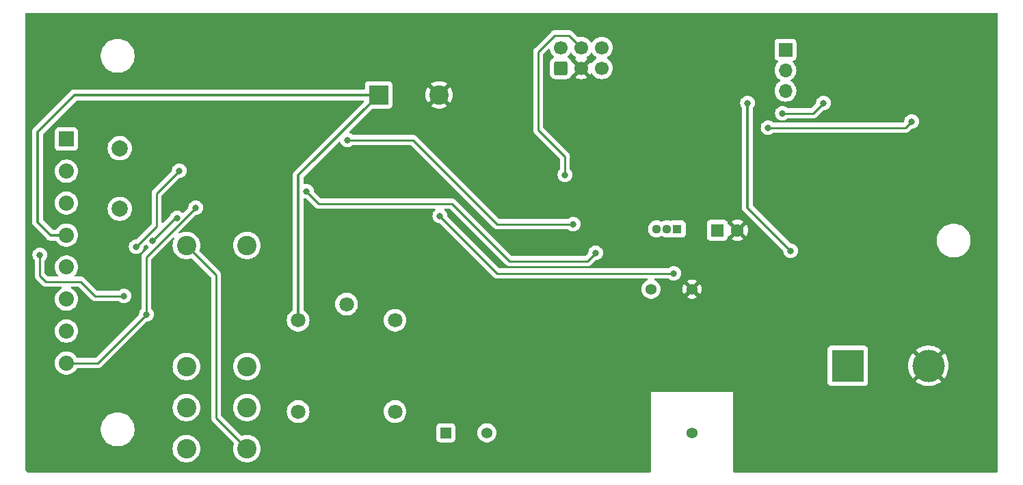
<source format=gbl>
%TF.GenerationSoftware,KiCad,Pcbnew,7.0.0-1.fc36*%
%TF.CreationDate,2023-03-17T18:55:38-05:00*%
%TF.ProjectId,2275Mod,32323735-4d6f-4642-9e6b-696361645f70,rev?*%
%TF.SameCoordinates,Original*%
%TF.FileFunction,Copper,L2,Bot*%
%TF.FilePolarity,Positive*%
%FSLAX46Y46*%
G04 Gerber Fmt 4.6, Leading zero omitted, Abs format (unit mm)*
G04 Created by KiCad (PCBNEW 7.0.0-1.fc36) date 2023-03-17 18:55:38*
%MOMM*%
%LPD*%
G01*
G04 APERTURE LIST*
G04 Aperture macros list*
%AMRoundRect*
0 Rectangle with rounded corners*
0 $1 Rounding radius*
0 $2 $3 $4 $5 $6 $7 $8 $9 X,Y pos of 4 corners*
0 Add a 4 corners polygon primitive as box body*
4,1,4,$2,$3,$4,$5,$6,$7,$8,$9,$2,$3,0*
0 Add four circle primitives for the rounded corners*
1,1,$1+$1,$2,$3*
1,1,$1+$1,$4,$5*
1,1,$1+$1,$6,$7*
1,1,$1+$1,$8,$9*
0 Add four rect primitives between the rounded corners*
20,1,$1+$1,$2,$3,$4,$5,0*
20,1,$1+$1,$4,$5,$6,$7,0*
20,1,$1+$1,$6,$7,$8,$9,0*
20,1,$1+$1,$8,$9,$2,$3,0*%
G04 Aperture macros list end*
%TA.AperFunction,ComponentPad*%
%ADD10R,2.400000X2.400000*%
%TD*%
%TA.AperFunction,ComponentPad*%
%ADD11C,2.400000*%
%TD*%
%TA.AperFunction,ComponentPad*%
%ADD12R,1.600000X1.600000*%
%TD*%
%TA.AperFunction,ComponentPad*%
%ADD13C,1.600000*%
%TD*%
%TA.AperFunction,ComponentPad*%
%ADD14R,1.700000X1.700000*%
%TD*%
%TA.AperFunction,ComponentPad*%
%ADD15O,1.700000X1.700000*%
%TD*%
%TA.AperFunction,ComponentPad*%
%ADD16R,1.358000X1.358000*%
%TD*%
%TA.AperFunction,ComponentPad*%
%ADD17C,1.358000*%
%TD*%
%TA.AperFunction,ComponentPad*%
%ADD18R,4.000000X4.000000*%
%TD*%
%TA.AperFunction,ComponentPad*%
%ADD19C,4.000000*%
%TD*%
%TA.AperFunction,ComponentPad*%
%ADD20R,1.120000X1.120000*%
%TD*%
%TA.AperFunction,ComponentPad*%
%ADD21C,1.120000*%
%TD*%
%TA.AperFunction,ComponentPad*%
%ADD22RoundRect,0.250000X0.600000X-0.600000X0.600000X0.600000X-0.600000X0.600000X-0.600000X-0.600000X0*%
%TD*%
%TA.AperFunction,ComponentPad*%
%ADD23C,1.700000*%
%TD*%
%TA.AperFunction,ComponentPad*%
%ADD24C,1.808000*%
%TD*%
%TA.AperFunction,ComponentPad*%
%ADD25C,2.000000*%
%TD*%
%TA.AperFunction,ComponentPad*%
%ADD26R,1.874000X1.874000*%
%TD*%
%TA.AperFunction,ComponentPad*%
%ADD27C,1.874000*%
%TD*%
%TA.AperFunction,ViaPad*%
%ADD28C,0.800000*%
%TD*%
%TA.AperFunction,Conductor*%
%ADD29C,0.250000*%
%TD*%
%TA.AperFunction,Conductor*%
%ADD30C,0.350000*%
%TD*%
G04 APERTURE END LIST*
D10*
%TO.P,C2,1*%
%TO.N,+24V*%
X145839245Y-81279999D03*
D11*
%TO.P,C2,2*%
%TO.N,GND*%
X153339246Y-81280000D03*
%TD*%
D12*
%TO.P,C3,1*%
%TO.N,+5V*%
X187770887Y-98043999D03*
D13*
%TO.P,C3,2*%
%TO.N,GND*%
X190270888Y-98044000D03*
%TD*%
D14*
%TO.P,J201,1,Pin_1*%
%TO.N,/MCU/Close*%
X196214999Y-75691999D03*
D15*
%TO.P,J201,2,Pin_2*%
%TO.N,/MCU/BLP*%
X196214999Y-78231999D03*
%TO.P,J201,3,Pin_3*%
%TO.N,/MCU/Open*%
X196214999Y-80771999D03*
%TD*%
D16*
%TO.P,PS1,1,VAC_IN(L)*%
%TO.N,Net-(PS1-VAC_IN(L))*%
X154167499Y-123104499D03*
D17*
%TO.P,PS1,2,VAC_IN(N)*%
%TO.N,Earth*%
X159247500Y-123104500D03*
%TO.P,PS1,3,NC*%
%TO.N,unconnected-(PS1-NC-Pad3)*%
X184647500Y-123104500D03*
%TO.P,PS1,4,-VOUT*%
%TO.N,GND*%
X184647500Y-105324500D03*
%TO.P,PS1,5,+VOUT*%
%TO.N,+24V*%
X179567500Y-105324500D03*
%TD*%
D11*
%TO.P,K1,1,1*%
%TO.N,/UTIL*%
X122047000Y-99917000D03*
%TO.P,K1,2,2*%
%TO.N,/L2*%
X129540000Y-99917000D03*
%TO.P,K1,3,3*%
%TO.N,unconnected-(K1-Pad3)*%
X129540000Y-114903000D03*
%TO.P,K1,4,4*%
%TO.N,Net-(PS1-VAC_IN(L))*%
X129540000Y-119983000D03*
%TO.P,K1,5,5*%
%TO.N,/UTIL*%
X129540000Y-125063000D03*
%TO.P,K1,6,6*%
%TO.N,Net-(PS1-VAC_IN(L))*%
X122047000Y-114903000D03*
%TO.P,K1,7,7*%
%TO.N,unconnected-(K1-Pad7)*%
X122047000Y-119983000D03*
%TO.P,K1,8,8*%
%TO.N,/G_L1*%
X122047000Y-125063000D03*
%TD*%
D18*
%TO.P,C201,1*%
%TO.N,/MCU/BLP*%
X203928629Y-114807999D03*
D19*
%TO.P,C201,2*%
%TO.N,GND*%
X213928630Y-114808000D03*
%TD*%
D20*
%TO.P,U1,1,OUT*%
%TO.N,+5V*%
X182796249Y-97885499D03*
D21*
%TO.P,U1,2,GND*%
%TO.N,GND*%
X181526250Y-97885500D03*
%TO.P,U1,3,IN*%
%TO.N,+24V*%
X180256250Y-97885500D03*
%TD*%
D22*
%TO.P,J200,1,~{MCLR}/VPP*%
%TO.N,/MCU/MCLR*%
X168402000Y-77978000D03*
D23*
%TO.P,J200,2,VDD*%
%TO.N,+5V*%
X168402000Y-75438000D03*
%TO.P,J200,3,VSS*%
%TO.N,GND*%
X170942000Y-77978000D03*
%TO.P,J200,4,PGD/ICSPDAT*%
%TO.N,/MCU/DAT*%
X170942000Y-75438000D03*
%TO.P,J200,5,PGC/ICSPCLK*%
%TO.N,/MCU/CLK*%
X173482000Y-77978000D03*
%TO.P,J200,6,PGM/LVP*%
%TO.N,unconnected-(J200-PGM{slash}LVP-Pad6)*%
X173482000Y-75438000D03*
%TD*%
D24*
%TO.P,K2,1,1*%
%TO.N,/L1*%
X141876500Y-107177602D03*
%TO.P,K2,2,2*%
%TO.N,+24V*%
X135876501Y-109177604D03*
%TO.P,K2,3,3*%
%TO.N,unconnected-(K2-Pad3)*%
X135876501Y-120477599D03*
%TO.P,K2,4,4*%
%TO.N,/UTIL*%
X147876499Y-120477599D03*
%TO.P,K2,5,5*%
%TO.N,Net-(D1-K)*%
X147876499Y-109177604D03*
%TD*%
D25*
%TO.P,C1,1*%
%TO.N,Net-(C1-Pad1)*%
X113792000Y-87884000D03*
%TO.P,C1,2*%
%TO.N,/L2*%
X113792000Y-95384000D03*
%TD*%
D26*
%TO.P,J1,1,1*%
%TO.N,/L1*%
X107185999Y-86757499D03*
D27*
%TO.P,J1,2,2*%
%TO.N,/L2*%
X107186000Y-90717500D03*
%TO.P,J1,3,3*%
%TO.N,TEST*%
X107186000Y-94677500D03*
%TO.P,J1,4,4*%
%TO.N,+24V*%
X107186000Y-98637500D03*
%TO.P,J1,5,5*%
%TO.N,/G_L1*%
X107186000Y-102597500D03*
%TO.P,J1,6,6*%
%TO.N,unconnected-(J1-Pad6)*%
X107186000Y-106557500D03*
%TO.P,J1,7,7*%
%TO.N,unconnected-(J1-Pad7)*%
X107186000Y-110517500D03*
%TO.P,J1,8,8*%
%TO.N,Earth*%
X107186000Y-114477500D03*
%TD*%
D28*
%TO.N,/L1*%
X103886000Y-101092000D03*
X114300000Y-106172000D03*
%TO.N,Earth*%
X117094000Y-108458000D03*
X123190000Y-95250000D03*
%TO.N,GND*%
X137668000Y-100838000D03*
X183794400Y-80111600D03*
X133400800Y-76098400D03*
X106019600Y-119989600D03*
X200152000Y-93370400D03*
X181610000Y-101600000D03*
X168910000Y-118364000D03*
X106172000Y-77622400D03*
X129997200Y-104190800D03*
X122174000Y-75895200D03*
X219608400Y-89611200D03*
X157784800Y-106984800D03*
%TO.N,+5V*%
X153416000Y-96266000D03*
X182372000Y-103378000D03*
%TO.N,/MCU/DAT*%
X168910000Y-91186000D03*
%TO.N,/MCU/BLP*%
X191516000Y-82296000D03*
X196850000Y-100584000D03*
%TO.N,Net-(IC1-ANODE)*%
X120899701Y-96515701D03*
X117856000Y-99314000D03*
%TO.N,Net-(Q200-B)*%
X200914000Y-82296000D03*
X195834000Y-83566000D03*
%TO.N,Net-(Q201-B)*%
X194056000Y-85344000D03*
X211836000Y-84582000D03*
%TO.N,Net-(R4-Pad2)*%
X121158000Y-90678000D03*
X115824000Y-100076000D03*
%TO.N,UTIL_sig*%
X141986000Y-86868000D03*
X169926000Y-97282000D03*
%TO.N,GEN_sig*%
X136906000Y-93218000D03*
X172715701Y-100833701D03*
%TD*%
D29*
%TO.N,/L1*%
X114300000Y-106172000D02*
X110744000Y-106172000D01*
X109474000Y-104902000D02*
X108966000Y-104394000D01*
X108966000Y-104394000D02*
X104648000Y-104394000D01*
X104648000Y-104394000D02*
X103886000Y-103632000D01*
X103886000Y-103632000D02*
X103886000Y-101092000D01*
X110744000Y-106172000D02*
X109474000Y-104902000D01*
D30*
%TO.N,+24V*%
X107186000Y-98637500D02*
X105241500Y-98637500D01*
X135876501Y-91242745D02*
X145839246Y-81280000D01*
X103632000Y-85852000D02*
X108204000Y-81280000D01*
X105241500Y-98637500D02*
X103632000Y-97028000D01*
X103632000Y-97028000D02*
X103632000Y-85852000D01*
X135876501Y-109177604D02*
X135876501Y-91242745D01*
X108204000Y-81280000D02*
X145839246Y-81280000D01*
D29*
%TO.N,Earth*%
X123190000Y-95250000D02*
X117094000Y-101346000D01*
X117094000Y-108458000D02*
X111074500Y-114477500D01*
X117094000Y-101346000D02*
X117094000Y-108458000D01*
X111074500Y-114477500D02*
X107186000Y-114477500D01*
%TO.N,+5V*%
X160528000Y-103378000D02*
X153416000Y-96266000D01*
X182372000Y-103378000D02*
X160528000Y-103378000D01*
%TO.N,/MCU/DAT*%
X167640000Y-73914000D02*
X165608000Y-75946000D01*
X165608000Y-76200000D02*
X165608000Y-85598000D01*
X165608000Y-85598000D02*
X168910000Y-88900000D01*
X165608000Y-75946000D02*
X165608000Y-76200000D01*
X169418000Y-73914000D02*
X167640000Y-73914000D01*
X170942000Y-75438000D02*
X169418000Y-73914000D01*
X168910000Y-88900000D02*
X168910000Y-91186000D01*
D30*
%TO.N,/MCU/BLP*%
X191516000Y-82296000D02*
X191516000Y-95250000D01*
X191516000Y-95250000D02*
X196850000Y-100584000D01*
D29*
%TO.N,Net-(IC1-ANODE)*%
X120654299Y-96515701D02*
X117856000Y-99314000D01*
X120899701Y-96515701D02*
X120654299Y-96515701D01*
%TO.N,/UTIL*%
X125730000Y-121253000D02*
X125730000Y-103600000D01*
X129540000Y-125063000D02*
X125730000Y-121253000D01*
X125730000Y-103600000D02*
X122047000Y-99917000D01*
%TO.N,Net-(Q200-B)*%
X195834000Y-83566000D02*
X199644000Y-83566000D01*
X199644000Y-83566000D02*
X200914000Y-82296000D01*
%TO.N,Net-(Q201-B)*%
X194056000Y-85344000D02*
X211074000Y-85344000D01*
X211074000Y-85344000D02*
X211836000Y-84582000D01*
%TO.N,Net-(R4-Pad2)*%
X118364000Y-97536000D02*
X115824000Y-100076000D01*
X118364000Y-93472000D02*
X118364000Y-97536000D01*
X121158000Y-90678000D02*
X118364000Y-93472000D01*
%TO.N,UTIL_sig*%
X160528000Y-97282000D02*
X169926000Y-97282000D01*
X141986000Y-86868000D02*
X150114000Y-86868000D01*
X150114000Y-86868000D02*
X160528000Y-97282000D01*
%TO.N,GEN_sig*%
X172715701Y-100833701D02*
X171695402Y-101854000D01*
X154940000Y-94742000D02*
X138430000Y-94742000D01*
X162052000Y-101854000D02*
X154940000Y-94742000D01*
X138430000Y-94742000D02*
X136906000Y-93218000D01*
X171695402Y-101854000D02*
X162052000Y-101854000D01*
%TD*%
%TA.AperFunction,Conductor*%
%TO.N,GND*%
G36*
X222442000Y-71136613D02*
G01*
X222487387Y-71182000D01*
X222504000Y-71244000D01*
X222504000Y-127892000D01*
X222487387Y-127954000D01*
X222442000Y-127999387D01*
X222380000Y-128016000D01*
X189851500Y-128016000D01*
X189789500Y-127999387D01*
X189744113Y-127954000D01*
X189727500Y-127892000D01*
X189727500Y-118040826D01*
X189727500Y-118024500D01*
X179567500Y-118024500D01*
X179567500Y-118040826D01*
X179567500Y-127892000D01*
X179550887Y-127954000D01*
X179505500Y-127999387D01*
X179443500Y-128016000D01*
X102413362Y-128016000D01*
X102365909Y-128006561D01*
X102325681Y-127979681D01*
X102144319Y-127798319D01*
X102117439Y-127758091D01*
X102108000Y-127710638D01*
X102108000Y-125063000D01*
X120341732Y-125063000D01*
X120360778Y-125317157D01*
X120417492Y-125565637D01*
X120510607Y-125802888D01*
X120638041Y-126023612D01*
X120796950Y-126222877D01*
X120983783Y-126396232D01*
X121194366Y-126539805D01*
X121423996Y-126650389D01*
X121428424Y-126651754D01*
X121428427Y-126651756D01*
X121528576Y-126682647D01*
X121667542Y-126725513D01*
X121919565Y-126763500D01*
X122169800Y-126763500D01*
X122174435Y-126763500D01*
X122426458Y-126725513D01*
X122670004Y-126650389D01*
X122899634Y-126539805D01*
X123110217Y-126396232D01*
X123297050Y-126222877D01*
X123455959Y-126023612D01*
X123583393Y-125802888D01*
X123676508Y-125565637D01*
X123733222Y-125317157D01*
X123752268Y-125063000D01*
X123733222Y-124808843D01*
X123676508Y-124560363D01*
X123583393Y-124323112D01*
X123455959Y-124102388D01*
X123297050Y-123903123D01*
X123110217Y-123729768D01*
X122899634Y-123586195D01*
X122798601Y-123537540D01*
X122674183Y-123477623D01*
X122674177Y-123477620D01*
X122670004Y-123475611D01*
X122665582Y-123474247D01*
X122665572Y-123474243D01*
X122430891Y-123401854D01*
X122430886Y-123401852D01*
X122426458Y-123400487D01*
X122421878Y-123399796D01*
X122421871Y-123399795D01*
X122179018Y-123363190D01*
X122179007Y-123363189D01*
X122174435Y-123362500D01*
X121919565Y-123362500D01*
X121914993Y-123363189D01*
X121914981Y-123363190D01*
X121672128Y-123399795D01*
X121672118Y-123399797D01*
X121667542Y-123400487D01*
X121663116Y-123401851D01*
X121663108Y-123401854D01*
X121428427Y-123474243D01*
X121428412Y-123474248D01*
X121423996Y-123475611D01*
X121419827Y-123477618D01*
X121419816Y-123477623D01*
X121198551Y-123584179D01*
X121198544Y-123584182D01*
X121194366Y-123586195D01*
X121190533Y-123588808D01*
X121190530Y-123588810D01*
X121094558Y-123654243D01*
X120983783Y-123729768D01*
X120980391Y-123732914D01*
X120980385Y-123732920D01*
X120800931Y-123899429D01*
X120796950Y-123903123D01*
X120794060Y-123906745D01*
X120794057Y-123906750D01*
X120679983Y-124049794D01*
X120638041Y-124102388D01*
X120635722Y-124106403D01*
X120635721Y-124106406D01*
X120512928Y-124319091D01*
X120512925Y-124319096D01*
X120510607Y-124323112D01*
X120508913Y-124327426D01*
X120508911Y-124327432D01*
X120419189Y-124556038D01*
X120417492Y-124560363D01*
X120416459Y-124564884D01*
X120416458Y-124564891D01*
X120361809Y-124804323D01*
X120361807Y-124804331D01*
X120360778Y-124808843D01*
X120341732Y-125063000D01*
X102108000Y-125063000D01*
X102108000Y-122825678D01*
X111437500Y-122825678D01*
X111438075Y-122829862D01*
X111438076Y-122829875D01*
X111476051Y-123106158D01*
X111476053Y-123106168D01*
X111476629Y-123110358D01*
X111477768Y-123114424D01*
X111477771Y-123114437D01*
X111553015Y-123382986D01*
X111554156Y-123387058D01*
X111555837Y-123390929D01*
X111555841Y-123390939D01*
X111666950Y-123646738D01*
X111666953Y-123646745D01*
X111668639Y-123650625D01*
X111817945Y-123896147D01*
X111820614Y-123899428D01*
X111820615Y-123899429D01*
X111989002Y-124106406D01*
X111999292Y-124119053D01*
X112209302Y-124315189D01*
X112212761Y-124317630D01*
X112212764Y-124317633D01*
X112284793Y-124368476D01*
X112444064Y-124480901D01*
X112699203Y-124613104D01*
X112969968Y-124709334D01*
X113251314Y-124767798D01*
X113466248Y-124782500D01*
X113607628Y-124782500D01*
X113609752Y-124782500D01*
X113824686Y-124767798D01*
X114106032Y-124709334D01*
X114376797Y-124613104D01*
X114631936Y-124480901D01*
X114866698Y-124315189D01*
X115076708Y-124119053D01*
X115258055Y-123896147D01*
X115407361Y-123650625D01*
X115521844Y-123387058D01*
X115599371Y-123110358D01*
X115638500Y-122825678D01*
X115638500Y-122538322D01*
X115599371Y-122253642D01*
X115521844Y-121976942D01*
X115516729Y-121965167D01*
X115409049Y-121717261D01*
X115409048Y-121717260D01*
X115407361Y-121713375D01*
X115258055Y-121467853D01*
X115136825Y-121318841D01*
X115079380Y-121248231D01*
X115079377Y-121248228D01*
X115076708Y-121244947D01*
X114866698Y-121048811D01*
X114863240Y-121046370D01*
X114863235Y-121046366D01*
X114635401Y-120885545D01*
X114635402Y-120885545D01*
X114631936Y-120883099D01*
X114628173Y-120881149D01*
X114380559Y-120752845D01*
X114380555Y-120752843D01*
X114376797Y-120750896D01*
X114372805Y-120749477D01*
X114372800Y-120749475D01*
X114110025Y-120656085D01*
X114110023Y-120656084D01*
X114106032Y-120654666D01*
X114101882Y-120653803D01*
X114101880Y-120653803D01*
X113828832Y-120597063D01*
X113828824Y-120597061D01*
X113824686Y-120596202D01*
X113820468Y-120595913D01*
X113820465Y-120595913D01*
X113611869Y-120581644D01*
X113611845Y-120581643D01*
X113609752Y-120581500D01*
X113466248Y-120581500D01*
X113464155Y-120581643D01*
X113464130Y-120581644D01*
X113255534Y-120595913D01*
X113255529Y-120595913D01*
X113251314Y-120596202D01*
X113247177Y-120597061D01*
X113247167Y-120597063D01*
X112974119Y-120653803D01*
X112974113Y-120653804D01*
X112969968Y-120654666D01*
X112965980Y-120656083D01*
X112965974Y-120656085D01*
X112703199Y-120749475D01*
X112703188Y-120749479D01*
X112699203Y-120750896D01*
X112695450Y-120752840D01*
X112695440Y-120752845D01*
X112447826Y-120881149D01*
X112447818Y-120881153D01*
X112444064Y-120883099D01*
X112440603Y-120885541D01*
X112440598Y-120885545D01*
X112212764Y-121046366D01*
X112212752Y-121046375D01*
X112209302Y-121048811D01*
X112206214Y-121051694D01*
X112206209Y-121051699D01*
X112002383Y-121242059D01*
X112002374Y-121242068D01*
X111999292Y-121244947D01*
X111996628Y-121248220D01*
X111996619Y-121248231D01*
X111820615Y-121464570D01*
X111820609Y-121464578D01*
X111817945Y-121467853D01*
X111815751Y-121471460D01*
X111815748Y-121471465D01*
X111670839Y-121709756D01*
X111670834Y-121709764D01*
X111668639Y-121713375D01*
X111666956Y-121717248D01*
X111666950Y-121717261D01*
X111555841Y-121973060D01*
X111555835Y-121973075D01*
X111554156Y-121976942D01*
X111553016Y-121981008D01*
X111553015Y-121981013D01*
X111477771Y-122249562D01*
X111477767Y-122249577D01*
X111476629Y-122253642D01*
X111476053Y-122257828D01*
X111476051Y-122257841D01*
X111438076Y-122534124D01*
X111438075Y-122534138D01*
X111437500Y-122538322D01*
X111437500Y-122825678D01*
X102108000Y-122825678D01*
X102108000Y-119983000D01*
X120341732Y-119983000D01*
X120360778Y-120237157D01*
X120361808Y-120241670D01*
X120361809Y-120241676D01*
X120363881Y-120250753D01*
X120417492Y-120485637D01*
X120419188Y-120489960D01*
X120419189Y-120489961D01*
X120484388Y-120656085D01*
X120510607Y-120722888D01*
X120638041Y-120943612D01*
X120796950Y-121142877D01*
X120983783Y-121316232D01*
X121194366Y-121459805D01*
X121423996Y-121570389D01*
X121428424Y-121571754D01*
X121428427Y-121571756D01*
X121509605Y-121596796D01*
X121667542Y-121645513D01*
X121919565Y-121683500D01*
X122169800Y-121683500D01*
X122174435Y-121683500D01*
X122426458Y-121645513D01*
X122670004Y-121570389D01*
X122899634Y-121459805D01*
X123110217Y-121316232D01*
X123297050Y-121142877D01*
X123455959Y-120943612D01*
X123583393Y-120722888D01*
X123676508Y-120485637D01*
X123733222Y-120237157D01*
X123752268Y-119983000D01*
X123733222Y-119728843D01*
X123676508Y-119480363D01*
X123583393Y-119243112D01*
X123455959Y-119022388D01*
X123297050Y-118823123D01*
X123110217Y-118649768D01*
X122899634Y-118506195D01*
X122895448Y-118504179D01*
X122674183Y-118397623D01*
X122674177Y-118397620D01*
X122670004Y-118395611D01*
X122665582Y-118394247D01*
X122665572Y-118394243D01*
X122430891Y-118321854D01*
X122430886Y-118321852D01*
X122426458Y-118320487D01*
X122421878Y-118319796D01*
X122421871Y-118319795D01*
X122179018Y-118283190D01*
X122179007Y-118283189D01*
X122174435Y-118282500D01*
X121919565Y-118282500D01*
X121914993Y-118283189D01*
X121914981Y-118283190D01*
X121672128Y-118319795D01*
X121672118Y-118319797D01*
X121667542Y-118320487D01*
X121663116Y-118321851D01*
X121663108Y-118321854D01*
X121428427Y-118394243D01*
X121428412Y-118394248D01*
X121423996Y-118395611D01*
X121419827Y-118397618D01*
X121419816Y-118397623D01*
X121198551Y-118504179D01*
X121198544Y-118504182D01*
X121194366Y-118506195D01*
X120983783Y-118649768D01*
X120980391Y-118652914D01*
X120980385Y-118652920D01*
X120800351Y-118819967D01*
X120796950Y-118823123D01*
X120794060Y-118826745D01*
X120794057Y-118826750D01*
X120640933Y-119018761D01*
X120638041Y-119022388D01*
X120635722Y-119026403D01*
X120635721Y-119026406D01*
X120512928Y-119239091D01*
X120512925Y-119239096D01*
X120510607Y-119243112D01*
X120508913Y-119247426D01*
X120508911Y-119247432D01*
X120431565Y-119444506D01*
X120417492Y-119480363D01*
X120416459Y-119484884D01*
X120416458Y-119484891D01*
X120361809Y-119724323D01*
X120361807Y-119724331D01*
X120360778Y-119728843D01*
X120341732Y-119983000D01*
X102108000Y-119983000D01*
X102108000Y-114477500D01*
X105743573Y-114477500D01*
X105743997Y-114482617D01*
X105762821Y-114709796D01*
X105762822Y-114709804D01*
X105763246Y-114714916D01*
X105764503Y-114719883D01*
X105764505Y-114719890D01*
X105812048Y-114907630D01*
X105821728Y-114945855D01*
X105834806Y-114975670D01*
X105915362Y-115159322D01*
X105915365Y-115159329D01*
X105917423Y-115164019D01*
X105920223Y-115168305D01*
X105920227Y-115168312D01*
X106042301Y-115355160D01*
X106047722Y-115363457D01*
X106051196Y-115367230D01*
X106051197Y-115367232D01*
X106086551Y-115405637D01*
X106209071Y-115538728D01*
X106397067Y-115685052D01*
X106401574Y-115687491D01*
X106401577Y-115687493D01*
X106473520Y-115726426D01*
X106606584Y-115798436D01*
X106831905Y-115875789D01*
X107066885Y-115915000D01*
X107299982Y-115915000D01*
X107305115Y-115915000D01*
X107540095Y-115875789D01*
X107765416Y-115798436D01*
X107974933Y-115685052D01*
X108162929Y-115538728D01*
X108324278Y-115363457D01*
X108454577Y-115164019D01*
X108455301Y-115164492D01*
X108497529Y-115120479D01*
X108561005Y-115103000D01*
X110996725Y-115103000D01*
X111007780Y-115103521D01*
X111015167Y-115105173D01*
X111082372Y-115103061D01*
X111086268Y-115103000D01*
X111109948Y-115103000D01*
X111113850Y-115103000D01*
X111117813Y-115102499D01*
X111129463Y-115101580D01*
X111173127Y-115100209D01*
X111192361Y-115094619D01*
X111211417Y-115090674D01*
X111231292Y-115088164D01*
X111271895Y-115072087D01*
X111282950Y-115068302D01*
X111324890Y-115056118D01*
X111342129Y-115045922D01*
X111359603Y-115037362D01*
X111370974Y-115032860D01*
X111370976Y-115032858D01*
X111378232Y-115029986D01*
X111413569Y-115004311D01*
X111423324Y-114997903D01*
X111460920Y-114975670D01*
X111475084Y-114961505D01*
X111489879Y-114948868D01*
X111506087Y-114937094D01*
X111533928Y-114903438D01*
X111534327Y-114903000D01*
X120341732Y-114903000D01*
X120342079Y-114907630D01*
X120358426Y-115125779D01*
X120360778Y-115157157D01*
X120361808Y-115161670D01*
X120361809Y-115161676D01*
X120408726Y-115367232D01*
X120417492Y-115405637D01*
X120510607Y-115642888D01*
X120638041Y-115863612D01*
X120796950Y-116062877D01*
X120983783Y-116236232D01*
X121194366Y-116379805D01*
X121423996Y-116490389D01*
X121428424Y-116491754D01*
X121428427Y-116491756D01*
X121528576Y-116522647D01*
X121667542Y-116565513D01*
X121919565Y-116603500D01*
X122169800Y-116603500D01*
X122174435Y-116603500D01*
X122426458Y-116565513D01*
X122670004Y-116490389D01*
X122899634Y-116379805D01*
X123110217Y-116236232D01*
X123297050Y-116062877D01*
X123455959Y-115863612D01*
X123583393Y-115642888D01*
X123676508Y-115405637D01*
X123733222Y-115157157D01*
X123752268Y-114903000D01*
X123733222Y-114648843D01*
X123676508Y-114400363D01*
X123583393Y-114163112D01*
X123455959Y-113942388D01*
X123297050Y-113743123D01*
X123110217Y-113569768D01*
X122899634Y-113426195D01*
X122872496Y-113413126D01*
X122674183Y-113317623D01*
X122674177Y-113317620D01*
X122670004Y-113315611D01*
X122665582Y-113314247D01*
X122665572Y-113314243D01*
X122430891Y-113241854D01*
X122430886Y-113241852D01*
X122426458Y-113240487D01*
X122421878Y-113239796D01*
X122421871Y-113239795D01*
X122179018Y-113203190D01*
X122179007Y-113203189D01*
X122174435Y-113202500D01*
X121919565Y-113202500D01*
X121914993Y-113203189D01*
X121914981Y-113203190D01*
X121672128Y-113239795D01*
X121672118Y-113239797D01*
X121667542Y-113240487D01*
X121663116Y-113241851D01*
X121663108Y-113241854D01*
X121428427Y-113314243D01*
X121428412Y-113314248D01*
X121423996Y-113315611D01*
X121419827Y-113317618D01*
X121419816Y-113317623D01*
X121198551Y-113424179D01*
X121198544Y-113424182D01*
X121194366Y-113426195D01*
X120983783Y-113569768D01*
X120980391Y-113572914D01*
X120980385Y-113572920D01*
X120800351Y-113739967D01*
X120796950Y-113743123D01*
X120794060Y-113746745D01*
X120794057Y-113746750D01*
X120640933Y-113938761D01*
X120638041Y-113942388D01*
X120635722Y-113946403D01*
X120635721Y-113946406D01*
X120512928Y-114159091D01*
X120512925Y-114159096D01*
X120510607Y-114163112D01*
X120508913Y-114167426D01*
X120508911Y-114167432D01*
X120482350Y-114235109D01*
X120417492Y-114400363D01*
X120416459Y-114404884D01*
X120416458Y-114404891D01*
X120361809Y-114644323D01*
X120361807Y-114644331D01*
X120360778Y-114648843D01*
X120360431Y-114653462D01*
X120360431Y-114653468D01*
X120355454Y-114719890D01*
X120341732Y-114903000D01*
X111534327Y-114903000D01*
X111541779Y-114894809D01*
X117041770Y-109394819D01*
X117081999Y-109367939D01*
X117129452Y-109358500D01*
X117182143Y-109358500D01*
X117188646Y-109358500D01*
X117373803Y-109319144D01*
X117546730Y-109242151D01*
X117699871Y-109130888D01*
X117826533Y-108990216D01*
X117921179Y-108826284D01*
X117979674Y-108646256D01*
X117999460Y-108458000D01*
X117979674Y-108269744D01*
X117921179Y-108089716D01*
X117826533Y-107925784D01*
X117791604Y-107886992D01*
X117751350Y-107842285D01*
X117727736Y-107803751D01*
X117719500Y-107759313D01*
X117719500Y-101656452D01*
X117728939Y-101608999D01*
X117755819Y-101568771D01*
X120340645Y-98983945D01*
X120391038Y-98953365D01*
X120449858Y-98949510D01*
X120503812Y-98973250D01*
X120540708Y-99019220D01*
X120552208Y-99077034D01*
X120535714Y-99133625D01*
X120512929Y-99173091D01*
X120510607Y-99177112D01*
X120508913Y-99181426D01*
X120508911Y-99181432D01*
X120420012Y-99407942D01*
X120417492Y-99414363D01*
X120416459Y-99418884D01*
X120416458Y-99418891D01*
X120361809Y-99658323D01*
X120361807Y-99658331D01*
X120360778Y-99662843D01*
X120360431Y-99667462D01*
X120360431Y-99667468D01*
X120343924Y-99887744D01*
X120341732Y-99917000D01*
X120342079Y-99921630D01*
X120360364Y-100165643D01*
X120360778Y-100171157D01*
X120361808Y-100175670D01*
X120361809Y-100175676D01*
X120413513Y-100402204D01*
X120417492Y-100419637D01*
X120419187Y-100423956D01*
X120419189Y-100423961D01*
X120492801Y-100611521D01*
X120510607Y-100656888D01*
X120638041Y-100877612D01*
X120796950Y-101076877D01*
X120983783Y-101250232D01*
X121194366Y-101393805D01*
X121423996Y-101504389D01*
X121428424Y-101505754D01*
X121428427Y-101505756D01*
X121517159Y-101533126D01*
X121667542Y-101579513D01*
X121919565Y-101617500D01*
X122169800Y-101617500D01*
X122174435Y-101617500D01*
X122426458Y-101579513D01*
X122659591Y-101507600D01*
X122725988Y-101505738D01*
X122783821Y-101538411D01*
X125068181Y-103822771D01*
X125095061Y-103862999D01*
X125104500Y-103910452D01*
X125104500Y-121175225D01*
X125103978Y-121186280D01*
X125102327Y-121193667D01*
X125102571Y-121201453D01*
X125102571Y-121201461D01*
X125104439Y-121260873D01*
X125104500Y-121264768D01*
X125104500Y-121292350D01*
X125104988Y-121296219D01*
X125104989Y-121296225D01*
X125105004Y-121296343D01*
X125105918Y-121307966D01*
X125107045Y-121343830D01*
X125107046Y-121343837D01*
X125107291Y-121351627D01*
X125109467Y-121359119D01*
X125109468Y-121359121D01*
X125112879Y-121370862D01*
X125116825Y-121389915D01*
X125119336Y-121409792D01*
X125122206Y-121417042D01*
X125122208Y-121417048D01*
X125135414Y-121450404D01*
X125139197Y-121461451D01*
X125151382Y-121503390D01*
X125155353Y-121510105D01*
X125155354Y-121510107D01*
X125161581Y-121520637D01*
X125170136Y-121538099D01*
X125174642Y-121549480D01*
X125174643Y-121549483D01*
X125177514Y-121556732D01*
X125188430Y-121571756D01*
X125203181Y-121592060D01*
X125209593Y-121601822D01*
X125227856Y-121632702D01*
X125227859Y-121632707D01*
X125231830Y-121639420D01*
X125237345Y-121644935D01*
X125245990Y-121653580D01*
X125258626Y-121668374D01*
X125265819Y-121678275D01*
X125265823Y-121678279D01*
X125270406Y-121684587D01*
X125276415Y-121689558D01*
X125276416Y-121689559D01*
X125304058Y-121712426D01*
X125312699Y-121720289D01*
X127921371Y-124328961D01*
X127947953Y-124368476D01*
X127957680Y-124415096D01*
X127949119Y-124461940D01*
X127910492Y-124560363D01*
X127909460Y-124564881D01*
X127909459Y-124564887D01*
X127854809Y-124804323D01*
X127854807Y-124804331D01*
X127853778Y-124808843D01*
X127834732Y-125063000D01*
X127853778Y-125317157D01*
X127910492Y-125565637D01*
X128003607Y-125802888D01*
X128131041Y-126023612D01*
X128289950Y-126222877D01*
X128476783Y-126396232D01*
X128687366Y-126539805D01*
X128916996Y-126650389D01*
X128921424Y-126651754D01*
X128921427Y-126651756D01*
X129021576Y-126682647D01*
X129160542Y-126725513D01*
X129412565Y-126763500D01*
X129662800Y-126763500D01*
X129667435Y-126763500D01*
X129919458Y-126725513D01*
X130163004Y-126650389D01*
X130392634Y-126539805D01*
X130603217Y-126396232D01*
X130790050Y-126222877D01*
X130948959Y-126023612D01*
X131076393Y-125802888D01*
X131169508Y-125565637D01*
X131226222Y-125317157D01*
X131245268Y-125063000D01*
X131226222Y-124808843D01*
X131169508Y-124560363D01*
X131076393Y-124323112D01*
X130948959Y-124102388D01*
X130790050Y-123903123D01*
X130709170Y-123828078D01*
X152988000Y-123828078D01*
X152988001Y-123831372D01*
X152988353Y-123834650D01*
X152988354Y-123834661D01*
X152993579Y-123883268D01*
X152993580Y-123883273D01*
X152994409Y-123890983D01*
X152997119Y-123898249D01*
X152997120Y-123898253D01*
X153030717Y-123988331D01*
X153044704Y-124025831D01*
X153050018Y-124032930D01*
X153050019Y-124032931D01*
X153102014Y-124102388D01*
X153130954Y-124141046D01*
X153246169Y-124227296D01*
X153381017Y-124277591D01*
X153440627Y-124284000D01*
X154894372Y-124283999D01*
X154953983Y-124277591D01*
X155088831Y-124227296D01*
X155204046Y-124141046D01*
X155290296Y-124025831D01*
X155340591Y-123890983D01*
X155347000Y-123831373D01*
X155346999Y-123104500D01*
X158062947Y-123104500D01*
X158083116Y-123322161D01*
X158084685Y-123327675D01*
X158141367Y-123526895D01*
X158141370Y-123526903D01*
X158142937Y-123532410D01*
X158145489Y-123537535D01*
X158145491Y-123537540D01*
X158237818Y-123722957D01*
X158237820Y-123722961D01*
X158240373Y-123728087D01*
X158243822Y-123732654D01*
X158243825Y-123732659D01*
X158367286Y-123896147D01*
X158372105Y-123902528D01*
X158533647Y-124049794D01*
X158719499Y-124164868D01*
X158923332Y-124243833D01*
X159138203Y-124284000D01*
X159351068Y-124284000D01*
X159356797Y-124284000D01*
X159571668Y-124243833D01*
X159775501Y-124164868D01*
X159961353Y-124049794D01*
X160122895Y-123902528D01*
X160254627Y-123728087D01*
X160352063Y-123532410D01*
X160411884Y-123322161D01*
X160432053Y-123104500D01*
X160411884Y-122886839D01*
X160352063Y-122676590D01*
X160254627Y-122480913D01*
X160131613Y-122318017D01*
X160126347Y-122311043D01*
X160126346Y-122311042D01*
X160122895Y-122306472D01*
X159961353Y-122159206D01*
X159775501Y-122044132D01*
X159770158Y-122042062D01*
X159577015Y-121967238D01*
X159577010Y-121967236D01*
X159571668Y-121965167D01*
X159566030Y-121964113D01*
X159362426Y-121926052D01*
X159362423Y-121926051D01*
X159356797Y-121925000D01*
X159138203Y-121925000D01*
X159132577Y-121926051D01*
X159132573Y-121926052D01*
X158928969Y-121964113D01*
X158928966Y-121964113D01*
X158923332Y-121965167D01*
X158917991Y-121967235D01*
X158917984Y-121967238D01*
X158724841Y-122042062D01*
X158724836Y-122042064D01*
X158719499Y-122044132D01*
X158714627Y-122047148D01*
X158714624Y-122047150D01*
X158538520Y-122156188D01*
X158538514Y-122156192D01*
X158533647Y-122159206D01*
X158529418Y-122163061D01*
X158529413Y-122163065D01*
X158376337Y-122302613D01*
X158376331Y-122302618D01*
X158372105Y-122306472D01*
X158368658Y-122311035D01*
X158368652Y-122311043D01*
X158243825Y-122476340D01*
X158243818Y-122476350D01*
X158240373Y-122480913D01*
X158237823Y-122486033D01*
X158237818Y-122486042D01*
X158145491Y-122671459D01*
X158145487Y-122671467D01*
X158142937Y-122676590D01*
X158141371Y-122682093D01*
X158141367Y-122682104D01*
X158084685Y-122881324D01*
X158083116Y-122886839D01*
X158062947Y-123104500D01*
X155346999Y-123104500D01*
X155346999Y-122377628D01*
X155340591Y-122318017D01*
X155290296Y-122183169D01*
X155204046Y-122067954D01*
X155176255Y-122047150D01*
X155095931Y-121987019D01*
X155095930Y-121987018D01*
X155088831Y-121981704D01*
X154953983Y-121931409D01*
X154946270Y-121930579D01*
X154946267Y-121930579D01*
X154897680Y-121925355D01*
X154897669Y-121925354D01*
X154894373Y-121925000D01*
X154891050Y-121925000D01*
X153443939Y-121925000D01*
X153443920Y-121925000D01*
X153440628Y-121925001D01*
X153437350Y-121925353D01*
X153437338Y-121925354D01*
X153388731Y-121930579D01*
X153388725Y-121930580D01*
X153381017Y-121931409D01*
X153373752Y-121934118D01*
X153373746Y-121934120D01*
X153254480Y-121978604D01*
X153254478Y-121978604D01*
X153246169Y-121981704D01*
X153239072Y-121987016D01*
X153239068Y-121987019D01*
X153138050Y-122062641D01*
X153138046Y-122062644D01*
X153130954Y-122067954D01*
X153125644Y-122075046D01*
X153125641Y-122075050D01*
X153050019Y-122176068D01*
X153050016Y-122176072D01*
X153044704Y-122183169D01*
X153041604Y-122191478D01*
X153041604Y-122191480D01*
X152997120Y-122310747D01*
X152997119Y-122310750D01*
X152994409Y-122318017D01*
X152993579Y-122325727D01*
X152993579Y-122325732D01*
X152988355Y-122374319D01*
X152988354Y-122374331D01*
X152988000Y-122377627D01*
X152988000Y-122380948D01*
X152988000Y-122380949D01*
X152988000Y-123828060D01*
X152988000Y-123828078D01*
X130709170Y-123828078D01*
X130603217Y-123729768D01*
X130392634Y-123586195D01*
X130291601Y-123537540D01*
X130167183Y-123477623D01*
X130167177Y-123477620D01*
X130163004Y-123475611D01*
X130158582Y-123474247D01*
X130158572Y-123474243D01*
X129923891Y-123401854D01*
X129923886Y-123401852D01*
X129919458Y-123400487D01*
X129914878Y-123399796D01*
X129914871Y-123399795D01*
X129672018Y-123363190D01*
X129672007Y-123363189D01*
X129667435Y-123362500D01*
X129412565Y-123362500D01*
X129407993Y-123363189D01*
X129407981Y-123363190D01*
X129165128Y-123399795D01*
X129165118Y-123399797D01*
X129160542Y-123400487D01*
X129156115Y-123401852D01*
X129156104Y-123401855D01*
X128927408Y-123472398D01*
X128861010Y-123474261D01*
X128803178Y-123441588D01*
X126391819Y-121030228D01*
X126364939Y-120990000D01*
X126355500Y-120942547D01*
X126355500Y-119983000D01*
X127834732Y-119983000D01*
X127853778Y-120237157D01*
X127854808Y-120241670D01*
X127854809Y-120241676D01*
X127856881Y-120250753D01*
X127910492Y-120485637D01*
X127912188Y-120489960D01*
X127912189Y-120489961D01*
X127977388Y-120656085D01*
X128003607Y-120722888D01*
X128131041Y-120943612D01*
X128289950Y-121142877D01*
X128476783Y-121316232D01*
X128687366Y-121459805D01*
X128916996Y-121570389D01*
X128921424Y-121571754D01*
X128921427Y-121571756D01*
X129002605Y-121596796D01*
X129160542Y-121645513D01*
X129412565Y-121683500D01*
X129662800Y-121683500D01*
X129667435Y-121683500D01*
X129919458Y-121645513D01*
X130163004Y-121570389D01*
X130392634Y-121459805D01*
X130603217Y-121316232D01*
X130790050Y-121142877D01*
X130948959Y-120943612D01*
X131076393Y-120722888D01*
X131169508Y-120485637D01*
X131171343Y-120477599D01*
X134467187Y-120477599D01*
X134467611Y-120482716D01*
X134485983Y-120704444D01*
X134485984Y-120704452D01*
X134486408Y-120709564D01*
X134487665Y-120714531D01*
X134487667Y-120714538D01*
X134530353Y-120883099D01*
X134543548Y-120935203D01*
X134547237Y-120943612D01*
X134634985Y-121143661D01*
X134634988Y-121143667D01*
X134637046Y-121148358D01*
X134639846Y-121152644D01*
X134639850Y-121152651D01*
X134713100Y-121264768D01*
X134764354Y-121343218D01*
X134767830Y-121346994D01*
X134767834Y-121346999D01*
X134918524Y-121510691D01*
X134918529Y-121510695D01*
X134921999Y-121514465D01*
X135021693Y-121592060D01*
X135089626Y-121644935D01*
X135105679Y-121657429D01*
X135310386Y-121768211D01*
X135530535Y-121843788D01*
X135760121Y-121882099D01*
X135987748Y-121882099D01*
X135992881Y-121882099D01*
X136222467Y-121843788D01*
X136442616Y-121768211D01*
X136647323Y-121657429D01*
X136831003Y-121514465D01*
X136988648Y-121343218D01*
X137115956Y-121148358D01*
X137209454Y-120935203D01*
X137266594Y-120709564D01*
X137285815Y-120477599D01*
X146467185Y-120477599D01*
X146467609Y-120482716D01*
X146485981Y-120704444D01*
X146485982Y-120704452D01*
X146486406Y-120709564D01*
X146487663Y-120714531D01*
X146487665Y-120714538D01*
X146530351Y-120883099D01*
X146543546Y-120935203D01*
X146547235Y-120943612D01*
X146634983Y-121143661D01*
X146634986Y-121143667D01*
X146637044Y-121148358D01*
X146639844Y-121152644D01*
X146639848Y-121152651D01*
X146713098Y-121264768D01*
X146764352Y-121343218D01*
X146767828Y-121346994D01*
X146767832Y-121346999D01*
X146918522Y-121510691D01*
X146918527Y-121510695D01*
X146921997Y-121514465D01*
X147021691Y-121592060D01*
X147089624Y-121644935D01*
X147105677Y-121657429D01*
X147310384Y-121768211D01*
X147530533Y-121843788D01*
X147760119Y-121882099D01*
X147987746Y-121882099D01*
X147992879Y-121882099D01*
X148222465Y-121843788D01*
X148442614Y-121768211D01*
X148647321Y-121657429D01*
X148831001Y-121514465D01*
X148988646Y-121343218D01*
X149115954Y-121148358D01*
X149209452Y-120935203D01*
X149266592Y-120709564D01*
X149285813Y-120477599D01*
X149266592Y-120245634D01*
X149209452Y-120019995D01*
X149115954Y-119806840D01*
X148988646Y-119611980D01*
X148985168Y-119608202D01*
X148985165Y-119608198D01*
X148834475Y-119444506D01*
X148834470Y-119444501D01*
X148831001Y-119440733D01*
X148739161Y-119369251D01*
X148651370Y-119300920D01*
X148651366Y-119300917D01*
X148647321Y-119297769D01*
X148642816Y-119295331D01*
X148642813Y-119295329D01*
X148447118Y-119189424D01*
X148447113Y-119189422D01*
X148442614Y-119186987D01*
X148437773Y-119185325D01*
X148437766Y-119185322D01*
X148227318Y-119113076D01*
X148227317Y-119113075D01*
X148222465Y-119111410D01*
X148217415Y-119110567D01*
X148217406Y-119110565D01*
X147997941Y-119073943D01*
X147997932Y-119073942D01*
X147992879Y-119073099D01*
X147760119Y-119073099D01*
X147755066Y-119073942D01*
X147755056Y-119073943D01*
X147535591Y-119110565D01*
X147535579Y-119110567D01*
X147530533Y-119111410D01*
X147525683Y-119113074D01*
X147525679Y-119113076D01*
X147315231Y-119185322D01*
X147315220Y-119185326D01*
X147310384Y-119186987D01*
X147305888Y-119189419D01*
X147305879Y-119189424D01*
X147110184Y-119295329D01*
X147110175Y-119295334D01*
X147105677Y-119297769D01*
X147101636Y-119300913D01*
X147101627Y-119300920D01*
X146926045Y-119437582D01*
X146921997Y-119440733D01*
X146918533Y-119444495D01*
X146918522Y-119444506D01*
X146767832Y-119608198D01*
X146767823Y-119608209D01*
X146764352Y-119611980D01*
X146761546Y-119616274D01*
X146761542Y-119616280D01*
X146639848Y-119802546D01*
X146639841Y-119802558D01*
X146637044Y-119806840D01*
X146634989Y-119811524D01*
X146634983Y-119811536D01*
X146545606Y-120015298D01*
X146543546Y-120019995D01*
X146542288Y-120024960D01*
X146542287Y-120024965D01*
X146487665Y-120240659D01*
X146487663Y-120240668D01*
X146486406Y-120245634D01*
X146485982Y-120250743D01*
X146485981Y-120250753D01*
X146467609Y-120472482D01*
X146467185Y-120477599D01*
X137285815Y-120477599D01*
X137266594Y-120245634D01*
X137209454Y-120019995D01*
X137115956Y-119806840D01*
X136988648Y-119611980D01*
X136985170Y-119608202D01*
X136985167Y-119608198D01*
X136834477Y-119444506D01*
X136834472Y-119444501D01*
X136831003Y-119440733D01*
X136739163Y-119369251D01*
X136651372Y-119300920D01*
X136651368Y-119300917D01*
X136647323Y-119297769D01*
X136642818Y-119295331D01*
X136642815Y-119295329D01*
X136447120Y-119189424D01*
X136447115Y-119189422D01*
X136442616Y-119186987D01*
X136437775Y-119185325D01*
X136437768Y-119185322D01*
X136227320Y-119113076D01*
X136227319Y-119113075D01*
X136222467Y-119111410D01*
X136217417Y-119110567D01*
X136217408Y-119110565D01*
X135997943Y-119073943D01*
X135997934Y-119073942D01*
X135992881Y-119073099D01*
X135760121Y-119073099D01*
X135755068Y-119073942D01*
X135755058Y-119073943D01*
X135535593Y-119110565D01*
X135535581Y-119110567D01*
X135530535Y-119111410D01*
X135525685Y-119113074D01*
X135525681Y-119113076D01*
X135315233Y-119185322D01*
X135315222Y-119185326D01*
X135310386Y-119186987D01*
X135305890Y-119189419D01*
X135305881Y-119189424D01*
X135110186Y-119295329D01*
X135110177Y-119295334D01*
X135105679Y-119297769D01*
X135101638Y-119300913D01*
X135101629Y-119300920D01*
X134926047Y-119437582D01*
X134921999Y-119440733D01*
X134918535Y-119444495D01*
X134918524Y-119444506D01*
X134767834Y-119608198D01*
X134767825Y-119608209D01*
X134764354Y-119611980D01*
X134761548Y-119616274D01*
X134761544Y-119616280D01*
X134639850Y-119802546D01*
X134639843Y-119802558D01*
X134637046Y-119806840D01*
X134634991Y-119811524D01*
X134634985Y-119811536D01*
X134545608Y-120015298D01*
X134543548Y-120019995D01*
X134542290Y-120024960D01*
X134542289Y-120024965D01*
X134487667Y-120240659D01*
X134487665Y-120240668D01*
X134486408Y-120245634D01*
X134485984Y-120250743D01*
X134485983Y-120250753D01*
X134467611Y-120472482D01*
X134467187Y-120477599D01*
X131171343Y-120477599D01*
X131226222Y-120237157D01*
X131245268Y-119983000D01*
X131226222Y-119728843D01*
X131169508Y-119480363D01*
X131076393Y-119243112D01*
X130948959Y-119022388D01*
X130790050Y-118823123D01*
X130603217Y-118649768D01*
X130392634Y-118506195D01*
X130388448Y-118504179D01*
X130167183Y-118397623D01*
X130167177Y-118397620D01*
X130163004Y-118395611D01*
X130158582Y-118394247D01*
X130158572Y-118394243D01*
X129923891Y-118321854D01*
X129923886Y-118321852D01*
X129919458Y-118320487D01*
X129914878Y-118319796D01*
X129914871Y-118319795D01*
X129672018Y-118283190D01*
X129672007Y-118283189D01*
X129667435Y-118282500D01*
X129412565Y-118282500D01*
X129407993Y-118283189D01*
X129407981Y-118283190D01*
X129165128Y-118319795D01*
X129165118Y-118319797D01*
X129160542Y-118320487D01*
X129156116Y-118321851D01*
X129156108Y-118321854D01*
X128921427Y-118394243D01*
X128921412Y-118394248D01*
X128916996Y-118395611D01*
X128912827Y-118397618D01*
X128912816Y-118397623D01*
X128691551Y-118504179D01*
X128691544Y-118504182D01*
X128687366Y-118506195D01*
X128476783Y-118649768D01*
X128473391Y-118652914D01*
X128473385Y-118652920D01*
X128293351Y-118819967D01*
X128289950Y-118823123D01*
X128287060Y-118826745D01*
X128287057Y-118826750D01*
X128133933Y-119018761D01*
X128131041Y-119022388D01*
X128128722Y-119026403D01*
X128128721Y-119026406D01*
X128005928Y-119239091D01*
X128005925Y-119239096D01*
X128003607Y-119243112D01*
X128001913Y-119247426D01*
X128001911Y-119247432D01*
X127924565Y-119444506D01*
X127910492Y-119480363D01*
X127909459Y-119484884D01*
X127909458Y-119484891D01*
X127854809Y-119724323D01*
X127854807Y-119724331D01*
X127853778Y-119728843D01*
X127834732Y-119983000D01*
X126355500Y-119983000D01*
X126355500Y-116852578D01*
X201428130Y-116852578D01*
X201428131Y-116855872D01*
X201428483Y-116859150D01*
X201428484Y-116859161D01*
X201433709Y-116907768D01*
X201433710Y-116907773D01*
X201434539Y-116915483D01*
X201437249Y-116922749D01*
X201437250Y-116922753D01*
X201438042Y-116924876D01*
X201484834Y-117050331D01*
X201571084Y-117165546D01*
X201686299Y-117251796D01*
X201821147Y-117302091D01*
X201880757Y-117308500D01*
X205976502Y-117308499D01*
X206036113Y-117302091D01*
X206170961Y-117251796D01*
X206286176Y-117165546D01*
X206372426Y-117050331D01*
X206422721Y-116915483D01*
X206429130Y-116855873D01*
X206429130Y-116746296D01*
X212347204Y-116746296D01*
X212354478Y-116754482D01*
X212583250Y-116920694D01*
X212589840Y-116924876D01*
X212858662Y-117072662D01*
X212865701Y-117075975D01*
X213150937Y-117188907D01*
X213158332Y-117191310D01*
X213455467Y-117267602D01*
X213463125Y-117269063D01*
X213767476Y-117307511D01*
X213775238Y-117308000D01*
X214082022Y-117308000D01*
X214089783Y-117307511D01*
X214394134Y-117269063D01*
X214401792Y-117267602D01*
X214698927Y-117191310D01*
X214706322Y-117188907D01*
X214991558Y-117075975D01*
X214998597Y-117072662D01*
X215267428Y-116924872D01*
X215273998Y-116920702D01*
X215502783Y-116754480D01*
X215510054Y-116746297D01*
X215504150Y-116737073D01*
X213940172Y-115173095D01*
X213928629Y-115166431D01*
X213917087Y-115173095D01*
X212353108Y-116737073D01*
X212347204Y-116746296D01*
X206429130Y-116746296D01*
X206429130Y-114811894D01*
X211423932Y-114811894D01*
X211443194Y-115118059D01*
X211444168Y-115125779D01*
X211501653Y-115427124D01*
X211503589Y-115434663D01*
X211598389Y-115726426D01*
X211601252Y-115733657D01*
X211731873Y-116011240D01*
X211735617Y-116018051D01*
X211899998Y-116277075D01*
X211904572Y-116283371D01*
X211981879Y-116376819D01*
X211993177Y-116384584D01*
X212005162Y-116377913D01*
X213563534Y-114819542D01*
X213570198Y-114807999D01*
X214287061Y-114807999D01*
X214293725Y-114819542D01*
X215852097Y-116377914D01*
X215864079Y-116384584D01*
X215875381Y-116376816D01*
X215952684Y-116283374D01*
X215957260Y-116277076D01*
X216121642Y-116018051D01*
X216125386Y-116011240D01*
X216256007Y-115733657D01*
X216258870Y-115726426D01*
X216353670Y-115434663D01*
X216355606Y-115427124D01*
X216413091Y-115125779D01*
X216414065Y-115118059D01*
X216433328Y-114811894D01*
X216433328Y-114804106D01*
X216414065Y-114497940D01*
X216413091Y-114490220D01*
X216355606Y-114188875D01*
X216353670Y-114181336D01*
X216258870Y-113889573D01*
X216256007Y-113882342D01*
X216125386Y-113604759D01*
X216121642Y-113597948D01*
X215957261Y-113338924D01*
X215952687Y-113332628D01*
X215875379Y-113239179D01*
X215864080Y-113231414D01*
X215852097Y-113238084D01*
X214293725Y-114796457D01*
X214287061Y-114807999D01*
X213570198Y-114807999D01*
X213563534Y-114796457D01*
X212005162Y-113238085D01*
X211993178Y-113231415D01*
X211981877Y-113239182D01*
X211904570Y-113332631D01*
X211900003Y-113338917D01*
X211735617Y-113597948D01*
X211731873Y-113604759D01*
X211601252Y-113882342D01*
X211598389Y-113889573D01*
X211503589Y-114181336D01*
X211501653Y-114188875D01*
X211444168Y-114490220D01*
X211443194Y-114497940D01*
X211423932Y-114804106D01*
X211423932Y-114811894D01*
X206429130Y-114811894D01*
X206429129Y-112869702D01*
X212347204Y-112869702D01*
X212353110Y-112878927D01*
X213917087Y-114442904D01*
X213928629Y-114449568D01*
X213940172Y-114442904D01*
X215504148Y-112878927D01*
X215510054Y-112869702D01*
X215502780Y-112861516D01*
X215274009Y-112695305D01*
X215267419Y-112691123D01*
X214998597Y-112543337D01*
X214991558Y-112540024D01*
X214706322Y-112427092D01*
X214698927Y-112424689D01*
X214401792Y-112348397D01*
X214394134Y-112346936D01*
X214089783Y-112308488D01*
X214082022Y-112308000D01*
X213775238Y-112308000D01*
X213767476Y-112308488D01*
X213463125Y-112346936D01*
X213455467Y-112348397D01*
X213158332Y-112424689D01*
X213150937Y-112427092D01*
X212865701Y-112540024D01*
X212858662Y-112543337D01*
X212589840Y-112691123D01*
X212583250Y-112695305D01*
X212354478Y-112861516D01*
X212347204Y-112869702D01*
X206429129Y-112869702D01*
X206429129Y-112760128D01*
X206422721Y-112700517D01*
X206372426Y-112565669D01*
X206286176Y-112450454D01*
X206254968Y-112427092D01*
X206178061Y-112369519D01*
X206178060Y-112369518D01*
X206170961Y-112364204D01*
X206036113Y-112313909D01*
X206028400Y-112313079D01*
X206028397Y-112313079D01*
X205979810Y-112307855D01*
X205979799Y-112307854D01*
X205976503Y-112307500D01*
X205973180Y-112307500D01*
X201884069Y-112307500D01*
X201884050Y-112307500D01*
X201880758Y-112307501D01*
X201877480Y-112307853D01*
X201877468Y-112307854D01*
X201828861Y-112313079D01*
X201828855Y-112313080D01*
X201821147Y-112313909D01*
X201813882Y-112316618D01*
X201813876Y-112316620D01*
X201694610Y-112361104D01*
X201694608Y-112361104D01*
X201686299Y-112364204D01*
X201679202Y-112369516D01*
X201679198Y-112369519D01*
X201578180Y-112445141D01*
X201578176Y-112445144D01*
X201571084Y-112450454D01*
X201565774Y-112457546D01*
X201565771Y-112457550D01*
X201490149Y-112558568D01*
X201490146Y-112558572D01*
X201484834Y-112565669D01*
X201481734Y-112573978D01*
X201481734Y-112573980D01*
X201437250Y-112693247D01*
X201437249Y-112693250D01*
X201434539Y-112700517D01*
X201433709Y-112708227D01*
X201433709Y-112708232D01*
X201428485Y-112756819D01*
X201428484Y-112756831D01*
X201428130Y-112760127D01*
X201428130Y-112763448D01*
X201428130Y-112763449D01*
X201428130Y-116852560D01*
X201428130Y-116852578D01*
X126355500Y-116852578D01*
X126355500Y-114903000D01*
X127834732Y-114903000D01*
X127835079Y-114907630D01*
X127851426Y-115125779D01*
X127853778Y-115157157D01*
X127854808Y-115161670D01*
X127854809Y-115161676D01*
X127901726Y-115367232D01*
X127910492Y-115405637D01*
X128003607Y-115642888D01*
X128131041Y-115863612D01*
X128289950Y-116062877D01*
X128476783Y-116236232D01*
X128687366Y-116379805D01*
X128916996Y-116490389D01*
X128921424Y-116491754D01*
X128921427Y-116491756D01*
X129021576Y-116522647D01*
X129160542Y-116565513D01*
X129412565Y-116603500D01*
X129662800Y-116603500D01*
X129667435Y-116603500D01*
X129919458Y-116565513D01*
X130163004Y-116490389D01*
X130392634Y-116379805D01*
X130603217Y-116236232D01*
X130790050Y-116062877D01*
X130948959Y-115863612D01*
X131076393Y-115642888D01*
X131169508Y-115405637D01*
X131226222Y-115157157D01*
X131245268Y-114903000D01*
X131226222Y-114648843D01*
X131169508Y-114400363D01*
X131076393Y-114163112D01*
X130948959Y-113942388D01*
X130790050Y-113743123D01*
X130603217Y-113569768D01*
X130392634Y-113426195D01*
X130365496Y-113413126D01*
X130167183Y-113317623D01*
X130167177Y-113317620D01*
X130163004Y-113315611D01*
X130158582Y-113314247D01*
X130158572Y-113314243D01*
X129923891Y-113241854D01*
X129923886Y-113241852D01*
X129919458Y-113240487D01*
X129914878Y-113239796D01*
X129914871Y-113239795D01*
X129672018Y-113203190D01*
X129672007Y-113203189D01*
X129667435Y-113202500D01*
X129412565Y-113202500D01*
X129407993Y-113203189D01*
X129407981Y-113203190D01*
X129165128Y-113239795D01*
X129165118Y-113239797D01*
X129160542Y-113240487D01*
X129156116Y-113241851D01*
X129156108Y-113241854D01*
X128921427Y-113314243D01*
X128921412Y-113314248D01*
X128916996Y-113315611D01*
X128912827Y-113317618D01*
X128912816Y-113317623D01*
X128691551Y-113424179D01*
X128691544Y-113424182D01*
X128687366Y-113426195D01*
X128476783Y-113569768D01*
X128473391Y-113572914D01*
X128473385Y-113572920D01*
X128293351Y-113739967D01*
X128289950Y-113743123D01*
X128287060Y-113746745D01*
X128287057Y-113746750D01*
X128133933Y-113938761D01*
X128131041Y-113942388D01*
X128128722Y-113946403D01*
X128128721Y-113946406D01*
X128005928Y-114159091D01*
X128005925Y-114159096D01*
X128003607Y-114163112D01*
X128001913Y-114167426D01*
X128001911Y-114167432D01*
X127975350Y-114235109D01*
X127910492Y-114400363D01*
X127909459Y-114404884D01*
X127909458Y-114404891D01*
X127854809Y-114644323D01*
X127854807Y-114644331D01*
X127853778Y-114648843D01*
X127853431Y-114653462D01*
X127853431Y-114653468D01*
X127848454Y-114719890D01*
X127834732Y-114903000D01*
X126355500Y-114903000D01*
X126355500Y-103677775D01*
X126356021Y-103666719D01*
X126357673Y-103659333D01*
X126355561Y-103592113D01*
X126355500Y-103588219D01*
X126355500Y-103564542D01*
X126355500Y-103560650D01*
X126354998Y-103556683D01*
X126354081Y-103545026D01*
X126352710Y-103501373D01*
X126347118Y-103482128D01*
X126343174Y-103463083D01*
X126340664Y-103443208D01*
X126324579Y-103402583D01*
X126320806Y-103391562D01*
X126308618Y-103349610D01*
X126298417Y-103332360D01*
X126289863Y-103314901D01*
X126282486Y-103296268D01*
X126256808Y-103260925D01*
X126250401Y-103251171D01*
X126232142Y-103220296D01*
X126232141Y-103220294D01*
X126228170Y-103213580D01*
X126214005Y-103199415D01*
X126201370Y-103184622D01*
X126189594Y-103168413D01*
X126183583Y-103163440D01*
X126183581Y-103163438D01*
X126155941Y-103140573D01*
X126147300Y-103132710D01*
X123665628Y-100651037D01*
X123639046Y-100611521D01*
X123629319Y-100564901D01*
X123637879Y-100518058D01*
X123676508Y-100419637D01*
X123733222Y-100171157D01*
X123752268Y-99917000D01*
X127834732Y-99917000D01*
X127835079Y-99921630D01*
X127853364Y-100165643D01*
X127853778Y-100171157D01*
X127854808Y-100175670D01*
X127854809Y-100175676D01*
X127906513Y-100402204D01*
X127910492Y-100419637D01*
X127912187Y-100423956D01*
X127912189Y-100423961D01*
X127985801Y-100611521D01*
X128003607Y-100656888D01*
X128131041Y-100877612D01*
X128289950Y-101076877D01*
X128476783Y-101250232D01*
X128687366Y-101393805D01*
X128916996Y-101504389D01*
X128921424Y-101505754D01*
X128921427Y-101505756D01*
X129010159Y-101533126D01*
X129160542Y-101579513D01*
X129412565Y-101617500D01*
X129662800Y-101617500D01*
X129667435Y-101617500D01*
X129919458Y-101579513D01*
X130163004Y-101504389D01*
X130392634Y-101393805D01*
X130603217Y-101250232D01*
X130790050Y-101076877D01*
X130948959Y-100877612D01*
X131076393Y-100656888D01*
X131169508Y-100419637D01*
X131226222Y-100171157D01*
X131245268Y-99917000D01*
X131226222Y-99662843D01*
X131169508Y-99414363D01*
X131076393Y-99177112D01*
X130948959Y-98956388D01*
X130790050Y-98757123D01*
X130603217Y-98583768D01*
X130392634Y-98440195D01*
X130333003Y-98411478D01*
X130167183Y-98331623D01*
X130167177Y-98331620D01*
X130163004Y-98329611D01*
X130158582Y-98328247D01*
X130158572Y-98328243D01*
X129923891Y-98255854D01*
X129923886Y-98255852D01*
X129919458Y-98254487D01*
X129914878Y-98253796D01*
X129914871Y-98253795D01*
X129672018Y-98217190D01*
X129672007Y-98217189D01*
X129667435Y-98216500D01*
X129412565Y-98216500D01*
X129407993Y-98217189D01*
X129407981Y-98217190D01*
X129165128Y-98253795D01*
X129165118Y-98253797D01*
X129160542Y-98254487D01*
X129156116Y-98255851D01*
X129156108Y-98255854D01*
X128921427Y-98328243D01*
X128921412Y-98328248D01*
X128916996Y-98329611D01*
X128912827Y-98331618D01*
X128912816Y-98331623D01*
X128691551Y-98438179D01*
X128691544Y-98438182D01*
X128687366Y-98440195D01*
X128683533Y-98442808D01*
X128683530Y-98442810D01*
X128480611Y-98581158D01*
X128476783Y-98583768D01*
X128473391Y-98586914D01*
X128473385Y-98586920D01*
X128293351Y-98753967D01*
X128289950Y-98757123D01*
X128287060Y-98760745D01*
X128287057Y-98760750D01*
X128133933Y-98952761D01*
X128131041Y-98956388D01*
X128128722Y-98960403D01*
X128128721Y-98960406D01*
X128005928Y-99173091D01*
X128005926Y-99173095D01*
X128003607Y-99177112D01*
X128001913Y-99181426D01*
X128001911Y-99181432D01*
X127913012Y-99407942D01*
X127910492Y-99414363D01*
X127909459Y-99418884D01*
X127909458Y-99418891D01*
X127854809Y-99658323D01*
X127854807Y-99658331D01*
X127853778Y-99662843D01*
X127853431Y-99667462D01*
X127853431Y-99667468D01*
X127836924Y-99887744D01*
X127834732Y-99917000D01*
X123752268Y-99917000D01*
X123733222Y-99662843D01*
X123676508Y-99414363D01*
X123583393Y-99177112D01*
X123455959Y-98956388D01*
X123297050Y-98757123D01*
X123110217Y-98583768D01*
X122899634Y-98440195D01*
X122840003Y-98411478D01*
X122674183Y-98331623D01*
X122674177Y-98331620D01*
X122670004Y-98329611D01*
X122665582Y-98328247D01*
X122665572Y-98328243D01*
X122430891Y-98255854D01*
X122430886Y-98255852D01*
X122426458Y-98254487D01*
X122421878Y-98253796D01*
X122421871Y-98253795D01*
X122179018Y-98217190D01*
X122179007Y-98217189D01*
X122174435Y-98216500D01*
X121919565Y-98216500D01*
X121914993Y-98217189D01*
X121914981Y-98217190D01*
X121672128Y-98253795D01*
X121672118Y-98253797D01*
X121667542Y-98254487D01*
X121663116Y-98255851D01*
X121663108Y-98255854D01*
X121428427Y-98328243D01*
X121428412Y-98328248D01*
X121423996Y-98329611D01*
X121419826Y-98331618D01*
X121419811Y-98331625D01*
X121253994Y-98411478D01*
X121186309Y-98422978D01*
X121122880Y-98396705D01*
X121083151Y-98340712D01*
X121079302Y-98272165D01*
X121112509Y-98212080D01*
X123137771Y-96186819D01*
X123178000Y-96159939D01*
X123225453Y-96150500D01*
X123278143Y-96150500D01*
X123284646Y-96150500D01*
X123469803Y-96111144D01*
X123642730Y-96034151D01*
X123795871Y-95922888D01*
X123922533Y-95782216D01*
X124017179Y-95618284D01*
X124075674Y-95438256D01*
X124095460Y-95250000D01*
X124075674Y-95061744D01*
X124017179Y-94881716D01*
X123922533Y-94717784D01*
X123890868Y-94682617D01*
X123800220Y-94581942D01*
X123800219Y-94581941D01*
X123795871Y-94577112D01*
X123790613Y-94573292D01*
X123790611Y-94573290D01*
X123647988Y-94469669D01*
X123647987Y-94469668D01*
X123642730Y-94465849D01*
X123627830Y-94459215D01*
X123475745Y-94391501D01*
X123475740Y-94391499D01*
X123469803Y-94388856D01*
X123463444Y-94387504D01*
X123463440Y-94387503D01*
X123291008Y-94350852D01*
X123291005Y-94350851D01*
X123284646Y-94349500D01*
X123095354Y-94349500D01*
X123088995Y-94350851D01*
X123088991Y-94350852D01*
X122916559Y-94387503D01*
X122916552Y-94387505D01*
X122910197Y-94388856D01*
X122904262Y-94391498D01*
X122904254Y-94391501D01*
X122743207Y-94463205D01*
X122743202Y-94463207D01*
X122737270Y-94465849D01*
X122732016Y-94469665D01*
X122732011Y-94469669D01*
X122589388Y-94573290D01*
X122589381Y-94573295D01*
X122584129Y-94577112D01*
X122579784Y-94581937D01*
X122579779Y-94581942D01*
X122461813Y-94712956D01*
X122461808Y-94712962D01*
X122457467Y-94717784D01*
X122454222Y-94723404D01*
X122454218Y-94723410D01*
X122366069Y-94876089D01*
X122366066Y-94876094D01*
X122362821Y-94881716D01*
X122360815Y-94887888D01*
X122360813Y-94887894D01*
X122306333Y-95055564D01*
X122306331Y-95055573D01*
X122304326Y-95061744D01*
X122303647Y-95068203D01*
X122303647Y-95068204D01*
X122286678Y-95229651D01*
X122275278Y-95270072D01*
X122251038Y-95304370D01*
X121696055Y-95859353D01*
X121638371Y-95891989D01*
X121572117Y-95890253D01*
X121516223Y-95854642D01*
X121505572Y-95842813D01*
X121500314Y-95838993D01*
X121500312Y-95838991D01*
X121357689Y-95735370D01*
X121357688Y-95735369D01*
X121352431Y-95731550D01*
X121346493Y-95728906D01*
X121185446Y-95657202D01*
X121185441Y-95657200D01*
X121179504Y-95654557D01*
X121173145Y-95653205D01*
X121173141Y-95653204D01*
X121000709Y-95616553D01*
X121000706Y-95616552D01*
X120994347Y-95615201D01*
X120805055Y-95615201D01*
X120798696Y-95616552D01*
X120798692Y-95616553D01*
X120626260Y-95653204D01*
X120626253Y-95653206D01*
X120619898Y-95654557D01*
X120613963Y-95657199D01*
X120613955Y-95657202D01*
X120452908Y-95728906D01*
X120452903Y-95728908D01*
X120446971Y-95731550D01*
X120441717Y-95735366D01*
X120441712Y-95735370D01*
X120299089Y-95838991D01*
X120299082Y-95838996D01*
X120293830Y-95842813D01*
X120289485Y-95847638D01*
X120289480Y-95847643D01*
X120171514Y-95978657D01*
X120171509Y-95978663D01*
X120167168Y-95983485D01*
X120163923Y-95989105D01*
X120163919Y-95989111D01*
X120075771Y-96141788D01*
X120075767Y-96141794D01*
X120072522Y-96147417D01*
X120070515Y-96153591D01*
X120070511Y-96153602D01*
X120050208Y-96216087D01*
X120019959Y-96265448D01*
X119201181Y-97084228D01*
X119151818Y-97114478D01*
X119094102Y-97119020D01*
X119040615Y-97096865D01*
X119003015Y-97052842D01*
X118989500Y-96996547D01*
X118989500Y-93782452D01*
X118998939Y-93734999D01*
X119025819Y-93694771D01*
X121105771Y-91614819D01*
X121145999Y-91587939D01*
X121193452Y-91578500D01*
X121246143Y-91578500D01*
X121252646Y-91578500D01*
X121437803Y-91539144D01*
X121610730Y-91462151D01*
X121763871Y-91350888D01*
X121890533Y-91210216D01*
X121985179Y-91046284D01*
X122043674Y-90866256D01*
X122063460Y-90678000D01*
X122043674Y-90489744D01*
X121985179Y-90309716D01*
X121890533Y-90145784D01*
X121763871Y-90005112D01*
X121758613Y-90001292D01*
X121758611Y-90001290D01*
X121615988Y-89897669D01*
X121615987Y-89897668D01*
X121610730Y-89893849D01*
X121604792Y-89891205D01*
X121443745Y-89819501D01*
X121443740Y-89819499D01*
X121437803Y-89816856D01*
X121431444Y-89815504D01*
X121431440Y-89815503D01*
X121259008Y-89778852D01*
X121259005Y-89778851D01*
X121252646Y-89777500D01*
X121063354Y-89777500D01*
X121056995Y-89778851D01*
X121056991Y-89778852D01*
X120884559Y-89815503D01*
X120884552Y-89815505D01*
X120878197Y-89816856D01*
X120872262Y-89819498D01*
X120872254Y-89819501D01*
X120711207Y-89891205D01*
X120711202Y-89891207D01*
X120705270Y-89893849D01*
X120700016Y-89897665D01*
X120700011Y-89897669D01*
X120557388Y-90001290D01*
X120557381Y-90001295D01*
X120552129Y-90005112D01*
X120547784Y-90009937D01*
X120547779Y-90009942D01*
X120429813Y-90140956D01*
X120429808Y-90140962D01*
X120425467Y-90145784D01*
X120422222Y-90151404D01*
X120422218Y-90151410D01*
X120334069Y-90304089D01*
X120334066Y-90304094D01*
X120330821Y-90309716D01*
X120328815Y-90315888D01*
X120328813Y-90315894D01*
X120274333Y-90483564D01*
X120274331Y-90483573D01*
X120272326Y-90489744D01*
X120271647Y-90496203D01*
X120271647Y-90496204D01*
X120254678Y-90657650D01*
X120243278Y-90698072D01*
X120219038Y-90732369D01*
X117976696Y-92974711D01*
X117968511Y-92982159D01*
X117962123Y-92986214D01*
X117956788Y-92991894D01*
X117956783Y-92991899D01*
X117916096Y-93035225D01*
X117913392Y-93038016D01*
X117896628Y-93054780D01*
X117896621Y-93054787D01*
X117893880Y-93057529D01*
X117891500Y-93060596D01*
X117891489Y-93060609D01*
X117891400Y-93060725D01*
X117883842Y-93069570D01*
X117859280Y-93095727D01*
X117859273Y-93095736D01*
X117853938Y-93101418D01*
X117850182Y-93108249D01*
X117850179Y-93108254D01*
X117844285Y-93118975D01*
X117833609Y-93135227D01*
X117826109Y-93144896D01*
X117826101Y-93144907D01*
X117821327Y-93151064D01*
X117818234Y-93158208D01*
X117818229Y-93158219D01*
X117803974Y-93191160D01*
X117798838Y-93201643D01*
X117777803Y-93239908D01*
X117775864Y-93247456D01*
X117775863Y-93247461D01*
X117772822Y-93259307D01*
X117766521Y-93277711D01*
X117761658Y-93288948D01*
X117761656Y-93288952D01*
X117758562Y-93296104D01*
X117757342Y-93303803D01*
X117757342Y-93303805D01*
X117751729Y-93339241D01*
X117749361Y-93350676D01*
X117740438Y-93385428D01*
X117740436Y-93385436D01*
X117738500Y-93392981D01*
X117738500Y-93400777D01*
X117738500Y-93413017D01*
X117736974Y-93432402D01*
X117733840Y-93452196D01*
X117734574Y-93459961D01*
X117734574Y-93459964D01*
X117737950Y-93495676D01*
X117738500Y-93507345D01*
X117738500Y-97225547D01*
X117729061Y-97273000D01*
X117702181Y-97313228D01*
X115876228Y-99139181D01*
X115836000Y-99166061D01*
X115788547Y-99175500D01*
X115729354Y-99175500D01*
X115722995Y-99176851D01*
X115722991Y-99176852D01*
X115550559Y-99213503D01*
X115550552Y-99213505D01*
X115544197Y-99214856D01*
X115538262Y-99217498D01*
X115538254Y-99217501D01*
X115377207Y-99289205D01*
X115377202Y-99289207D01*
X115371270Y-99291849D01*
X115366016Y-99295665D01*
X115366011Y-99295669D01*
X115223388Y-99399290D01*
X115223381Y-99399295D01*
X115218129Y-99403112D01*
X115213784Y-99407937D01*
X115213779Y-99407942D01*
X115095813Y-99538956D01*
X115095808Y-99538962D01*
X115091467Y-99543784D01*
X115088222Y-99549404D01*
X115088218Y-99549410D01*
X115000069Y-99702089D01*
X115000066Y-99702094D01*
X114996821Y-99707716D01*
X114994815Y-99713888D01*
X114994813Y-99713894D01*
X114940333Y-99881564D01*
X114940331Y-99881573D01*
X114938326Y-99887744D01*
X114937648Y-99894194D01*
X114937646Y-99894204D01*
X114921320Y-100049550D01*
X114918540Y-100076000D01*
X114919219Y-100082460D01*
X114937646Y-100257795D01*
X114937647Y-100257803D01*
X114938326Y-100264256D01*
X114940331Y-100270428D01*
X114940333Y-100270435D01*
X114994813Y-100438105D01*
X114996821Y-100444284D01*
X115000068Y-100449908D01*
X115000069Y-100449910D01*
X115081215Y-100590460D01*
X115091467Y-100608216D01*
X115095811Y-100613041D01*
X115095813Y-100613043D01*
X115138911Y-100660908D01*
X115218129Y-100748888D01*
X115223387Y-100752708D01*
X115223388Y-100752709D01*
X115250292Y-100772256D01*
X115371270Y-100860151D01*
X115544197Y-100937144D01*
X115729354Y-100976500D01*
X115912143Y-100976500D01*
X115918646Y-100976500D01*
X116103803Y-100937144D01*
X116276730Y-100860151D01*
X116429871Y-100748888D01*
X116556533Y-100608216D01*
X116651179Y-100444284D01*
X116709674Y-100264256D01*
X116727321Y-100096345D01*
X116738721Y-100055926D01*
X116762958Y-100021631D01*
X116943403Y-99841185D01*
X116988179Y-99812526D01*
X117040841Y-99805251D01*
X117091709Y-99820698D01*
X117121944Y-99847586D01*
X117123467Y-99846216D01*
X117222314Y-99955997D01*
X117250129Y-99986888D01*
X117317081Y-100035531D01*
X117352385Y-100075260D01*
X117367814Y-100126120D01*
X117360532Y-100178767D01*
X117331877Y-100223530D01*
X116706696Y-100848711D01*
X116698511Y-100856159D01*
X116692123Y-100860214D01*
X116686788Y-100865894D01*
X116686783Y-100865899D01*
X116646096Y-100909225D01*
X116643392Y-100912016D01*
X116626628Y-100928780D01*
X116626621Y-100928787D01*
X116623880Y-100931529D01*
X116621500Y-100934596D01*
X116621489Y-100934609D01*
X116621400Y-100934725D01*
X116613842Y-100943570D01*
X116589280Y-100969727D01*
X116589273Y-100969736D01*
X116583938Y-100975418D01*
X116580182Y-100982249D01*
X116580179Y-100982254D01*
X116574285Y-100992975D01*
X116563609Y-101009227D01*
X116556109Y-101018896D01*
X116556101Y-101018907D01*
X116551327Y-101025064D01*
X116548234Y-101032208D01*
X116548229Y-101032219D01*
X116533974Y-101065160D01*
X116528838Y-101075643D01*
X116519846Y-101092000D01*
X116507803Y-101113908D01*
X116505864Y-101121456D01*
X116505863Y-101121461D01*
X116502822Y-101133307D01*
X116496521Y-101151711D01*
X116491658Y-101162948D01*
X116491656Y-101162952D01*
X116488562Y-101170104D01*
X116487342Y-101177803D01*
X116487342Y-101177805D01*
X116481729Y-101213241D01*
X116479361Y-101224676D01*
X116470438Y-101259428D01*
X116470436Y-101259436D01*
X116468500Y-101266981D01*
X116468500Y-101274777D01*
X116468500Y-101287017D01*
X116466974Y-101306402D01*
X116463840Y-101326196D01*
X116464574Y-101333961D01*
X116464574Y-101333964D01*
X116467950Y-101369676D01*
X116468500Y-101381345D01*
X116468500Y-107759313D01*
X116460264Y-107803751D01*
X116436650Y-107842285D01*
X116365813Y-107920956D01*
X116365808Y-107920962D01*
X116361467Y-107925784D01*
X116358222Y-107931404D01*
X116358218Y-107931410D01*
X116270069Y-108084089D01*
X116270066Y-108084094D01*
X116266821Y-108089716D01*
X116264815Y-108095888D01*
X116264813Y-108095894D01*
X116210333Y-108263564D01*
X116210331Y-108263573D01*
X116208326Y-108269744D01*
X116207647Y-108276203D01*
X116207647Y-108276204D01*
X116190678Y-108437651D01*
X116179278Y-108478072D01*
X116155038Y-108512370D01*
X110851728Y-113815681D01*
X110811500Y-113842561D01*
X110764047Y-113852000D01*
X108561005Y-113852000D01*
X108497529Y-113834521D01*
X108455301Y-113790507D01*
X108454577Y-113790981D01*
X108324278Y-113591543D01*
X108162929Y-113416272D01*
X107974933Y-113269948D01*
X107970429Y-113267510D01*
X107970422Y-113267506D01*
X107769922Y-113159002D01*
X107769917Y-113158999D01*
X107765416Y-113156564D01*
X107760575Y-113154902D01*
X107760568Y-113154899D01*
X107544948Y-113080877D01*
X107544947Y-113080876D01*
X107540095Y-113079211D01*
X107535045Y-113078368D01*
X107535036Y-113078366D01*
X107310177Y-113040844D01*
X107310168Y-113040843D01*
X107305115Y-113040000D01*
X107066885Y-113040000D01*
X107061832Y-113040843D01*
X107061822Y-113040844D01*
X106836963Y-113078366D01*
X106836951Y-113078368D01*
X106831905Y-113079211D01*
X106827055Y-113080875D01*
X106827051Y-113080877D01*
X106611431Y-113154899D01*
X106611420Y-113154903D01*
X106606584Y-113156564D01*
X106602087Y-113158997D01*
X106602077Y-113159002D01*
X106401577Y-113267506D01*
X106401565Y-113267513D01*
X106397067Y-113269948D01*
X106393024Y-113273094D01*
X106393019Y-113273098D01*
X106213112Y-113413126D01*
X106213106Y-113413130D01*
X106209071Y-113416272D01*
X106205609Y-113420031D01*
X106205602Y-113420039D01*
X106051197Y-113587767D01*
X106051191Y-113587774D01*
X106047722Y-113591543D01*
X106044917Y-113595834D01*
X106044914Y-113595840D01*
X105920227Y-113786687D01*
X105920220Y-113786699D01*
X105917423Y-113790981D01*
X105915368Y-113795665D01*
X105915362Y-113795677D01*
X105823788Y-114004448D01*
X105821728Y-114009145D01*
X105820470Y-114014110D01*
X105820469Y-114014115D01*
X105764505Y-114235109D01*
X105764503Y-114235118D01*
X105763246Y-114240084D01*
X105762822Y-114245193D01*
X105762821Y-114245203D01*
X105743997Y-114472383D01*
X105743573Y-114477500D01*
X102108000Y-114477500D01*
X102108000Y-110517500D01*
X105743573Y-110517500D01*
X105743997Y-110522617D01*
X105762821Y-110749796D01*
X105762822Y-110749804D01*
X105763246Y-110754916D01*
X105764503Y-110759883D01*
X105764505Y-110759890D01*
X105820469Y-110980884D01*
X105821728Y-110985855D01*
X105823788Y-110990551D01*
X105915362Y-111199322D01*
X105915365Y-111199329D01*
X105917423Y-111204019D01*
X105920223Y-111208305D01*
X105920227Y-111208312D01*
X106042301Y-111395160D01*
X106047722Y-111403457D01*
X106209071Y-111578728D01*
X106397067Y-111725052D01*
X106401574Y-111727491D01*
X106401577Y-111727493D01*
X106602077Y-111835997D01*
X106606584Y-111838436D01*
X106831905Y-111915789D01*
X107066885Y-111955000D01*
X107299982Y-111955000D01*
X107305115Y-111955000D01*
X107540095Y-111915789D01*
X107765416Y-111838436D01*
X107974933Y-111725052D01*
X108162929Y-111578728D01*
X108324278Y-111403457D01*
X108454577Y-111204019D01*
X108550272Y-110985855D01*
X108608754Y-110754916D01*
X108628427Y-110517500D01*
X108608754Y-110280084D01*
X108550272Y-110049145D01*
X108473020Y-109873028D01*
X108456637Y-109835677D01*
X108456636Y-109835675D01*
X108454577Y-109830981D01*
X108324278Y-109631543D01*
X108162929Y-109456272D01*
X107974933Y-109309948D01*
X107970429Y-109307510D01*
X107970422Y-109307506D01*
X107769922Y-109199002D01*
X107769917Y-109198999D01*
X107765416Y-109196564D01*
X107760575Y-109194902D01*
X107760568Y-109194899D01*
X107544948Y-109120877D01*
X107544947Y-109120876D01*
X107540095Y-109119211D01*
X107535045Y-109118368D01*
X107535036Y-109118366D01*
X107310177Y-109080844D01*
X107310168Y-109080843D01*
X107305115Y-109080000D01*
X107066885Y-109080000D01*
X107061832Y-109080843D01*
X107061822Y-109080844D01*
X106836963Y-109118366D01*
X106836951Y-109118368D01*
X106831905Y-109119211D01*
X106827055Y-109120875D01*
X106827051Y-109120877D01*
X106611431Y-109194899D01*
X106611420Y-109194903D01*
X106606584Y-109196564D01*
X106602087Y-109198997D01*
X106602077Y-109199002D01*
X106401577Y-109307506D01*
X106401565Y-109307513D01*
X106397067Y-109309948D01*
X106393024Y-109313094D01*
X106393019Y-109313098D01*
X106213112Y-109453126D01*
X106213106Y-109453130D01*
X106209071Y-109456272D01*
X106205609Y-109460031D01*
X106205602Y-109460039D01*
X106051197Y-109627767D01*
X106051191Y-109627774D01*
X106047722Y-109631543D01*
X106044917Y-109635834D01*
X106044914Y-109635840D01*
X105920227Y-109826687D01*
X105920220Y-109826699D01*
X105917423Y-109830981D01*
X105915368Y-109835665D01*
X105915362Y-109835677D01*
X105823788Y-110044448D01*
X105821728Y-110049145D01*
X105820470Y-110054110D01*
X105820469Y-110054115D01*
X105764505Y-110275109D01*
X105764503Y-110275118D01*
X105763246Y-110280084D01*
X105762822Y-110285193D01*
X105762821Y-110285203D01*
X105756634Y-110359873D01*
X105743573Y-110517500D01*
X102108000Y-110517500D01*
X102108000Y-101092000D01*
X102980540Y-101092000D01*
X102981219Y-101098460D01*
X102999646Y-101273795D01*
X102999647Y-101273803D01*
X103000326Y-101280256D01*
X103002331Y-101286428D01*
X103002333Y-101286435D01*
X103054341Y-101446496D01*
X103058821Y-101460284D01*
X103062068Y-101465908D01*
X103062069Y-101465910D01*
X103149792Y-101617852D01*
X103153467Y-101624216D01*
X103157811Y-101629041D01*
X103157813Y-101629043D01*
X103228650Y-101707715D01*
X103252264Y-101746249D01*
X103260500Y-101790687D01*
X103260500Y-103554225D01*
X103259978Y-103565280D01*
X103258327Y-103572667D01*
X103258571Y-103580453D01*
X103258571Y-103580461D01*
X103260439Y-103639873D01*
X103260500Y-103643768D01*
X103260500Y-103671350D01*
X103260988Y-103675219D01*
X103260989Y-103675225D01*
X103261004Y-103675343D01*
X103261918Y-103686966D01*
X103263045Y-103722830D01*
X103263046Y-103722837D01*
X103263291Y-103730627D01*
X103265467Y-103738119D01*
X103265468Y-103738121D01*
X103268879Y-103749862D01*
X103272825Y-103768915D01*
X103275336Y-103788792D01*
X103278206Y-103796042D01*
X103278208Y-103796048D01*
X103291414Y-103829404D01*
X103295197Y-103840451D01*
X103307382Y-103882390D01*
X103311353Y-103889105D01*
X103311354Y-103889107D01*
X103317581Y-103899637D01*
X103326136Y-103917099D01*
X103330642Y-103928480D01*
X103330643Y-103928483D01*
X103333514Y-103935732D01*
X103351465Y-103960440D01*
X103359181Y-103971060D01*
X103365593Y-103980822D01*
X103383856Y-104011702D01*
X103383859Y-104011707D01*
X103387830Y-104018420D01*
X103393345Y-104023935D01*
X103401990Y-104032580D01*
X103414626Y-104047374D01*
X103421819Y-104057275D01*
X103421823Y-104057279D01*
X103426406Y-104063587D01*
X103432415Y-104068558D01*
X103432416Y-104068559D01*
X103460058Y-104091426D01*
X103468699Y-104099289D01*
X104150707Y-104781297D01*
X104158156Y-104789483D01*
X104162214Y-104795877D01*
X104167899Y-104801215D01*
X104167901Y-104801218D01*
X104211239Y-104841915D01*
X104214036Y-104844626D01*
X104233530Y-104864120D01*
X104236615Y-104866513D01*
X104236701Y-104866580D01*
X104245573Y-104874158D01*
X104277418Y-104904062D01*
X104284248Y-104907817D01*
X104284251Y-104907819D01*
X104294971Y-104913712D01*
X104311222Y-104924386D01*
X104327064Y-104936674D01*
X104334221Y-104939771D01*
X104334223Y-104939772D01*
X104367155Y-104954022D01*
X104377650Y-104959164D01*
X104415908Y-104980197D01*
X104435312Y-104985179D01*
X104453714Y-104991480D01*
X104464941Y-104996338D01*
X104472105Y-104999438D01*
X104509697Y-105005391D01*
X104515239Y-105006269D01*
X104526682Y-105008639D01*
X104561425Y-105017560D01*
X104561426Y-105017560D01*
X104568981Y-105019500D01*
X104589017Y-105019500D01*
X104608402Y-105021025D01*
X104628196Y-105024160D01*
X104666276Y-105020560D01*
X104671676Y-105020050D01*
X104683345Y-105019500D01*
X106518018Y-105019500D01*
X106580609Y-105036456D01*
X106626082Y-105082688D01*
X106642001Y-105145550D01*
X106624012Y-105207853D01*
X106577035Y-105252555D01*
X106401577Y-105347506D01*
X106401565Y-105347513D01*
X106397067Y-105349948D01*
X106393024Y-105353094D01*
X106393019Y-105353098D01*
X106213112Y-105493126D01*
X106213106Y-105493130D01*
X106209071Y-105496272D01*
X106205609Y-105500031D01*
X106205602Y-105500039D01*
X106051197Y-105667767D01*
X106051191Y-105667774D01*
X106047722Y-105671543D01*
X106044917Y-105675834D01*
X106044914Y-105675840D01*
X105920227Y-105866687D01*
X105920220Y-105866699D01*
X105917423Y-105870981D01*
X105915368Y-105875665D01*
X105915362Y-105875677D01*
X105823788Y-106084448D01*
X105821728Y-106089145D01*
X105820470Y-106094110D01*
X105820469Y-106094115D01*
X105764505Y-106315109D01*
X105764503Y-106315118D01*
X105763246Y-106320084D01*
X105762822Y-106325193D01*
X105762821Y-106325203D01*
X105747381Y-106511539D01*
X105743573Y-106557500D01*
X105743997Y-106562617D01*
X105762821Y-106789796D01*
X105762822Y-106789804D01*
X105763246Y-106794916D01*
X105764503Y-106799883D01*
X105764505Y-106799890D01*
X105820469Y-107020884D01*
X105821728Y-107025855D01*
X105823788Y-107030551D01*
X105915362Y-107239322D01*
X105915365Y-107239329D01*
X105917423Y-107244019D01*
X105920223Y-107248305D01*
X105920227Y-107248312D01*
X106025581Y-107409567D01*
X106047722Y-107443457D01*
X106209071Y-107618728D01*
X106397067Y-107765052D01*
X106401574Y-107767491D01*
X106401577Y-107767493D01*
X106602077Y-107875997D01*
X106606584Y-107878436D01*
X106831905Y-107955789D01*
X107066885Y-107995000D01*
X107299982Y-107995000D01*
X107305115Y-107995000D01*
X107540095Y-107955789D01*
X107765416Y-107878436D01*
X107974933Y-107765052D01*
X108162929Y-107618728D01*
X108324278Y-107443457D01*
X108454577Y-107244019D01*
X108550272Y-107025855D01*
X108608754Y-106794916D01*
X108628427Y-106557500D01*
X108608754Y-106320084D01*
X108550272Y-106089145D01*
X108454577Y-105870981D01*
X108415659Y-105811413D01*
X108373508Y-105746895D01*
X108324278Y-105671543D01*
X108210164Y-105547583D01*
X108166397Y-105500039D01*
X108166395Y-105500037D01*
X108162929Y-105496272D01*
X107974933Y-105349948D01*
X107970429Y-105347510D01*
X107970422Y-105347506D01*
X107794965Y-105252555D01*
X107747988Y-105207853D01*
X107729999Y-105145550D01*
X107745918Y-105082688D01*
X107791391Y-105036456D01*
X107853982Y-105019500D01*
X108655548Y-105019500D01*
X108703001Y-105028939D01*
X108743228Y-105055818D01*
X109059529Y-105372120D01*
X109059531Y-105372122D01*
X109059536Y-105372126D01*
X110246707Y-106559298D01*
X110254159Y-106567487D01*
X110258214Y-106573877D01*
X110307223Y-106619900D01*
X110310020Y-106622611D01*
X110329529Y-106642120D01*
X110332709Y-106644587D01*
X110341571Y-106652155D01*
X110355020Y-106664785D01*
X110367732Y-106676723D01*
X110367734Y-106676724D01*
X110373418Y-106682062D01*
X110380251Y-106685818D01*
X110380252Y-106685819D01*
X110390973Y-106691713D01*
X110407234Y-106702394D01*
X110423064Y-106714673D01*
X110463155Y-106732021D01*
X110473635Y-106737155D01*
X110511908Y-106758197D01*
X110531316Y-106763180D01*
X110549719Y-106769481D01*
X110560944Y-106774339D01*
X110560946Y-106774339D01*
X110568104Y-106777437D01*
X110611258Y-106784271D01*
X110622644Y-106786629D01*
X110664981Y-106797500D01*
X110685017Y-106797500D01*
X110704415Y-106799027D01*
X110716486Y-106800939D01*
X110716487Y-106800939D01*
X110724196Y-106802160D01*
X110762276Y-106798560D01*
X110767676Y-106798050D01*
X110779345Y-106797500D01*
X113596252Y-106797500D01*
X113646685Y-106808219D01*
X113684781Y-106835895D01*
X113684950Y-106835709D01*
X113686728Y-106837310D01*
X113688398Y-106838523D01*
X113694129Y-106844888D01*
X113847270Y-106956151D01*
X114020197Y-107033144D01*
X114205354Y-107072500D01*
X114388143Y-107072500D01*
X114394646Y-107072500D01*
X114579803Y-107033144D01*
X114752730Y-106956151D01*
X114905871Y-106844888D01*
X115032533Y-106704216D01*
X115127179Y-106540284D01*
X115185674Y-106360256D01*
X115205460Y-106172000D01*
X115185674Y-105983744D01*
X115127179Y-105803716D01*
X115032533Y-105639784D01*
X114949597Y-105547675D01*
X114910220Y-105503942D01*
X114910219Y-105503941D01*
X114905871Y-105499112D01*
X114900613Y-105495292D01*
X114900611Y-105495290D01*
X114757988Y-105391669D01*
X114757987Y-105391668D01*
X114752730Y-105387849D01*
X114746792Y-105385205D01*
X114585745Y-105313501D01*
X114585740Y-105313499D01*
X114579803Y-105310856D01*
X114573444Y-105309504D01*
X114573440Y-105309503D01*
X114401008Y-105272852D01*
X114401005Y-105272851D01*
X114394646Y-105271500D01*
X114205354Y-105271500D01*
X114198995Y-105272851D01*
X114198991Y-105272852D01*
X114026559Y-105309503D01*
X114026552Y-105309505D01*
X114020197Y-105310856D01*
X114014262Y-105313498D01*
X114014254Y-105313501D01*
X113853207Y-105385205D01*
X113853202Y-105385207D01*
X113847270Y-105387849D01*
X113842016Y-105391665D01*
X113842011Y-105391669D01*
X113699388Y-105495290D01*
X113699381Y-105495295D01*
X113694129Y-105499112D01*
X113689780Y-105503941D01*
X113689781Y-105503941D01*
X113688399Y-105505476D01*
X113686728Y-105506689D01*
X113684950Y-105508291D01*
X113684781Y-105508104D01*
X113646685Y-105535781D01*
X113596252Y-105546500D01*
X111054453Y-105546500D01*
X111007000Y-105537061D01*
X110966772Y-105510181D01*
X109463286Y-104006695D01*
X109455842Y-103998514D01*
X109451786Y-103992123D01*
X109402775Y-103946098D01*
X109399978Y-103943387D01*
X109383227Y-103926636D01*
X109380471Y-103923880D01*
X109377290Y-103921412D01*
X109368414Y-103913830D01*
X109342269Y-103889278D01*
X109342267Y-103889276D01*
X109336582Y-103883938D01*
X109329749Y-103880182D01*
X109329743Y-103880177D01*
X109319025Y-103874285D01*
X109302766Y-103863606D01*
X109293095Y-103856104D01*
X109293092Y-103856102D01*
X109286936Y-103851327D01*
X109279779Y-103848229D01*
X109279776Y-103848228D01*
X109246849Y-103833978D01*
X109236363Y-103828841D01*
X109204932Y-103811562D01*
X109204923Y-103811558D01*
X109198092Y-103807803D01*
X109190535Y-103805862D01*
X109190531Y-103805861D01*
X109178688Y-103802820D01*
X109160284Y-103796519D01*
X109149057Y-103791660D01*
X109149050Y-103791658D01*
X109141896Y-103788562D01*
X109134192Y-103787341D01*
X109134190Y-103787341D01*
X109098759Y-103781729D01*
X109087324Y-103779361D01*
X109052571Y-103770438D01*
X109052563Y-103770437D01*
X109045019Y-103768500D01*
X109037223Y-103768500D01*
X109024983Y-103768500D01*
X109005597Y-103766974D01*
X108985804Y-103763840D01*
X108978038Y-103764574D01*
X108978035Y-103764574D01*
X108942324Y-103767950D01*
X108930655Y-103768500D01*
X108344569Y-103768500D01*
X108289189Y-103755446D01*
X108245470Y-103719034D01*
X108222614Y-103666929D01*
X108225436Y-103610102D01*
X108253339Y-103560517D01*
X108262214Y-103550876D01*
X108324278Y-103483457D01*
X108454577Y-103284019D01*
X108550272Y-103065855D01*
X108608754Y-102834916D01*
X108628427Y-102597500D01*
X108608754Y-102360084D01*
X108550272Y-102129145D01*
X108454577Y-101910981D01*
X108324278Y-101711543D01*
X108248331Y-101629043D01*
X108166397Y-101540039D01*
X108166395Y-101540037D01*
X108162929Y-101536272D01*
X107974933Y-101389948D01*
X107970429Y-101387510D01*
X107970422Y-101387506D01*
X107769922Y-101279002D01*
X107769917Y-101278999D01*
X107765416Y-101276564D01*
X107760575Y-101274902D01*
X107760568Y-101274899D01*
X107544948Y-101200877D01*
X107544947Y-101200876D01*
X107540095Y-101199211D01*
X107535045Y-101198368D01*
X107535036Y-101198366D01*
X107310177Y-101160844D01*
X107310168Y-101160843D01*
X107305115Y-101160000D01*
X107066885Y-101160000D01*
X107061832Y-101160843D01*
X107061822Y-101160844D01*
X106836963Y-101198366D01*
X106836951Y-101198368D01*
X106831905Y-101199211D01*
X106827055Y-101200875D01*
X106827051Y-101200877D01*
X106611431Y-101274899D01*
X106611420Y-101274903D01*
X106606584Y-101276564D01*
X106602087Y-101278997D01*
X106602077Y-101279002D01*
X106401577Y-101387506D01*
X106401565Y-101387513D01*
X106397067Y-101389948D01*
X106393024Y-101393094D01*
X106393019Y-101393098D01*
X106213112Y-101533126D01*
X106213106Y-101533130D01*
X106209071Y-101536272D01*
X106205609Y-101540031D01*
X106205602Y-101540039D01*
X106051197Y-101707767D01*
X106051191Y-101707774D01*
X106047722Y-101711543D01*
X106044917Y-101715834D01*
X106044914Y-101715840D01*
X105920227Y-101906687D01*
X105920220Y-101906699D01*
X105917423Y-101910981D01*
X105915368Y-101915665D01*
X105915362Y-101915677D01*
X105823788Y-102124448D01*
X105821728Y-102129145D01*
X105820470Y-102134110D01*
X105820469Y-102134115D01*
X105764505Y-102355109D01*
X105764503Y-102355118D01*
X105763246Y-102360084D01*
X105762822Y-102365193D01*
X105762821Y-102365203D01*
X105750255Y-102516856D01*
X105743573Y-102597500D01*
X105743997Y-102602617D01*
X105762821Y-102829796D01*
X105762822Y-102829804D01*
X105763246Y-102834916D01*
X105764503Y-102839883D01*
X105764505Y-102839890D01*
X105809076Y-103015894D01*
X105821728Y-103065855D01*
X105823788Y-103070551D01*
X105915362Y-103279322D01*
X105915365Y-103279329D01*
X105917423Y-103284019D01*
X105920223Y-103288305D01*
X105920227Y-103288312D01*
X106034403Y-103463071D01*
X106047722Y-103483457D01*
X106051196Y-103487230D01*
X106051197Y-103487232D01*
X106118661Y-103560517D01*
X106146564Y-103610102D01*
X106149386Y-103666929D01*
X106126530Y-103719034D01*
X106082811Y-103755446D01*
X106027431Y-103768500D01*
X104958452Y-103768500D01*
X104910999Y-103759061D01*
X104870771Y-103732181D01*
X104547819Y-103409228D01*
X104520939Y-103369000D01*
X104511500Y-103321547D01*
X104511500Y-101790687D01*
X104519736Y-101746249D01*
X104543350Y-101707715D01*
X104557321Y-101692199D01*
X104618533Y-101624216D01*
X104713179Y-101460284D01*
X104771674Y-101280256D01*
X104791460Y-101092000D01*
X104776126Y-100946105D01*
X104772353Y-100910204D01*
X104772352Y-100910203D01*
X104771674Y-100903744D01*
X104713179Y-100723716D01*
X104618533Y-100559784D01*
X104491871Y-100419112D01*
X104486613Y-100415292D01*
X104486611Y-100415290D01*
X104343988Y-100311669D01*
X104343987Y-100311668D01*
X104338730Y-100307849D01*
X104332792Y-100305205D01*
X104171745Y-100233501D01*
X104171740Y-100233499D01*
X104165803Y-100230856D01*
X104159444Y-100229504D01*
X104159440Y-100229503D01*
X103987008Y-100192852D01*
X103987005Y-100192851D01*
X103980646Y-100191500D01*
X103791354Y-100191500D01*
X103784995Y-100192851D01*
X103784991Y-100192852D01*
X103612559Y-100229503D01*
X103612552Y-100229505D01*
X103606197Y-100230856D01*
X103600262Y-100233498D01*
X103600254Y-100233501D01*
X103439207Y-100305205D01*
X103439202Y-100305207D01*
X103433270Y-100307849D01*
X103428016Y-100311665D01*
X103428011Y-100311669D01*
X103285388Y-100415290D01*
X103285381Y-100415295D01*
X103280129Y-100419112D01*
X103275784Y-100423937D01*
X103275779Y-100423942D01*
X103157813Y-100554956D01*
X103157808Y-100554962D01*
X103153467Y-100559784D01*
X103150222Y-100565404D01*
X103150218Y-100565410D01*
X103062069Y-100718089D01*
X103062066Y-100718094D01*
X103058821Y-100723716D01*
X103056815Y-100729888D01*
X103056813Y-100729894D01*
X103002333Y-100897564D01*
X103002331Y-100897573D01*
X103000326Y-100903744D01*
X102999648Y-100910194D01*
X102999646Y-100910204D01*
X102987575Y-101025064D01*
X102980540Y-101092000D01*
X102108000Y-101092000D01*
X102108000Y-97069085D01*
X102952781Y-97069085D01*
X102954132Y-97076461D01*
X102954133Y-97076467D01*
X102963207Y-97125986D01*
X102964334Y-97133386D01*
X102968191Y-97165147D01*
X102971312Y-97190845D01*
X102973970Y-97197854D01*
X102973972Y-97197862D01*
X102974637Y-97199615D01*
X102980660Y-97221220D01*
X102980996Y-97223058D01*
X102980998Y-97223067D01*
X102982350Y-97230439D01*
X103006101Y-97283215D01*
X103008960Y-97290117D01*
X103026821Y-97337213D01*
X103026825Y-97337221D01*
X103029482Y-97344226D01*
X103033741Y-97350396D01*
X103034806Y-97351940D01*
X103045822Y-97371471D01*
X103046594Y-97373187D01*
X103046597Y-97373192D01*
X103049674Y-97380028D01*
X103054299Y-97385931D01*
X103085360Y-97425577D01*
X103089800Y-97431611D01*
X103122668Y-97479229D01*
X103160956Y-97513149D01*
X103165971Y-97517592D01*
X103171425Y-97522726D01*
X104746772Y-99098073D01*
X104751906Y-99103527D01*
X104790271Y-99146832D01*
X104837898Y-99179706D01*
X104843922Y-99184139D01*
X104889472Y-99219826D01*
X104898021Y-99223673D01*
X104917560Y-99234694D01*
X104919094Y-99235753D01*
X104919097Y-99235754D01*
X104925274Y-99240018D01*
X104932289Y-99242678D01*
X104932292Y-99242680D01*
X104979382Y-99260539D01*
X104986286Y-99263398D01*
X105039061Y-99287150D01*
X105048271Y-99288837D01*
X105069887Y-99294862D01*
X105078655Y-99298188D01*
X105136117Y-99305165D01*
X105143477Y-99306284D01*
X105200415Y-99316719D01*
X105258164Y-99313226D01*
X105265651Y-99313000D01*
X105843118Y-99313000D01*
X105902135Y-99327945D01*
X105946926Y-99369177D01*
X106047722Y-99523457D01*
X106051196Y-99527230D01*
X106051197Y-99527232D01*
X106195052Y-99683500D01*
X106209071Y-99698728D01*
X106397067Y-99845052D01*
X106401574Y-99847491D01*
X106401577Y-99847493D01*
X106528061Y-99915942D01*
X106606584Y-99958436D01*
X106831905Y-100035789D01*
X107066885Y-100075000D01*
X107299982Y-100075000D01*
X107305115Y-100075000D01*
X107540095Y-100035789D01*
X107765416Y-99958436D01*
X107974933Y-99845052D01*
X108162929Y-99698728D01*
X108324278Y-99523457D01*
X108454577Y-99324019D01*
X108550272Y-99105855D01*
X108608754Y-98874916D01*
X108628427Y-98637500D01*
X108608754Y-98400084D01*
X108550272Y-98169145D01*
X108454577Y-97950981D01*
X108451254Y-97945895D01*
X108360127Y-97806414D01*
X108324278Y-97751543D01*
X108162929Y-97576272D01*
X107974933Y-97429948D01*
X107970429Y-97427510D01*
X107970422Y-97427506D01*
X107769922Y-97319002D01*
X107769917Y-97318999D01*
X107765416Y-97316564D01*
X107760575Y-97314902D01*
X107760568Y-97314899D01*
X107544948Y-97240877D01*
X107544947Y-97240876D01*
X107540095Y-97239211D01*
X107535045Y-97238368D01*
X107535036Y-97238366D01*
X107310177Y-97200844D01*
X107310168Y-97200843D01*
X107305115Y-97200000D01*
X107066885Y-97200000D01*
X107061832Y-97200843D01*
X107061822Y-97200844D01*
X106836963Y-97238366D01*
X106836951Y-97238368D01*
X106831905Y-97239211D01*
X106827055Y-97240875D01*
X106827051Y-97240877D01*
X106611431Y-97314899D01*
X106611420Y-97314903D01*
X106606584Y-97316564D01*
X106602087Y-97318997D01*
X106602077Y-97319002D01*
X106401577Y-97427506D01*
X106401565Y-97427513D01*
X106397067Y-97429948D01*
X106393024Y-97433094D01*
X106393019Y-97433098D01*
X106213112Y-97573126D01*
X106213106Y-97573130D01*
X106209071Y-97576272D01*
X106205609Y-97580031D01*
X106205602Y-97580039D01*
X106051197Y-97747767D01*
X106051191Y-97747774D01*
X106047722Y-97751543D01*
X105954476Y-97894268D01*
X105946927Y-97905822D01*
X105902135Y-97947055D01*
X105843118Y-97962000D01*
X105572663Y-97962000D01*
X105525210Y-97952561D01*
X105484982Y-97925681D01*
X104343819Y-96784518D01*
X104316939Y-96744290D01*
X104307500Y-96696837D01*
X104307500Y-94677500D01*
X105743573Y-94677500D01*
X105743997Y-94682617D01*
X105762821Y-94909796D01*
X105762822Y-94909804D01*
X105763246Y-94914916D01*
X105764503Y-94919883D01*
X105764505Y-94919890D01*
X105798863Y-95055564D01*
X105821728Y-95145855D01*
X105823788Y-95150551D01*
X105915362Y-95359322D01*
X105915365Y-95359329D01*
X105917423Y-95364019D01*
X105920223Y-95368305D01*
X105920227Y-95368312D01*
X106042301Y-95555160D01*
X106047722Y-95563457D01*
X106051196Y-95567230D01*
X106051197Y-95567232D01*
X106204519Y-95733784D01*
X106209071Y-95738728D01*
X106397067Y-95885052D01*
X106401574Y-95887491D01*
X106401577Y-95887493D01*
X106410070Y-95892089D01*
X106606584Y-95998436D01*
X106831905Y-96075789D01*
X107066885Y-96115000D01*
X107299982Y-96115000D01*
X107305115Y-96115000D01*
X107540095Y-96075789D01*
X107765416Y-95998436D01*
X107974933Y-95885052D01*
X108162929Y-95738728D01*
X108324278Y-95563457D01*
X108441523Y-95384000D01*
X112286357Y-95384000D01*
X112286781Y-95389117D01*
X112306467Y-95626701D01*
X112306468Y-95626709D01*
X112306892Y-95631821D01*
X112308149Y-95636788D01*
X112308151Y-95636795D01*
X112361545Y-95847640D01*
X112367937Y-95872881D01*
X112378831Y-95897716D01*
X112465766Y-96095910D01*
X112465769Y-96095916D01*
X112467827Y-96100607D01*
X112470627Y-96104893D01*
X112470631Y-96104900D01*
X112575883Y-96266000D01*
X112603836Y-96308785D01*
X112607310Y-96312559D01*
X112607311Y-96312560D01*
X112768784Y-96487967D01*
X112768787Y-96487970D01*
X112772256Y-96491738D01*
X112968491Y-96644474D01*
X113187190Y-96762828D01*
X113422386Y-96843571D01*
X113667665Y-96884500D01*
X113911201Y-96884500D01*
X113916335Y-96884500D01*
X114161614Y-96843571D01*
X114396810Y-96762828D01*
X114615509Y-96644474D01*
X114811744Y-96491738D01*
X114980164Y-96308785D01*
X115116173Y-96100607D01*
X115216063Y-95872881D01*
X115277108Y-95631821D01*
X115297643Y-95384000D01*
X115277108Y-95136179D01*
X115216063Y-94895119D01*
X115116173Y-94667393D01*
X114980164Y-94459215D01*
X114915394Y-94388856D01*
X114815215Y-94280032D01*
X114815211Y-94280029D01*
X114811744Y-94276262D01*
X114684008Y-94176841D01*
X114619559Y-94126678D01*
X114619557Y-94126676D01*
X114615509Y-94123526D01*
X114610997Y-94121084D01*
X114401316Y-94007610D01*
X114401310Y-94007607D01*
X114396810Y-94005172D01*
X114391969Y-94003510D01*
X114391962Y-94003507D01*
X114166465Y-93926094D01*
X114166461Y-93926093D01*
X114161614Y-93924429D01*
X114152768Y-93922952D01*
X113921398Y-93884344D01*
X113921387Y-93884343D01*
X113916335Y-93883500D01*
X113667665Y-93883500D01*
X113662613Y-93884343D01*
X113662601Y-93884344D01*
X113427443Y-93923585D01*
X113427441Y-93923585D01*
X113422386Y-93924429D01*
X113417541Y-93926092D01*
X113417534Y-93926094D01*
X113192037Y-94003507D01*
X113192026Y-94003511D01*
X113187190Y-94005172D01*
X113182693Y-94007605D01*
X113182683Y-94007610D01*
X112973002Y-94121084D01*
X112972995Y-94121088D01*
X112968491Y-94123526D01*
X112964448Y-94126672D01*
X112964440Y-94126678D01*
X112777886Y-94271880D01*
X112772256Y-94276262D01*
X112768793Y-94280023D01*
X112768784Y-94280032D01*
X112607311Y-94455439D01*
X112607305Y-94455446D01*
X112603836Y-94459215D01*
X112601031Y-94463506D01*
X112601028Y-94463512D01*
X112470631Y-94663099D01*
X112470624Y-94663111D01*
X112467827Y-94667393D01*
X112465772Y-94672077D01*
X112465766Y-94672089D01*
X112376284Y-94876089D01*
X112367937Y-94895119D01*
X112366679Y-94900084D01*
X112366678Y-94900089D01*
X112308151Y-95131204D01*
X112308149Y-95131213D01*
X112306892Y-95136179D01*
X112306468Y-95141288D01*
X112306467Y-95141298D01*
X112290981Y-95328197D01*
X112286357Y-95384000D01*
X108441523Y-95384000D01*
X108454577Y-95364019D01*
X108550272Y-95145855D01*
X108608754Y-94914916D01*
X108628427Y-94677500D01*
X108608754Y-94440084D01*
X108550272Y-94209145D01*
X108460802Y-94005172D01*
X108456637Y-93995677D01*
X108456636Y-93995675D01*
X108454577Y-93990981D01*
X108324278Y-93791543D01*
X108162929Y-93616272D01*
X107974933Y-93469948D01*
X107970429Y-93467510D01*
X107970422Y-93467506D01*
X107769922Y-93359002D01*
X107769917Y-93358999D01*
X107765416Y-93356564D01*
X107760575Y-93354902D01*
X107760568Y-93354899D01*
X107544948Y-93280877D01*
X107544947Y-93280876D01*
X107540095Y-93279211D01*
X107535045Y-93278368D01*
X107535036Y-93278366D01*
X107310177Y-93240844D01*
X107310168Y-93240843D01*
X107305115Y-93240000D01*
X107066885Y-93240000D01*
X107061832Y-93240843D01*
X107061822Y-93240844D01*
X106836963Y-93278366D01*
X106836951Y-93278368D01*
X106831905Y-93279211D01*
X106827055Y-93280875D01*
X106827051Y-93280877D01*
X106611431Y-93354899D01*
X106611420Y-93354903D01*
X106606584Y-93356564D01*
X106602087Y-93358997D01*
X106602077Y-93359002D01*
X106401577Y-93467506D01*
X106401565Y-93467513D01*
X106397067Y-93469948D01*
X106393024Y-93473094D01*
X106393019Y-93473098D01*
X106213112Y-93613126D01*
X106213106Y-93613130D01*
X106209071Y-93616272D01*
X106205609Y-93620031D01*
X106205602Y-93620039D01*
X106051197Y-93787767D01*
X106051191Y-93787774D01*
X106047722Y-93791543D01*
X106044917Y-93795834D01*
X106044914Y-93795840D01*
X105920227Y-93986687D01*
X105920220Y-93986699D01*
X105917423Y-93990981D01*
X105915368Y-93995665D01*
X105915362Y-93995677D01*
X105823939Y-94204104D01*
X105821728Y-94209145D01*
X105820470Y-94214110D01*
X105820469Y-94214115D01*
X105764505Y-94435109D01*
X105764503Y-94435118D01*
X105763246Y-94440084D01*
X105762822Y-94445193D01*
X105762821Y-94445203D01*
X105760794Y-94469669D01*
X105743573Y-94677500D01*
X104307500Y-94677500D01*
X104307500Y-90717500D01*
X105743573Y-90717500D01*
X105743997Y-90722617D01*
X105762821Y-90949796D01*
X105762822Y-90949804D01*
X105763246Y-90954916D01*
X105764503Y-90959883D01*
X105764505Y-90959890D01*
X105793119Y-91072881D01*
X105821728Y-91185855D01*
X105831944Y-91209146D01*
X105915362Y-91399322D01*
X105915365Y-91399329D01*
X105917423Y-91404019D01*
X105920223Y-91408305D01*
X105920227Y-91408312D01*
X106011559Y-91548105D01*
X106047722Y-91603457D01*
X106051196Y-91607230D01*
X106051197Y-91607232D01*
X106153365Y-91718216D01*
X106209071Y-91778728D01*
X106397067Y-91925052D01*
X106401574Y-91927491D01*
X106401577Y-91927493D01*
X106480403Y-91970151D01*
X106606584Y-92038436D01*
X106831905Y-92115789D01*
X107066885Y-92155000D01*
X107299982Y-92155000D01*
X107305115Y-92155000D01*
X107540095Y-92115789D01*
X107765416Y-92038436D01*
X107974933Y-91925052D01*
X108162929Y-91778728D01*
X108324278Y-91603457D01*
X108454577Y-91404019D01*
X108550272Y-91185855D01*
X108608754Y-90954916D01*
X108628427Y-90717500D01*
X108608754Y-90480084D01*
X108550272Y-90249145D01*
X108454577Y-90030981D01*
X108324278Y-89831543D01*
X108162929Y-89656272D01*
X107974933Y-89509948D01*
X107970429Y-89507510D01*
X107970422Y-89507506D01*
X107769922Y-89399002D01*
X107769917Y-89398999D01*
X107765416Y-89396564D01*
X107760575Y-89394902D01*
X107760568Y-89394899D01*
X107544948Y-89320877D01*
X107544947Y-89320876D01*
X107540095Y-89319211D01*
X107535045Y-89318368D01*
X107535036Y-89318366D01*
X107310177Y-89280844D01*
X107310168Y-89280843D01*
X107305115Y-89280000D01*
X107066885Y-89280000D01*
X107061832Y-89280843D01*
X107061822Y-89280844D01*
X106836963Y-89318366D01*
X106836951Y-89318368D01*
X106831905Y-89319211D01*
X106827055Y-89320875D01*
X106827051Y-89320877D01*
X106611431Y-89394899D01*
X106611420Y-89394903D01*
X106606584Y-89396564D01*
X106602087Y-89398997D01*
X106602077Y-89399002D01*
X106401577Y-89507506D01*
X106401565Y-89507513D01*
X106397067Y-89509948D01*
X106393024Y-89513094D01*
X106393019Y-89513098D01*
X106213112Y-89653126D01*
X106213106Y-89653130D01*
X106209071Y-89656272D01*
X106205609Y-89660031D01*
X106205602Y-89660039D01*
X106051197Y-89827767D01*
X106051191Y-89827774D01*
X106047722Y-89831543D01*
X106044917Y-89835834D01*
X106044914Y-89835840D01*
X105920227Y-90026687D01*
X105920220Y-90026699D01*
X105917423Y-90030981D01*
X105915368Y-90035665D01*
X105915362Y-90035677D01*
X105864598Y-90151410D01*
X105821728Y-90249145D01*
X105820470Y-90254110D01*
X105820469Y-90254115D01*
X105764505Y-90475109D01*
X105764503Y-90475118D01*
X105763246Y-90480084D01*
X105762822Y-90485193D01*
X105762821Y-90485203D01*
X105747381Y-90671540D01*
X105743573Y-90717500D01*
X104307500Y-90717500D01*
X104307500Y-87739078D01*
X105748500Y-87739078D01*
X105748501Y-87742372D01*
X105748853Y-87745650D01*
X105748854Y-87745661D01*
X105754079Y-87794268D01*
X105754080Y-87794273D01*
X105754909Y-87801983D01*
X105757619Y-87809249D01*
X105757620Y-87809253D01*
X105783591Y-87878883D01*
X105805204Y-87936831D01*
X105891454Y-88052046D01*
X106006669Y-88138296D01*
X106141517Y-88188591D01*
X106201127Y-88195000D01*
X108170872Y-88194999D01*
X108230483Y-88188591D01*
X108365331Y-88138296D01*
X108480546Y-88052046D01*
X108566796Y-87936831D01*
X108586501Y-87884000D01*
X112286357Y-87884000D01*
X112286781Y-87889117D01*
X112306467Y-88126701D01*
X112306468Y-88126709D01*
X112306892Y-88131821D01*
X112308149Y-88136788D01*
X112308151Y-88136795D01*
X112322891Y-88195000D01*
X112367937Y-88372881D01*
X112369997Y-88377577D01*
X112465766Y-88595910D01*
X112465769Y-88595916D01*
X112467827Y-88600607D01*
X112470627Y-88604893D01*
X112470631Y-88604900D01*
X112566047Y-88750944D01*
X112603836Y-88808785D01*
X112607310Y-88812559D01*
X112607311Y-88812560D01*
X112768784Y-88987967D01*
X112768787Y-88987970D01*
X112772256Y-88991738D01*
X112968491Y-89144474D01*
X113187190Y-89262828D01*
X113422386Y-89343571D01*
X113667665Y-89384500D01*
X113911201Y-89384500D01*
X113916335Y-89384500D01*
X114161614Y-89343571D01*
X114396810Y-89262828D01*
X114615509Y-89144474D01*
X114811744Y-88991738D01*
X114980164Y-88808785D01*
X115116173Y-88600607D01*
X115216063Y-88372881D01*
X115277108Y-88131821D01*
X115297643Y-87884000D01*
X115277108Y-87636179D01*
X115216063Y-87395119D01*
X115116173Y-87167393D01*
X115075904Y-87105757D01*
X114982971Y-86963512D01*
X114980164Y-86959215D01*
X114811744Y-86776262D01*
X114615509Y-86623526D01*
X114610997Y-86621084D01*
X114401316Y-86507610D01*
X114401310Y-86507607D01*
X114396810Y-86505172D01*
X114391969Y-86503510D01*
X114391962Y-86503507D01*
X114166465Y-86426094D01*
X114166461Y-86426093D01*
X114161614Y-86424429D01*
X114152768Y-86422952D01*
X113921398Y-86384344D01*
X113921387Y-86384343D01*
X113916335Y-86383500D01*
X113667665Y-86383500D01*
X113662613Y-86384343D01*
X113662601Y-86384344D01*
X113427443Y-86423585D01*
X113427441Y-86423585D01*
X113422386Y-86424429D01*
X113417541Y-86426092D01*
X113417534Y-86426094D01*
X113192037Y-86503507D01*
X113192026Y-86503511D01*
X113187190Y-86505172D01*
X113182693Y-86507605D01*
X113182683Y-86507610D01*
X112973002Y-86621084D01*
X112972995Y-86621088D01*
X112968491Y-86623526D01*
X112964448Y-86626672D01*
X112964440Y-86626678D01*
X112776304Y-86773111D01*
X112772256Y-86776262D01*
X112768793Y-86780023D01*
X112768784Y-86780032D01*
X112607311Y-86955439D01*
X112607305Y-86955446D01*
X112603836Y-86959215D01*
X112601031Y-86963506D01*
X112601028Y-86963512D01*
X112470631Y-87163099D01*
X112470624Y-87163111D01*
X112467827Y-87167393D01*
X112465772Y-87172077D01*
X112465766Y-87172089D01*
X112369997Y-87390422D01*
X112367937Y-87395119D01*
X112366679Y-87400084D01*
X112366678Y-87400089D01*
X112308151Y-87631204D01*
X112308149Y-87631213D01*
X112306892Y-87636179D01*
X112306468Y-87641288D01*
X112306467Y-87641298D01*
X112286781Y-87878883D01*
X112286357Y-87884000D01*
X108586501Y-87884000D01*
X108617091Y-87801983D01*
X108623500Y-87742373D01*
X108623499Y-85772628D01*
X108617091Y-85713017D01*
X108566796Y-85578169D01*
X108480546Y-85462954D01*
X108455889Y-85444496D01*
X108372431Y-85382019D01*
X108372430Y-85382018D01*
X108365331Y-85376704D01*
X108230483Y-85326409D01*
X108222770Y-85325579D01*
X108222767Y-85325579D01*
X108174180Y-85320355D01*
X108174169Y-85320354D01*
X108170873Y-85320000D01*
X108167550Y-85320000D01*
X106204439Y-85320000D01*
X106204420Y-85320000D01*
X106201128Y-85320001D01*
X106197850Y-85320353D01*
X106197838Y-85320354D01*
X106149231Y-85325579D01*
X106149225Y-85325580D01*
X106141517Y-85326409D01*
X106134252Y-85329118D01*
X106134246Y-85329120D01*
X106014980Y-85373604D01*
X106014978Y-85373604D01*
X106006669Y-85376704D01*
X105999572Y-85382016D01*
X105999568Y-85382019D01*
X105898550Y-85457641D01*
X105898546Y-85457644D01*
X105891454Y-85462954D01*
X105886144Y-85470046D01*
X105886141Y-85470050D01*
X105810519Y-85571068D01*
X105810516Y-85571072D01*
X105805204Y-85578169D01*
X105802104Y-85586478D01*
X105802104Y-85586480D01*
X105757620Y-85705747D01*
X105757619Y-85705750D01*
X105754909Y-85713017D01*
X105754079Y-85720727D01*
X105754079Y-85720732D01*
X105748855Y-85769319D01*
X105748854Y-85769331D01*
X105748500Y-85772627D01*
X105748500Y-85775948D01*
X105748500Y-85775949D01*
X105748500Y-87739060D01*
X105748500Y-87739078D01*
X104307500Y-87739078D01*
X104307500Y-86183163D01*
X104316939Y-86135710D01*
X104343819Y-86095482D01*
X108447483Y-81991819D01*
X108487711Y-81964939D01*
X108535164Y-81955500D01*
X143909082Y-81955500D01*
X143965377Y-81969015D01*
X144009400Y-82006615D01*
X144031555Y-82060102D01*
X144027013Y-82117818D01*
X143996763Y-82167181D01*
X135415925Y-90748018D01*
X135410473Y-90753150D01*
X135372787Y-90786537D01*
X135372779Y-90786545D01*
X135367169Y-90791516D01*
X135362908Y-90797688D01*
X135362907Y-90797690D01*
X135334301Y-90839132D01*
X135329864Y-90845161D01*
X135298799Y-90884813D01*
X135298794Y-90884821D01*
X135294175Y-90890717D01*
X135291101Y-90897545D01*
X135291098Y-90897551D01*
X135290324Y-90899272D01*
X135279311Y-90918799D01*
X135278242Y-90920346D01*
X135278237Y-90920354D01*
X135273983Y-90926519D01*
X135271326Y-90933524D01*
X135271321Y-90933534D01*
X135253465Y-90980614D01*
X135250603Y-90987526D01*
X135229927Y-91033469D01*
X135229924Y-91033475D01*
X135226851Y-91040306D01*
X135225500Y-91047676D01*
X135225498Y-91047683D01*
X135225161Y-91049525D01*
X135219140Y-91071122D01*
X135218472Y-91072881D01*
X135218467Y-91072901D01*
X135215813Y-91079900D01*
X135214910Y-91087331D01*
X135214907Y-91087346D01*
X135208834Y-91137358D01*
X135207709Y-91144756D01*
X135197282Y-91201660D01*
X135200425Y-91253633D01*
X135200775Y-91259410D01*
X135201001Y-91266896D01*
X135201001Y-107872300D01*
X135183524Y-107935774D01*
X135136018Y-107981355D01*
X135110190Y-107995331D01*
X135110174Y-107995341D01*
X135105679Y-107997774D01*
X135101638Y-108000918D01*
X135101629Y-108000925D01*
X134926047Y-108137587D01*
X134921999Y-108140738D01*
X134918535Y-108144500D01*
X134918524Y-108144511D01*
X134767834Y-108308203D01*
X134767825Y-108308214D01*
X134764354Y-108311985D01*
X134761548Y-108316279D01*
X134761544Y-108316285D01*
X134639850Y-108502551D01*
X134639843Y-108502563D01*
X134637046Y-108506845D01*
X134634991Y-108511529D01*
X134634985Y-108511541D01*
X134545608Y-108715303D01*
X134543548Y-108720000D01*
X134542290Y-108724965D01*
X134542289Y-108724970D01*
X134487667Y-108940664D01*
X134487665Y-108940673D01*
X134486408Y-108945639D01*
X134485984Y-108950748D01*
X134485983Y-108950758D01*
X134471887Y-109120877D01*
X134467187Y-109177604D01*
X134467611Y-109182721D01*
X134485983Y-109404449D01*
X134485984Y-109404457D01*
X134486408Y-109409569D01*
X134487665Y-109414536D01*
X134487667Y-109414543D01*
X134541664Y-109627767D01*
X134543548Y-109635208D01*
X134545608Y-109639904D01*
X134634985Y-109843666D01*
X134634988Y-109843672D01*
X134637046Y-109848363D01*
X134639846Y-109852649D01*
X134639850Y-109852656D01*
X134761544Y-110038922D01*
X134764354Y-110043223D01*
X134767830Y-110046999D01*
X134767834Y-110047004D01*
X134918524Y-110210696D01*
X134918529Y-110210700D01*
X134921999Y-110214470D01*
X135105679Y-110357434D01*
X135310386Y-110468216D01*
X135530535Y-110543793D01*
X135760121Y-110582104D01*
X135987748Y-110582104D01*
X135992881Y-110582104D01*
X136222467Y-110543793D01*
X136442616Y-110468216D01*
X136647323Y-110357434D01*
X136831003Y-110214470D01*
X136988648Y-110043223D01*
X137115956Y-109848363D01*
X137209454Y-109635208D01*
X137266594Y-109409569D01*
X137285815Y-109177604D01*
X146467185Y-109177604D01*
X146467609Y-109182721D01*
X146485981Y-109404449D01*
X146485982Y-109404457D01*
X146486406Y-109409569D01*
X146487663Y-109414536D01*
X146487665Y-109414543D01*
X146541662Y-109627767D01*
X146543546Y-109635208D01*
X146545606Y-109639904D01*
X146634983Y-109843666D01*
X146634986Y-109843672D01*
X146637044Y-109848363D01*
X146639844Y-109852649D01*
X146639848Y-109852656D01*
X146761542Y-110038922D01*
X146764352Y-110043223D01*
X146767828Y-110046999D01*
X146767832Y-110047004D01*
X146918522Y-110210696D01*
X146918527Y-110210700D01*
X146921997Y-110214470D01*
X147105677Y-110357434D01*
X147310384Y-110468216D01*
X147530533Y-110543793D01*
X147760119Y-110582104D01*
X147987746Y-110582104D01*
X147992879Y-110582104D01*
X148222465Y-110543793D01*
X148442614Y-110468216D01*
X148647321Y-110357434D01*
X148831001Y-110214470D01*
X148988646Y-110043223D01*
X149115954Y-109848363D01*
X149209452Y-109635208D01*
X149266592Y-109409569D01*
X149285813Y-109177604D01*
X149266592Y-108945639D01*
X149209452Y-108720000D01*
X149131429Y-108542124D01*
X149118014Y-108511541D01*
X149118013Y-108511539D01*
X149115954Y-108506845D01*
X149096380Y-108476885D01*
X149018338Y-108357432D01*
X148988646Y-108311985D01*
X148985168Y-108308207D01*
X148985165Y-108308203D01*
X148834475Y-108144511D01*
X148834470Y-108144506D01*
X148831001Y-108140738D01*
X148705711Y-108043221D01*
X148651370Y-108000925D01*
X148651366Y-108000922D01*
X148647321Y-107997774D01*
X148642816Y-107995336D01*
X148642813Y-107995334D01*
X148447118Y-107889429D01*
X148447113Y-107889427D01*
X148442614Y-107886992D01*
X148437773Y-107885330D01*
X148437766Y-107885327D01*
X148227318Y-107813081D01*
X148227317Y-107813080D01*
X148222465Y-107811415D01*
X148217415Y-107810572D01*
X148217406Y-107810570D01*
X147997941Y-107773948D01*
X147997932Y-107773947D01*
X147992879Y-107773104D01*
X147760119Y-107773104D01*
X147755066Y-107773947D01*
X147755056Y-107773948D01*
X147535591Y-107810570D01*
X147535579Y-107810572D01*
X147530533Y-107811415D01*
X147525683Y-107813079D01*
X147525679Y-107813081D01*
X147315231Y-107885327D01*
X147315220Y-107885331D01*
X147310384Y-107886992D01*
X147305888Y-107889424D01*
X147305879Y-107889429D01*
X147110184Y-107995334D01*
X147110175Y-107995339D01*
X147105677Y-107997774D01*
X147101636Y-108000918D01*
X147101627Y-108000925D01*
X146926045Y-108137587D01*
X146921997Y-108140738D01*
X146918533Y-108144500D01*
X146918522Y-108144511D01*
X146767832Y-108308203D01*
X146767823Y-108308214D01*
X146764352Y-108311985D01*
X146761546Y-108316279D01*
X146761542Y-108316285D01*
X146639848Y-108502551D01*
X146639841Y-108502563D01*
X146637044Y-108506845D01*
X146634989Y-108511529D01*
X146634983Y-108511541D01*
X146545606Y-108715303D01*
X146543546Y-108720000D01*
X146542288Y-108724965D01*
X146542287Y-108724970D01*
X146487665Y-108940664D01*
X146487663Y-108940673D01*
X146486406Y-108945639D01*
X146485982Y-108950748D01*
X146485981Y-108950758D01*
X146471885Y-109120877D01*
X146467185Y-109177604D01*
X137285815Y-109177604D01*
X137266594Y-108945639D01*
X137209454Y-108720000D01*
X137131431Y-108542124D01*
X137118016Y-108511541D01*
X137118015Y-108511539D01*
X137115956Y-108506845D01*
X137096382Y-108476885D01*
X137018340Y-108357432D01*
X136988648Y-108311985D01*
X136985170Y-108308207D01*
X136985167Y-108308203D01*
X136834477Y-108144511D01*
X136834472Y-108144506D01*
X136831003Y-108140738D01*
X136705713Y-108043221D01*
X136651372Y-108000925D01*
X136651368Y-108000922D01*
X136647323Y-107997774D01*
X136642821Y-107995338D01*
X136642811Y-107995331D01*
X136616984Y-107981355D01*
X136569478Y-107935774D01*
X136552001Y-107872300D01*
X136552001Y-107177602D01*
X140467186Y-107177602D01*
X140467610Y-107182719D01*
X140485982Y-107404447D01*
X140485983Y-107404455D01*
X140486407Y-107409567D01*
X140487664Y-107414534D01*
X140487666Y-107414541D01*
X140542288Y-107630235D01*
X140543547Y-107635206D01*
X140545607Y-107639902D01*
X140634984Y-107843664D01*
X140634987Y-107843670D01*
X140637045Y-107848361D01*
X140639845Y-107852647D01*
X140639849Y-107852654D01*
X140732849Y-107995000D01*
X140764353Y-108043221D01*
X140767829Y-108046997D01*
X140767833Y-108047002D01*
X140918523Y-108210694D01*
X140918528Y-108210698D01*
X140921998Y-108214468D01*
X141105678Y-108357432D01*
X141310385Y-108468214D01*
X141530534Y-108543791D01*
X141760120Y-108582102D01*
X141987747Y-108582102D01*
X141992880Y-108582102D01*
X142222466Y-108543791D01*
X142442615Y-108468214D01*
X142647322Y-108357432D01*
X142831002Y-108214468D01*
X142988647Y-108043221D01*
X143115955Y-107848361D01*
X143209453Y-107635206D01*
X143266593Y-107409567D01*
X143285814Y-107177602D01*
X143266593Y-106945637D01*
X143209453Y-106719998D01*
X143115955Y-106506843D01*
X143088228Y-106464404D01*
X142996178Y-106323510D01*
X142988647Y-106311983D01*
X142985169Y-106308205D01*
X142985166Y-106308201D01*
X142834476Y-106144509D01*
X142834471Y-106144504D01*
X142831002Y-106140736D01*
X142739162Y-106069254D01*
X142651371Y-106000923D01*
X142651367Y-106000920D01*
X142647322Y-105997772D01*
X142642817Y-105995334D01*
X142642814Y-105995332D01*
X142447119Y-105889427D01*
X142447114Y-105889425D01*
X142442615Y-105886990D01*
X142437774Y-105885328D01*
X142437767Y-105885325D01*
X142227319Y-105813079D01*
X142227318Y-105813078D01*
X142222466Y-105811413D01*
X142217416Y-105810570D01*
X142217407Y-105810568D01*
X141997942Y-105773946D01*
X141997933Y-105773945D01*
X141992880Y-105773102D01*
X141760120Y-105773102D01*
X141755067Y-105773945D01*
X141755057Y-105773946D01*
X141535592Y-105810568D01*
X141535580Y-105810570D01*
X141530534Y-105811413D01*
X141525684Y-105813077D01*
X141525680Y-105813079D01*
X141315232Y-105885325D01*
X141315221Y-105885329D01*
X141310385Y-105886990D01*
X141305889Y-105889422D01*
X141305880Y-105889427D01*
X141110185Y-105995332D01*
X141110176Y-105995337D01*
X141105678Y-105997772D01*
X141101637Y-106000916D01*
X141101628Y-106000923D01*
X140926046Y-106137585D01*
X140921998Y-106140736D01*
X140918534Y-106144498D01*
X140918523Y-106144509D01*
X140767833Y-106308201D01*
X140767824Y-106308212D01*
X140764353Y-106311983D01*
X140761547Y-106316277D01*
X140761543Y-106316283D01*
X140639849Y-106502549D01*
X140639842Y-106502561D01*
X140637045Y-106506843D01*
X140634990Y-106511527D01*
X140634984Y-106511539D01*
X140545607Y-106715301D01*
X140543547Y-106719998D01*
X140542289Y-106724963D01*
X140542288Y-106724968D01*
X140487666Y-106940662D01*
X140487664Y-106940671D01*
X140486407Y-106945637D01*
X140485983Y-106950746D01*
X140485982Y-106950756D01*
X140476007Y-107071147D01*
X140467186Y-107177602D01*
X136552001Y-107177602D01*
X136552001Y-94216500D01*
X136564080Y-94163117D01*
X136597965Y-94120134D01*
X136647054Y-94095926D01*
X136701782Y-94095210D01*
X136811354Y-94118500D01*
X136870548Y-94118500D01*
X136918001Y-94127939D01*
X136958229Y-94154819D01*
X137932707Y-95129298D01*
X137940159Y-95137487D01*
X137944214Y-95143877D01*
X137993223Y-95189900D01*
X137996019Y-95192610D01*
X138015529Y-95212120D01*
X138018709Y-95214587D01*
X138027571Y-95222155D01*
X138031504Y-95225849D01*
X138053732Y-95246723D01*
X138053734Y-95246724D01*
X138059418Y-95252062D01*
X138066251Y-95255818D01*
X138066252Y-95255819D01*
X138076973Y-95261713D01*
X138093234Y-95272394D01*
X138109064Y-95284673D01*
X138149155Y-95302021D01*
X138159635Y-95307155D01*
X138197908Y-95328197D01*
X138217316Y-95333180D01*
X138235719Y-95339481D01*
X138246944Y-95344339D01*
X138246946Y-95344339D01*
X138254104Y-95347437D01*
X138297258Y-95354271D01*
X138308644Y-95356629D01*
X138350981Y-95367500D01*
X138371017Y-95367500D01*
X138390415Y-95369027D01*
X138402486Y-95370939D01*
X138402487Y-95370939D01*
X138410196Y-95372160D01*
X138448276Y-95368560D01*
X138453676Y-95368050D01*
X138465345Y-95367500D01*
X152739025Y-95367500D01*
X152798762Y-95382838D01*
X152843721Y-95425057D01*
X152862780Y-95483713D01*
X152851224Y-95544296D01*
X152818850Y-95583429D01*
X152820215Y-95584945D01*
X152815386Y-95589292D01*
X152810129Y-95593112D01*
X152805784Y-95597937D01*
X152805779Y-95597942D01*
X152687813Y-95728956D01*
X152687808Y-95728962D01*
X152683467Y-95733784D01*
X152680222Y-95739404D01*
X152680218Y-95739410D01*
X152592069Y-95892089D01*
X152592066Y-95892094D01*
X152588821Y-95897716D01*
X152586815Y-95903888D01*
X152586813Y-95903894D01*
X152532333Y-96071564D01*
X152532331Y-96071573D01*
X152530326Y-96077744D01*
X152529648Y-96084194D01*
X152529646Y-96084204D01*
X152523003Y-96147417D01*
X152510540Y-96266000D01*
X152511219Y-96272460D01*
X152529646Y-96447795D01*
X152529647Y-96447803D01*
X152530326Y-96454256D01*
X152532331Y-96460428D01*
X152532333Y-96460435D01*
X152586813Y-96628105D01*
X152588821Y-96634284D01*
X152592068Y-96639908D01*
X152592069Y-96639910D01*
X152661627Y-96760389D01*
X152683467Y-96798216D01*
X152687811Y-96803041D01*
X152687813Y-96803043D01*
X152758640Y-96881704D01*
X152810129Y-96938888D01*
X152963270Y-97050151D01*
X153136197Y-97127144D01*
X153321354Y-97166500D01*
X153380548Y-97166500D01*
X153428001Y-97175939D01*
X153468228Y-97202818D01*
X156783461Y-100518052D01*
X160030707Y-103765298D01*
X160038159Y-103773487D01*
X160042214Y-103779877D01*
X160066646Y-103802820D01*
X160091223Y-103825900D01*
X160094020Y-103828611D01*
X160113529Y-103848120D01*
X160116709Y-103850587D01*
X160125571Y-103858155D01*
X160131375Y-103863606D01*
X160151732Y-103882723D01*
X160151734Y-103882724D01*
X160157418Y-103888062D01*
X160164251Y-103891818D01*
X160164252Y-103891819D01*
X160174973Y-103897713D01*
X160191234Y-103908394D01*
X160207064Y-103920673D01*
X160214224Y-103923771D01*
X160214225Y-103923772D01*
X160225105Y-103928480D01*
X160247154Y-103938021D01*
X160257631Y-103943154D01*
X160295908Y-103964197D01*
X160312957Y-103968574D01*
X160315305Y-103969177D01*
X160333719Y-103975481D01*
X160352104Y-103983438D01*
X160395265Y-103990273D01*
X160406664Y-103992634D01*
X160448981Y-104003500D01*
X160469017Y-104003500D01*
X160488402Y-104005025D01*
X160508196Y-104008160D01*
X160546276Y-104004560D01*
X160551676Y-104004050D01*
X160563345Y-104003500D01*
X179048925Y-104003500D01*
X179114203Y-104022073D01*
X179159925Y-104072228D01*
X179172396Y-104138941D01*
X179147879Y-104202227D01*
X179093719Y-104243127D01*
X179044841Y-104262062D01*
X179044836Y-104262064D01*
X179039499Y-104264132D01*
X179034627Y-104267148D01*
X179034624Y-104267150D01*
X178858520Y-104376188D01*
X178858514Y-104376192D01*
X178853647Y-104379206D01*
X178849418Y-104383061D01*
X178849413Y-104383065D01*
X178696337Y-104522613D01*
X178696331Y-104522618D01*
X178692105Y-104526472D01*
X178688658Y-104531035D01*
X178688652Y-104531043D01*
X178563825Y-104696340D01*
X178563818Y-104696350D01*
X178560373Y-104700913D01*
X178557823Y-104706033D01*
X178557818Y-104706042D01*
X178465491Y-104891459D01*
X178465487Y-104891467D01*
X178462937Y-104896590D01*
X178461371Y-104902093D01*
X178461367Y-104902104D01*
X178404685Y-105101324D01*
X178403116Y-105106839D01*
X178402587Y-105112544D01*
X178402587Y-105112546D01*
X178401896Y-105120000D01*
X178382947Y-105324500D01*
X178383476Y-105330209D01*
X178402578Y-105536361D01*
X178403116Y-105542161D01*
X178404685Y-105547675D01*
X178461367Y-105746895D01*
X178461370Y-105746903D01*
X178462937Y-105752410D01*
X178465489Y-105757535D01*
X178465491Y-105757540D01*
X178557818Y-105942957D01*
X178557820Y-105942961D01*
X178560373Y-105948087D01*
X178563822Y-105952654D01*
X178563825Y-105952659D01*
X178663348Y-106084448D01*
X178692105Y-106122528D01*
X178853647Y-106269794D01*
X179039499Y-106384868D01*
X179243332Y-106463833D01*
X179458203Y-106504000D01*
X179671068Y-106504000D01*
X179676797Y-106504000D01*
X179891668Y-106463833D01*
X180095501Y-106384868D01*
X180207272Y-106315663D01*
X184013413Y-106315663D01*
X184021350Y-106323508D01*
X184114849Y-106381401D01*
X184125071Y-106386491D01*
X184318120Y-106461278D01*
X184329102Y-106464404D01*
X184532619Y-106502447D01*
X184543979Y-106503500D01*
X184751021Y-106503500D01*
X184762380Y-106502447D01*
X184965897Y-106464404D01*
X184976879Y-106461278D01*
X185169926Y-106386491D01*
X185180156Y-106381397D01*
X185273646Y-106323510D01*
X185281584Y-106315662D01*
X185275655Y-106306209D01*
X184659042Y-105689595D01*
X184647500Y-105682931D01*
X184635957Y-105689595D01*
X184019343Y-106306209D01*
X184013413Y-106315663D01*
X180207272Y-106315663D01*
X180281353Y-106269794D01*
X180442895Y-106122528D01*
X180574627Y-105948087D01*
X180672063Y-105752410D01*
X180731884Y-105542161D01*
X180751524Y-105330209D01*
X183463978Y-105330209D01*
X183483081Y-105536361D01*
X183485179Y-105547583D01*
X183541836Y-105746714D01*
X183545959Y-105757359D01*
X183638245Y-105942693D01*
X183643359Y-105950952D01*
X183654042Y-105958891D01*
X183666206Y-105952238D01*
X184282403Y-105336042D01*
X184289067Y-105324500D01*
X185005931Y-105324500D01*
X185012595Y-105336042D01*
X185628792Y-105952238D01*
X185640957Y-105958892D01*
X185651637Y-105950955D01*
X185656755Y-105942690D01*
X185749040Y-105757359D01*
X185753163Y-105746714D01*
X185809820Y-105547583D01*
X185811918Y-105536361D01*
X185831022Y-105330209D01*
X185831022Y-105318791D01*
X185811918Y-105112638D01*
X185809820Y-105101416D01*
X185753163Y-104902285D01*
X185749040Y-104891640D01*
X185656755Y-104706309D01*
X185651638Y-104698044D01*
X185640957Y-104690107D01*
X185628792Y-104696760D01*
X185012595Y-105312957D01*
X185005931Y-105324500D01*
X184289067Y-105324500D01*
X184282403Y-105312957D01*
X183666208Y-104696762D01*
X183654041Y-104690107D01*
X183643360Y-104698046D01*
X183638246Y-104706306D01*
X183545959Y-104891640D01*
X183541836Y-104902285D01*
X183485179Y-105101416D01*
X183483081Y-105112638D01*
X183463978Y-105318791D01*
X183463978Y-105330209D01*
X180751524Y-105330209D01*
X180752053Y-105324500D01*
X180731884Y-105106839D01*
X180672063Y-104896590D01*
X180574627Y-104700913D01*
X180442895Y-104526472D01*
X180281353Y-104379206D01*
X180207268Y-104333335D01*
X184013414Y-104333335D01*
X184019344Y-104342790D01*
X184635957Y-104959403D01*
X184647500Y-104966067D01*
X184659042Y-104959403D01*
X185275654Y-104342790D01*
X185281584Y-104333335D01*
X185273649Y-104325490D01*
X185180150Y-104267598D01*
X185169928Y-104262508D01*
X184976879Y-104187721D01*
X184965897Y-104184595D01*
X184762380Y-104146552D01*
X184751021Y-104145500D01*
X184543979Y-104145500D01*
X184532619Y-104146552D01*
X184329102Y-104184595D01*
X184318120Y-104187721D01*
X184125072Y-104262508D01*
X184114846Y-104267600D01*
X184021351Y-104325489D01*
X184013414Y-104333335D01*
X180207268Y-104333335D01*
X180095501Y-104264132D01*
X180041281Y-104243127D01*
X179987121Y-104202227D01*
X179962604Y-104138941D01*
X179975075Y-104072228D01*
X180020797Y-104022073D01*
X180086075Y-104003500D01*
X181668252Y-104003500D01*
X181718685Y-104014219D01*
X181756781Y-104041895D01*
X181756950Y-104041709D01*
X181758728Y-104043310D01*
X181760398Y-104044523D01*
X181766129Y-104050888D01*
X181919270Y-104162151D01*
X182092197Y-104239144D01*
X182277354Y-104278500D01*
X182460143Y-104278500D01*
X182466646Y-104278500D01*
X182651803Y-104239144D01*
X182824730Y-104162151D01*
X182977871Y-104050888D01*
X183104533Y-103910216D01*
X183199179Y-103746284D01*
X183257674Y-103566256D01*
X183277460Y-103378000D01*
X183257674Y-103189744D01*
X183199179Y-103009716D01*
X183104533Y-102845784D01*
X183094747Y-102834916D01*
X182982220Y-102709942D01*
X182982219Y-102709941D01*
X182977871Y-102705112D01*
X182972613Y-102701292D01*
X182972611Y-102701290D01*
X182829988Y-102597669D01*
X182829987Y-102597668D01*
X182824730Y-102593849D01*
X182818792Y-102591205D01*
X182657745Y-102519501D01*
X182657740Y-102519499D01*
X182651803Y-102516856D01*
X182645444Y-102515504D01*
X182645440Y-102515503D01*
X182473008Y-102478852D01*
X182473005Y-102478851D01*
X182466646Y-102477500D01*
X182277354Y-102477500D01*
X182270995Y-102478851D01*
X182270991Y-102478852D01*
X182098559Y-102515503D01*
X182098552Y-102515505D01*
X182092197Y-102516856D01*
X182086262Y-102519498D01*
X182086254Y-102519501D01*
X181925207Y-102591205D01*
X181925202Y-102591207D01*
X181919270Y-102593849D01*
X181914016Y-102597665D01*
X181914011Y-102597669D01*
X181771388Y-102701290D01*
X181771381Y-102701295D01*
X181766129Y-102705112D01*
X181761780Y-102709941D01*
X181761781Y-102709941D01*
X181760399Y-102711476D01*
X181758728Y-102712689D01*
X181756950Y-102714291D01*
X181756781Y-102714104D01*
X181718685Y-102741781D01*
X181668252Y-102752500D01*
X160838452Y-102752500D01*
X160790999Y-102743061D01*
X160750771Y-102716181D01*
X154354961Y-96320370D01*
X154330721Y-96286072D01*
X154319321Y-96245650D01*
X154319189Y-96244398D01*
X154301674Y-96077744D01*
X154243179Y-95897716D01*
X154148533Y-95733784D01*
X154077196Y-95654557D01*
X154026220Y-95597942D01*
X154026219Y-95597941D01*
X154021871Y-95593112D01*
X154016611Y-95589291D01*
X154011785Y-95584945D01*
X154013149Y-95583429D01*
X153980776Y-95544296D01*
X153969220Y-95483713D01*
X153988279Y-95425057D01*
X154033238Y-95382838D01*
X154092975Y-95367500D01*
X154629548Y-95367500D01*
X154677001Y-95376939D01*
X154717228Y-95403818D01*
X158147359Y-98833950D01*
X161554707Y-102241298D01*
X161562159Y-102249487D01*
X161566214Y-102255877D01*
X161615223Y-102301900D01*
X161618020Y-102304611D01*
X161637529Y-102324120D01*
X161640709Y-102326587D01*
X161649571Y-102334155D01*
X161662880Y-102346654D01*
X161675732Y-102358723D01*
X161675734Y-102358724D01*
X161681418Y-102364062D01*
X161688251Y-102367818D01*
X161688252Y-102367819D01*
X161698973Y-102373713D01*
X161715234Y-102384394D01*
X161731064Y-102396673D01*
X161771154Y-102414021D01*
X161781631Y-102419154D01*
X161819908Y-102440197D01*
X161836957Y-102444574D01*
X161839305Y-102445177D01*
X161857719Y-102451481D01*
X161876104Y-102459438D01*
X161919265Y-102466273D01*
X161930664Y-102468634D01*
X161972981Y-102479500D01*
X161993017Y-102479500D01*
X162012402Y-102481025D01*
X162032196Y-102484160D01*
X162070276Y-102480560D01*
X162075676Y-102480050D01*
X162087345Y-102479500D01*
X171617627Y-102479500D01*
X171628682Y-102480021D01*
X171636069Y-102481673D01*
X171703274Y-102479561D01*
X171707170Y-102479500D01*
X171730850Y-102479500D01*
X171734752Y-102479500D01*
X171738715Y-102478999D01*
X171750365Y-102478080D01*
X171794029Y-102476709D01*
X171813263Y-102471119D01*
X171832319Y-102467174D01*
X171852194Y-102464664D01*
X171892797Y-102448587D01*
X171903852Y-102444802D01*
X171945792Y-102432618D01*
X171963031Y-102422422D01*
X171980505Y-102413862D01*
X171991876Y-102409360D01*
X171991878Y-102409358D01*
X171999134Y-102406486D01*
X172034471Y-102380811D01*
X172044226Y-102374403D01*
X172081822Y-102352170D01*
X172095986Y-102338005D01*
X172110781Y-102325368D01*
X172126989Y-102313594D01*
X172154830Y-102279938D01*
X172162681Y-102271309D01*
X172663471Y-101770520D01*
X172703700Y-101743640D01*
X172751153Y-101734201D01*
X172803844Y-101734201D01*
X172810347Y-101734201D01*
X172995504Y-101694845D01*
X173168431Y-101617852D01*
X173321572Y-101506589D01*
X173448234Y-101365917D01*
X173542880Y-101201985D01*
X173601375Y-101021957D01*
X173621161Y-100833701D01*
X173601375Y-100645445D01*
X173542880Y-100465417D01*
X173448234Y-100301485D01*
X173427752Y-100278738D01*
X173325921Y-100165643D01*
X173325920Y-100165642D01*
X173321572Y-100160813D01*
X173316314Y-100156993D01*
X173316312Y-100156991D01*
X173173689Y-100053370D01*
X173173688Y-100053369D01*
X173168431Y-100049550D01*
X173162493Y-100046906D01*
X173001446Y-99975202D01*
X173001441Y-99975200D01*
X172995504Y-99972557D01*
X172989145Y-99971205D01*
X172989141Y-99971204D01*
X172816709Y-99934553D01*
X172816706Y-99934552D01*
X172810347Y-99933201D01*
X172621055Y-99933201D01*
X172614696Y-99934552D01*
X172614692Y-99934553D01*
X172442260Y-99971204D01*
X172442253Y-99971206D01*
X172435898Y-99972557D01*
X172429963Y-99975199D01*
X172429955Y-99975202D01*
X172268908Y-100046906D01*
X172268903Y-100046908D01*
X172262971Y-100049550D01*
X172257717Y-100053366D01*
X172257712Y-100053370D01*
X172115089Y-100156991D01*
X172115082Y-100156996D01*
X172109830Y-100160813D01*
X172105485Y-100165638D01*
X172105480Y-100165643D01*
X171987514Y-100296657D01*
X171987509Y-100296663D01*
X171983168Y-100301485D01*
X171979923Y-100307105D01*
X171979919Y-100307111D01*
X171891770Y-100459790D01*
X171891767Y-100459795D01*
X171888522Y-100465417D01*
X171886516Y-100471589D01*
X171886514Y-100471595D01*
X171832034Y-100639265D01*
X171832032Y-100639274D01*
X171830027Y-100645445D01*
X171829348Y-100651904D01*
X171829348Y-100651905D01*
X171812379Y-100813351D01*
X171800979Y-100853772D01*
X171776739Y-100888070D01*
X171472627Y-101192183D01*
X171432402Y-101219061D01*
X171384949Y-101228500D01*
X162362452Y-101228500D01*
X162314999Y-101219061D01*
X162274771Y-101192181D01*
X158869313Y-97786723D01*
X155437286Y-94354695D01*
X155429842Y-94346514D01*
X155425786Y-94340123D01*
X155376775Y-94294098D01*
X155373978Y-94291387D01*
X155357227Y-94274636D01*
X155354471Y-94271880D01*
X155351290Y-94269412D01*
X155342414Y-94261830D01*
X155316269Y-94237278D01*
X155316267Y-94237276D01*
X155310582Y-94231938D01*
X155303749Y-94228182D01*
X155303743Y-94228177D01*
X155293025Y-94222285D01*
X155276766Y-94211606D01*
X155267095Y-94204104D01*
X155267092Y-94204102D01*
X155260936Y-94199327D01*
X155253779Y-94196229D01*
X155253776Y-94196228D01*
X155220849Y-94181978D01*
X155210363Y-94176841D01*
X155178932Y-94159562D01*
X155178923Y-94159558D01*
X155172092Y-94155803D01*
X155164535Y-94153862D01*
X155164531Y-94153861D01*
X155152688Y-94150820D01*
X155134284Y-94144519D01*
X155123057Y-94139660D01*
X155123050Y-94139658D01*
X155115896Y-94136562D01*
X155108192Y-94135341D01*
X155108190Y-94135341D01*
X155072759Y-94129729D01*
X155061324Y-94127361D01*
X155026571Y-94118438D01*
X155026563Y-94118437D01*
X155019019Y-94116500D01*
X155011223Y-94116500D01*
X154998983Y-94116500D01*
X154979597Y-94114974D01*
X154959804Y-94111840D01*
X154952038Y-94112574D01*
X154952035Y-94112574D01*
X154916324Y-94115950D01*
X154904655Y-94116500D01*
X138740453Y-94116500D01*
X138693000Y-94107061D01*
X138652772Y-94080181D01*
X137844961Y-93272370D01*
X137820721Y-93238072D01*
X137809321Y-93197650D01*
X137799925Y-93108254D01*
X137791674Y-93029744D01*
X137733179Y-92849716D01*
X137638533Y-92685784D01*
X137511871Y-92545112D01*
X137506613Y-92541292D01*
X137506611Y-92541290D01*
X137363988Y-92437669D01*
X137363987Y-92437668D01*
X137358730Y-92433849D01*
X137352792Y-92431205D01*
X137191745Y-92359501D01*
X137191740Y-92359499D01*
X137185803Y-92356856D01*
X137179444Y-92355504D01*
X137179440Y-92355503D01*
X137007008Y-92318852D01*
X137007005Y-92318851D01*
X137000646Y-92317500D01*
X136811354Y-92317500D01*
X136804995Y-92318851D01*
X136804991Y-92318852D01*
X136701782Y-92340790D01*
X136647054Y-92340074D01*
X136597965Y-92315866D01*
X136564080Y-92272883D01*
X136552001Y-92219500D01*
X136552001Y-91573908D01*
X136561440Y-91526455D01*
X136588320Y-91486227D01*
X137599438Y-90475109D01*
X140937127Y-87137418D01*
X140991147Y-87105757D01*
X141053753Y-87104527D01*
X141108977Y-87134045D01*
X141142737Y-87186783D01*
X141158821Y-87236284D01*
X141253467Y-87400216D01*
X141257811Y-87405041D01*
X141257813Y-87405043D01*
X141345959Y-87502939D01*
X141380129Y-87540888D01*
X141533270Y-87652151D01*
X141706197Y-87729144D01*
X141891354Y-87768500D01*
X142074143Y-87768500D01*
X142080646Y-87768500D01*
X142265803Y-87729144D01*
X142438730Y-87652151D01*
X142591871Y-87540888D01*
X142597601Y-87534523D01*
X142599271Y-87533310D01*
X142601050Y-87531709D01*
X142601218Y-87531895D01*
X142639315Y-87504219D01*
X142689748Y-87493500D01*
X149803548Y-87493500D01*
X149851001Y-87502939D01*
X149891229Y-87529819D01*
X160030707Y-97669298D01*
X160038159Y-97677487D01*
X160042214Y-97683877D01*
X160091223Y-97729900D01*
X160094020Y-97732611D01*
X160113529Y-97752120D01*
X160116709Y-97754587D01*
X160125571Y-97762155D01*
X160139020Y-97774785D01*
X160151732Y-97786723D01*
X160151734Y-97786724D01*
X160157418Y-97792062D01*
X160164251Y-97795818D01*
X160164252Y-97795819D01*
X160174973Y-97801713D01*
X160191234Y-97812394D01*
X160207064Y-97824673D01*
X160247154Y-97842021D01*
X160257631Y-97847154D01*
X160295908Y-97868197D01*
X160312957Y-97872574D01*
X160315305Y-97873177D01*
X160333719Y-97879481D01*
X160352104Y-97887438D01*
X160395265Y-97894273D01*
X160406664Y-97896634D01*
X160448981Y-97907500D01*
X160469017Y-97907500D01*
X160488402Y-97909025D01*
X160508196Y-97912160D01*
X160546276Y-97908560D01*
X160551676Y-97908050D01*
X160563345Y-97907500D01*
X169222252Y-97907500D01*
X169272685Y-97918219D01*
X169310781Y-97945895D01*
X169310950Y-97945709D01*
X169312728Y-97947310D01*
X169314398Y-97948523D01*
X169320129Y-97954888D01*
X169473270Y-98066151D01*
X169646197Y-98143144D01*
X169831354Y-98182500D01*
X170014143Y-98182500D01*
X170020646Y-98182500D01*
X170205803Y-98143144D01*
X170378730Y-98066151D01*
X170531871Y-97954888D01*
X170594348Y-97885500D01*
X179190619Y-97885500D01*
X179191216Y-97891561D01*
X179210497Y-98087329D01*
X179210498Y-98087335D01*
X179211095Y-98093394D01*
X179212862Y-98099219D01*
X179212863Y-98099224D01*
X179260376Y-98255854D01*
X179271735Y-98293299D01*
X179274604Y-98298667D01*
X179274606Y-98298671D01*
X179367335Y-98472156D01*
X179367339Y-98472163D01*
X179370210Y-98477533D01*
X179502735Y-98639015D01*
X179664217Y-98771540D01*
X179669589Y-98774411D01*
X179669593Y-98774414D01*
X179780978Y-98833950D01*
X179848451Y-98870015D01*
X180048356Y-98930655D01*
X180256250Y-98951131D01*
X180464144Y-98930655D01*
X180664049Y-98870015D01*
X180833331Y-98779531D01*
X180891780Y-98764891D01*
X180950234Y-98779533D01*
X181113274Y-98866681D01*
X181124470Y-98871318D01*
X181312623Y-98928394D01*
X181324518Y-98930760D01*
X181520189Y-98950032D01*
X181532311Y-98950032D01*
X181727981Y-98930760D01*
X181739882Y-98928393D01*
X181901142Y-98879475D01*
X181949842Y-98874787D01*
X181992056Y-98887901D01*
X181993919Y-98889296D01*
X182128767Y-98939591D01*
X182188377Y-98946000D01*
X183404122Y-98945999D01*
X183463733Y-98939591D01*
X183598581Y-98889296D01*
X183599540Y-98888578D01*
X186470388Y-98888578D01*
X186470389Y-98891872D01*
X186470741Y-98895150D01*
X186470742Y-98895161D01*
X186475967Y-98943768D01*
X186475968Y-98943773D01*
X186476797Y-98951483D01*
X186479507Y-98958749D01*
X186479508Y-98958753D01*
X186502061Y-99019220D01*
X186527092Y-99086331D01*
X186532406Y-99093430D01*
X186532407Y-99093431D01*
X186598284Y-99181432D01*
X186613342Y-99201546D01*
X186728557Y-99287796D01*
X186863405Y-99338091D01*
X186923015Y-99344500D01*
X188618760Y-99344499D01*
X188678371Y-99338091D01*
X188813219Y-99287796D01*
X188928434Y-99201546D01*
X188987456Y-99122703D01*
X189549105Y-99122703D01*
X189556538Y-99130814D01*
X189613965Y-99171025D01*
X189623315Y-99176423D01*
X189819656Y-99267979D01*
X189829790Y-99271667D01*
X190039050Y-99327739D01*
X190049681Y-99329613D01*
X190265493Y-99348494D01*
X190276283Y-99348494D01*
X190492094Y-99329613D01*
X190502725Y-99327739D01*
X190711985Y-99271667D01*
X190722119Y-99267979D01*
X190918463Y-99176422D01*
X190927808Y-99171026D01*
X190985236Y-99130814D01*
X190992668Y-99122703D01*
X190986755Y-99113421D01*
X190282430Y-98409095D01*
X190270888Y-98402431D01*
X190259345Y-98409095D01*
X189555016Y-99113424D01*
X189549105Y-99122703D01*
X188987456Y-99122703D01*
X189014684Y-99086331D01*
X189064979Y-98951483D01*
X189071388Y-98891873D01*
X189071387Y-98888548D01*
X189071566Y-98885232D01*
X189072842Y-98885300D01*
X189085348Y-98833950D01*
X189124221Y-98789567D01*
X189179205Y-98768172D01*
X189190834Y-98766641D01*
X189201462Y-98759870D01*
X189905791Y-98055541D01*
X189912455Y-98043998D01*
X190629319Y-98043998D01*
X190635983Y-98055541D01*
X191340309Y-98759867D01*
X191349591Y-98765780D01*
X191357702Y-98758348D01*
X191397914Y-98700920D01*
X191403310Y-98691575D01*
X191494867Y-98495231D01*
X191498555Y-98485097D01*
X191554627Y-98275837D01*
X191556501Y-98265206D01*
X191575382Y-98049395D01*
X191575382Y-98038605D01*
X191556501Y-97822793D01*
X191554627Y-97812162D01*
X191498555Y-97602902D01*
X191494867Y-97592768D01*
X191403311Y-97396427D01*
X191397913Y-97387077D01*
X191357702Y-97329650D01*
X191349591Y-97322217D01*
X191340312Y-97328128D01*
X190635983Y-98032456D01*
X190629319Y-98043998D01*
X189912455Y-98043998D01*
X189905791Y-98032456D01*
X189201462Y-97328128D01*
X189190831Y-97321356D01*
X189179202Y-97319825D01*
X189124264Y-97298461D01*
X189085398Y-97254143D01*
X189072808Y-97202695D01*
X189071565Y-97202762D01*
X189071387Y-97199441D01*
X189071387Y-97196128D01*
X189064979Y-97136517D01*
X189014684Y-97001669D01*
X188987455Y-96965296D01*
X189549105Y-96965296D01*
X189555016Y-96974574D01*
X190259345Y-97678903D01*
X190270888Y-97685567D01*
X190282430Y-97678903D01*
X190986758Y-96974574D01*
X190992669Y-96965295D01*
X190985236Y-96957184D01*
X190927810Y-96916974D01*
X190918460Y-96911576D01*
X190722119Y-96820020D01*
X190711985Y-96816332D01*
X190502725Y-96760260D01*
X190492094Y-96758386D01*
X190276283Y-96739506D01*
X190265493Y-96739506D01*
X190049681Y-96758386D01*
X190039050Y-96760260D01*
X189829790Y-96816332D01*
X189819656Y-96820020D01*
X189623313Y-96911577D01*
X189613969Y-96916971D01*
X189556539Y-96957183D01*
X189549105Y-96965296D01*
X188987455Y-96965296D01*
X188928434Y-96886454D01*
X188917950Y-96878606D01*
X188820319Y-96805519D01*
X188820318Y-96805518D01*
X188813219Y-96800204D01*
X188713009Y-96762828D01*
X188685640Y-96752620D01*
X188685638Y-96752619D01*
X188678371Y-96749909D01*
X188670658Y-96749079D01*
X188670655Y-96749079D01*
X188622068Y-96743855D01*
X188622057Y-96743854D01*
X188618761Y-96743500D01*
X188615438Y-96743500D01*
X186926327Y-96743500D01*
X186926308Y-96743500D01*
X186923016Y-96743501D01*
X186919738Y-96743853D01*
X186919726Y-96743854D01*
X186871119Y-96749079D01*
X186871113Y-96749080D01*
X186863405Y-96749909D01*
X186856140Y-96752618D01*
X186856134Y-96752620D01*
X186736868Y-96797104D01*
X186736866Y-96797104D01*
X186728557Y-96800204D01*
X186721460Y-96805516D01*
X186721456Y-96805519D01*
X186620438Y-96881141D01*
X186620434Y-96881144D01*
X186613342Y-96886454D01*
X186608032Y-96893546D01*
X186608029Y-96893550D01*
X186532407Y-96994568D01*
X186532404Y-96994572D01*
X186527092Y-97001669D01*
X186523992Y-97009978D01*
X186523992Y-97009980D01*
X186479508Y-97129247D01*
X186479507Y-97129250D01*
X186476797Y-97136517D01*
X186475967Y-97144227D01*
X186475967Y-97144232D01*
X186470743Y-97192819D01*
X186470742Y-97192831D01*
X186470388Y-97196127D01*
X186470388Y-97199448D01*
X186470388Y-97199449D01*
X186470388Y-98888560D01*
X186470388Y-98888578D01*
X183599540Y-98888578D01*
X183713796Y-98803046D01*
X183800046Y-98687831D01*
X183850341Y-98552983D01*
X183856750Y-98493373D01*
X183856749Y-97277628D01*
X183850341Y-97218017D01*
X183800046Y-97083169D01*
X183713796Y-96967954D01*
X183641343Y-96913716D01*
X183605681Y-96887019D01*
X183605680Y-96887018D01*
X183598581Y-96881704D01*
X183492432Y-96842113D01*
X183471002Y-96834120D01*
X183471000Y-96834119D01*
X183463733Y-96831409D01*
X183456020Y-96830579D01*
X183456017Y-96830579D01*
X183407430Y-96825355D01*
X183407419Y-96825354D01*
X183404123Y-96825000D01*
X183400800Y-96825000D01*
X182191689Y-96825000D01*
X182191670Y-96825000D01*
X182188378Y-96825001D01*
X182185100Y-96825353D01*
X182185088Y-96825354D01*
X182136481Y-96830579D01*
X182136475Y-96830580D01*
X182128767Y-96831409D01*
X182121502Y-96834118D01*
X182121496Y-96834120D01*
X182002225Y-96878606D01*
X181993919Y-96881704D01*
X181992056Y-96883098D01*
X181949839Y-96896212D01*
X181901143Y-96891525D01*
X181739876Y-96842605D01*
X181727981Y-96840239D01*
X181532311Y-96820968D01*
X181520189Y-96820968D01*
X181324518Y-96840239D01*
X181312623Y-96842605D01*
X181124470Y-96899681D01*
X181113270Y-96904320D01*
X180950233Y-96991466D01*
X180891780Y-97006108D01*
X180833327Y-96991466D01*
X180801724Y-96974574D01*
X180769188Y-96957183D01*
X180669421Y-96903856D01*
X180669417Y-96903854D01*
X180664049Y-96900985D01*
X180658225Y-96899218D01*
X180658222Y-96899217D01*
X180469974Y-96842113D01*
X180469969Y-96842112D01*
X180464144Y-96840345D01*
X180458085Y-96839748D01*
X180458079Y-96839747D01*
X180262311Y-96820466D01*
X180256250Y-96819869D01*
X180250189Y-96820466D01*
X180054420Y-96839747D01*
X180054412Y-96839748D01*
X180048356Y-96840345D01*
X180042532Y-96842111D01*
X180042525Y-96842113D01*
X179854277Y-96899217D01*
X179854270Y-96899219D01*
X179848451Y-96900985D01*
X179843085Y-96903852D01*
X179843078Y-96903856D01*
X179669593Y-96996585D01*
X179669581Y-96996592D01*
X179664217Y-96999460D01*
X179659509Y-97003323D01*
X179659504Y-97003327D01*
X179507441Y-97128122D01*
X179507436Y-97128126D01*
X179502735Y-97131985D01*
X179498876Y-97136686D01*
X179498872Y-97136691D01*
X179374077Y-97288754D01*
X179374073Y-97288759D01*
X179370210Y-97293467D01*
X179367342Y-97298831D01*
X179367335Y-97298843D01*
X179274606Y-97472328D01*
X179274602Y-97472335D01*
X179271735Y-97477701D01*
X179269969Y-97483520D01*
X179269967Y-97483527D01*
X179212863Y-97671775D01*
X179212861Y-97671782D01*
X179211095Y-97677606D01*
X179210498Y-97683662D01*
X179210497Y-97683670D01*
X179197081Y-97819890D01*
X179190619Y-97885500D01*
X170594348Y-97885500D01*
X170658533Y-97814216D01*
X170753179Y-97650284D01*
X170811674Y-97470256D01*
X170831460Y-97282000D01*
X170815405Y-97129246D01*
X170812353Y-97100204D01*
X170812352Y-97100203D01*
X170811674Y-97093744D01*
X170753179Y-96913716D01*
X170658533Y-96749784D01*
X170653194Y-96743855D01*
X170536220Y-96613942D01*
X170536219Y-96613941D01*
X170531871Y-96609112D01*
X170526613Y-96605292D01*
X170526611Y-96605290D01*
X170383988Y-96501669D01*
X170383987Y-96501668D01*
X170378730Y-96497849D01*
X170356535Y-96487967D01*
X170211745Y-96423501D01*
X170211740Y-96423499D01*
X170205803Y-96420856D01*
X170199444Y-96419504D01*
X170199440Y-96419503D01*
X170027008Y-96382852D01*
X170027005Y-96382851D01*
X170020646Y-96381500D01*
X169831354Y-96381500D01*
X169824995Y-96382851D01*
X169824991Y-96382852D01*
X169652559Y-96419503D01*
X169652552Y-96419505D01*
X169646197Y-96420856D01*
X169640262Y-96423498D01*
X169640254Y-96423501D01*
X169479207Y-96495205D01*
X169479202Y-96495207D01*
X169473270Y-96497849D01*
X169468016Y-96501665D01*
X169468011Y-96501669D01*
X169325388Y-96605290D01*
X169325381Y-96605295D01*
X169320129Y-96609112D01*
X169315780Y-96613941D01*
X169315781Y-96613941D01*
X169314399Y-96615476D01*
X169312728Y-96616689D01*
X169310950Y-96618291D01*
X169310781Y-96618104D01*
X169272685Y-96645781D01*
X169222252Y-96656500D01*
X160838452Y-96656500D01*
X160790999Y-96647061D01*
X160750771Y-96620181D01*
X155690500Y-91559910D01*
X150611286Y-86480695D01*
X150603842Y-86472514D01*
X150599786Y-86466123D01*
X150550775Y-86420098D01*
X150547978Y-86417387D01*
X150531227Y-86400636D01*
X150531226Y-86400635D01*
X150528471Y-86397880D01*
X150525290Y-86395412D01*
X150516414Y-86387830D01*
X150490269Y-86363278D01*
X150490267Y-86363276D01*
X150484582Y-86357938D01*
X150477749Y-86354182D01*
X150477743Y-86354177D01*
X150467025Y-86348285D01*
X150450766Y-86337606D01*
X150441095Y-86330104D01*
X150441092Y-86330102D01*
X150434936Y-86325327D01*
X150427779Y-86322229D01*
X150427776Y-86322228D01*
X150394849Y-86307978D01*
X150384363Y-86302841D01*
X150352932Y-86285562D01*
X150352923Y-86285558D01*
X150346092Y-86281803D01*
X150338535Y-86279862D01*
X150338531Y-86279861D01*
X150326688Y-86276820D01*
X150308284Y-86270519D01*
X150297057Y-86265660D01*
X150297050Y-86265658D01*
X150289896Y-86262562D01*
X150282192Y-86261341D01*
X150282190Y-86261341D01*
X150246759Y-86255729D01*
X150235324Y-86253361D01*
X150200571Y-86244438D01*
X150200563Y-86244437D01*
X150193019Y-86242500D01*
X150185223Y-86242500D01*
X150172983Y-86242500D01*
X150153597Y-86240974D01*
X150133804Y-86237840D01*
X150126038Y-86238574D01*
X150126035Y-86238574D01*
X150090324Y-86241950D01*
X150078655Y-86242500D01*
X142689748Y-86242500D01*
X142639315Y-86231781D01*
X142601218Y-86204104D01*
X142601050Y-86204291D01*
X142599271Y-86202689D01*
X142597601Y-86201476D01*
X142591871Y-86195112D01*
X142586613Y-86191292D01*
X142586611Y-86191290D01*
X142443988Y-86087669D01*
X142443987Y-86087668D01*
X142438730Y-86083849D01*
X142293542Y-86019206D01*
X142246600Y-85982695D01*
X142222055Y-85928525D01*
X142225557Y-85869157D01*
X142256296Y-85818249D01*
X145057728Y-83016817D01*
X145097956Y-82989938D01*
X145145409Y-82980499D01*
X147083807Y-82980499D01*
X147087118Y-82980499D01*
X147146729Y-82974091D01*
X147281577Y-82923796D01*
X147396792Y-82837546D01*
X147483042Y-82722331D01*
X147511368Y-82646385D01*
X152329815Y-82646385D01*
X152337362Y-82654444D01*
X152483026Y-82753756D01*
X152491046Y-82758386D01*
X152712245Y-82864910D01*
X152720855Y-82868289D01*
X152955469Y-82940658D01*
X152964485Y-82942716D01*
X153207263Y-82979308D01*
X153216486Y-82980000D01*
X153462006Y-82980000D01*
X153471228Y-82979308D01*
X153714006Y-82942716D01*
X153723022Y-82940658D01*
X153957636Y-82868289D01*
X153966247Y-82864910D01*
X154187446Y-82758386D01*
X154195465Y-82753756D01*
X154341127Y-82654444D01*
X154348675Y-82646385D01*
X154342758Y-82637065D01*
X153350788Y-81645095D01*
X153339246Y-81638431D01*
X153327703Y-81645095D01*
X152335732Y-82637065D01*
X152329815Y-82646385D01*
X147511368Y-82646385D01*
X147533337Y-82587483D01*
X147539746Y-82527873D01*
X147539746Y-81284630D01*
X151634826Y-81284630D01*
X151653173Y-81529453D01*
X151654552Y-81538606D01*
X151709182Y-81777957D01*
X151711915Y-81786817D01*
X151801606Y-82015346D01*
X151805625Y-82023692D01*
X151928381Y-82236310D01*
X151933593Y-82243955D01*
X151961783Y-82279305D01*
X151973019Y-82287278D01*
X151985078Y-82280613D01*
X152974150Y-81291542D01*
X152980814Y-81280000D01*
X153697677Y-81280000D01*
X153704341Y-81291542D01*
X154693413Y-82280614D01*
X154705470Y-82287278D01*
X154716707Y-82279306D01*
X154744899Y-82243954D01*
X154750109Y-82236312D01*
X154872866Y-82023692D01*
X154876885Y-82015346D01*
X154966576Y-81786817D01*
X154969309Y-81777957D01*
X155023939Y-81538606D01*
X155025318Y-81529453D01*
X155043666Y-81284630D01*
X155043666Y-81275370D01*
X155025318Y-81030546D01*
X155023939Y-81021393D01*
X154969309Y-80782042D01*
X154966576Y-80773182D01*
X154876885Y-80544653D01*
X154872866Y-80536307D01*
X154750110Y-80323689D01*
X154744898Y-80316044D01*
X154716706Y-80280691D01*
X154705471Y-80272720D01*
X154693413Y-80279384D01*
X153704341Y-81268457D01*
X153697677Y-81280000D01*
X152980814Y-81280000D01*
X152974150Y-81268457D01*
X151985078Y-80279385D01*
X151973019Y-80272721D01*
X151961784Y-80280693D01*
X151933589Y-80316048D01*
X151928383Y-80323685D01*
X151805625Y-80536307D01*
X151801606Y-80544653D01*
X151711915Y-80773182D01*
X151709182Y-80782042D01*
X151654552Y-81021393D01*
X151653173Y-81030546D01*
X151634826Y-81275370D01*
X151634826Y-81284630D01*
X147539746Y-81284630D01*
X147539745Y-80032128D01*
X147533337Y-79972517D01*
X147511367Y-79913613D01*
X152329814Y-79913613D01*
X152335730Y-79922931D01*
X153327703Y-80914904D01*
X153339246Y-80921568D01*
X153350788Y-80914904D01*
X154342758Y-79922933D01*
X154348675Y-79913613D01*
X154341127Y-79905554D01*
X154195466Y-79806243D01*
X154187446Y-79801613D01*
X153966247Y-79695089D01*
X153957636Y-79691710D01*
X153723022Y-79619341D01*
X153714006Y-79617283D01*
X153471228Y-79580691D01*
X153462006Y-79580000D01*
X153216486Y-79580000D01*
X153207263Y-79580691D01*
X152964485Y-79617283D01*
X152955469Y-79619341D01*
X152720855Y-79691710D01*
X152712245Y-79695089D01*
X152491054Y-79801609D01*
X152483021Y-79806247D01*
X152337362Y-79905555D01*
X152329814Y-79913613D01*
X147511367Y-79913613D01*
X147483042Y-79837669D01*
X147396792Y-79722454D01*
X147355723Y-79691710D01*
X147288677Y-79641519D01*
X147288676Y-79641518D01*
X147281577Y-79636204D01*
X147146729Y-79585909D01*
X147139016Y-79585079D01*
X147139013Y-79585079D01*
X147090426Y-79579855D01*
X147090415Y-79579854D01*
X147087119Y-79579500D01*
X147083796Y-79579500D01*
X144594685Y-79579500D01*
X144594666Y-79579500D01*
X144591374Y-79579501D01*
X144588096Y-79579853D01*
X144588084Y-79579854D01*
X144539477Y-79585079D01*
X144539471Y-79585080D01*
X144531763Y-79585909D01*
X144524498Y-79588618D01*
X144524492Y-79588620D01*
X144405226Y-79633104D01*
X144405224Y-79633104D01*
X144396915Y-79636204D01*
X144389818Y-79641516D01*
X144389814Y-79641519D01*
X144288796Y-79717141D01*
X144288792Y-79717144D01*
X144281700Y-79722454D01*
X144276390Y-79729546D01*
X144276387Y-79729550D01*
X144200765Y-79830568D01*
X144200762Y-79830572D01*
X144195450Y-79837669D01*
X144192350Y-79845978D01*
X144192350Y-79845980D01*
X144147866Y-79965247D01*
X144147865Y-79965250D01*
X144145155Y-79972517D01*
X144144325Y-79980227D01*
X144144325Y-79980232D01*
X144139101Y-80028819D01*
X144139100Y-80028831D01*
X144138746Y-80032127D01*
X144138746Y-80035449D01*
X144138746Y-80480500D01*
X144122133Y-80542500D01*
X144076746Y-80587887D01*
X144014746Y-80604500D01*
X108228145Y-80604500D01*
X108220658Y-80604274D01*
X108170402Y-80601233D01*
X108170394Y-80601233D01*
X108162915Y-80600781D01*
X108111613Y-80610181D01*
X108106011Y-80611208D01*
X108098613Y-80612333D01*
X108048601Y-80618406D01*
X108048586Y-80618409D01*
X108041155Y-80619312D01*
X108034156Y-80621966D01*
X108034136Y-80621971D01*
X108032377Y-80622639D01*
X108010780Y-80628660D01*
X108008939Y-80628997D01*
X108008933Y-80628998D01*
X108001561Y-80630350D01*
X107994728Y-80633424D01*
X107994722Y-80633427D01*
X107948796Y-80654096D01*
X107941883Y-80656960D01*
X107894782Y-80674824D01*
X107887774Y-80677482D01*
X107881606Y-80681739D01*
X107881595Y-80681745D01*
X107880048Y-80682813D01*
X107860518Y-80693828D01*
X107858816Y-80694594D01*
X107858812Y-80694596D01*
X107851972Y-80697675D01*
X107846070Y-80702298D01*
X107846071Y-80702298D01*
X107806419Y-80733362D01*
X107800392Y-80737796D01*
X107758946Y-80766405D01*
X107758942Y-80766407D01*
X107752771Y-80770668D01*
X107747800Y-80776278D01*
X107747792Y-80776286D01*
X107714413Y-80813963D01*
X107709281Y-80819415D01*
X103171424Y-85357273D01*
X103165972Y-85362405D01*
X103128286Y-85395792D01*
X103128278Y-85395800D01*
X103122668Y-85400771D01*
X103118407Y-85406943D01*
X103118406Y-85406945D01*
X103089800Y-85448387D01*
X103085363Y-85454416D01*
X103054298Y-85494068D01*
X103054293Y-85494076D01*
X103049674Y-85499972D01*
X103046600Y-85506800D01*
X103046597Y-85506806D01*
X103045823Y-85508527D01*
X103034810Y-85528054D01*
X103033741Y-85529601D01*
X103033736Y-85529609D01*
X103029482Y-85535774D01*
X103026825Y-85542779D01*
X103026820Y-85542789D01*
X103008964Y-85589869D01*
X103006102Y-85596781D01*
X102985426Y-85642724D01*
X102985423Y-85642730D01*
X102982350Y-85649561D01*
X102980999Y-85656931D01*
X102980997Y-85656938D01*
X102980660Y-85658780D01*
X102974639Y-85680377D01*
X102973971Y-85682136D01*
X102973966Y-85682156D01*
X102971312Y-85689155D01*
X102970409Y-85696586D01*
X102970406Y-85696601D01*
X102964333Y-85746613D01*
X102963208Y-85754011D01*
X102952781Y-85810915D01*
X102954912Y-85846142D01*
X102956274Y-85868665D01*
X102956500Y-85876151D01*
X102956500Y-97003849D01*
X102956274Y-97011335D01*
X102953233Y-97061597D01*
X102953233Y-97061604D01*
X102952781Y-97069085D01*
X102108000Y-97069085D01*
X102108000Y-76597678D01*
X111437500Y-76597678D01*
X111438075Y-76601862D01*
X111438076Y-76601875D01*
X111476051Y-76878158D01*
X111476053Y-76878168D01*
X111476629Y-76882358D01*
X111477768Y-76886424D01*
X111477771Y-76886437D01*
X111553015Y-77154986D01*
X111554156Y-77159058D01*
X111555837Y-77162929D01*
X111555841Y-77162939D01*
X111666950Y-77418738D01*
X111666953Y-77418745D01*
X111668639Y-77422625D01*
X111817945Y-77668147D01*
X111999292Y-77891053D01*
X112209302Y-78087189D01*
X112444064Y-78252901D01*
X112699203Y-78385104D01*
X112969968Y-78481334D01*
X113251314Y-78539798D01*
X113466248Y-78554500D01*
X113607628Y-78554500D01*
X113609752Y-78554500D01*
X113824686Y-78539798D01*
X114106032Y-78481334D01*
X114376797Y-78385104D01*
X114631936Y-78252901D01*
X114866698Y-78087189D01*
X115076708Y-77891053D01*
X115258055Y-77668147D01*
X115407361Y-77422625D01*
X115521844Y-77159058D01*
X115599371Y-76882358D01*
X115638500Y-76597678D01*
X115638500Y-76310322D01*
X115599371Y-76025642D01*
X115571508Y-75926196D01*
X164977840Y-75926196D01*
X164978574Y-75933961D01*
X164978574Y-75933964D01*
X164981950Y-75969676D01*
X164982500Y-75981345D01*
X164982500Y-85520225D01*
X164981978Y-85531280D01*
X164980327Y-85538667D01*
X164980571Y-85546453D01*
X164980571Y-85546461D01*
X164982439Y-85605873D01*
X164982500Y-85609768D01*
X164982500Y-85637350D01*
X164982988Y-85641219D01*
X164982989Y-85641225D01*
X164983004Y-85641343D01*
X164983918Y-85652966D01*
X164985045Y-85688830D01*
X164985046Y-85688837D01*
X164985291Y-85696627D01*
X164987467Y-85704119D01*
X164987468Y-85704121D01*
X164990879Y-85715862D01*
X164994825Y-85734915D01*
X164997336Y-85754792D01*
X165000206Y-85762042D01*
X165000208Y-85762048D01*
X165013414Y-85795404D01*
X165017197Y-85806451D01*
X165029382Y-85848390D01*
X165033353Y-85855105D01*
X165033354Y-85855107D01*
X165039581Y-85865637D01*
X165048136Y-85883099D01*
X165052642Y-85894480D01*
X165052643Y-85894483D01*
X165055514Y-85901732D01*
X165074980Y-85928525D01*
X165081181Y-85937060D01*
X165087593Y-85946822D01*
X165105856Y-85977702D01*
X165105859Y-85977707D01*
X165109830Y-85984420D01*
X165115345Y-85989935D01*
X165123990Y-85998580D01*
X165136626Y-86013374D01*
X165143819Y-86023275D01*
X165143823Y-86023279D01*
X165148406Y-86029587D01*
X165154415Y-86034558D01*
X165154416Y-86034559D01*
X165182058Y-86057426D01*
X165190699Y-86065289D01*
X168248181Y-89122772D01*
X168275061Y-89163000D01*
X168284500Y-89210453D01*
X168284500Y-90487313D01*
X168276264Y-90531751D01*
X168252650Y-90570285D01*
X168181813Y-90648956D01*
X168181808Y-90648962D01*
X168177467Y-90653784D01*
X168174222Y-90659404D01*
X168174218Y-90659410D01*
X168086069Y-90812089D01*
X168086066Y-90812094D01*
X168082821Y-90817716D01*
X168080815Y-90823888D01*
X168080813Y-90823894D01*
X168026333Y-90991564D01*
X168026331Y-90991573D01*
X168024326Y-90997744D01*
X168023648Y-91004194D01*
X168023646Y-91004204D01*
X168008875Y-91144756D01*
X168004540Y-91186000D01*
X168005219Y-91192460D01*
X168023646Y-91367795D01*
X168023647Y-91367803D01*
X168024326Y-91374256D01*
X168026331Y-91380428D01*
X168026333Y-91380435D01*
X168078341Y-91540496D01*
X168082821Y-91554284D01*
X168086068Y-91559908D01*
X168086069Y-91559910D01*
X168108729Y-91599159D01*
X168177467Y-91718216D01*
X168181811Y-91723041D01*
X168181813Y-91723043D01*
X168231952Y-91778728D01*
X168304129Y-91858888D01*
X168457270Y-91970151D01*
X168630197Y-92047144D01*
X168815354Y-92086500D01*
X168998143Y-92086500D01*
X169004646Y-92086500D01*
X169189803Y-92047144D01*
X169362730Y-91970151D01*
X169515871Y-91858888D01*
X169642533Y-91718216D01*
X169737179Y-91554284D01*
X169795674Y-91374256D01*
X169815460Y-91186000D01*
X169795674Y-90997744D01*
X169737179Y-90817716D01*
X169642533Y-90653784D01*
X169567349Y-90570284D01*
X169543736Y-90531751D01*
X169535500Y-90487313D01*
X169535500Y-88977771D01*
X169536020Y-88966718D01*
X169537672Y-88959332D01*
X169535561Y-88892144D01*
X169535500Y-88888250D01*
X169535500Y-88864545D01*
X169535500Y-88860650D01*
X169534998Y-88856681D01*
X169534080Y-88845024D01*
X169532954Y-88809173D01*
X169532709Y-88801373D01*
X169527120Y-88782140D01*
X169523174Y-88763083D01*
X169521641Y-88750944D01*
X169520664Y-88743208D01*
X169504582Y-88702591D01*
X169500803Y-88691551D01*
X169490795Y-88657102D01*
X169490793Y-88657099D01*
X169488618Y-88649610D01*
X169484647Y-88642896D01*
X169484645Y-88642891D01*
X169478421Y-88632368D01*
X169469858Y-88614890D01*
X169462486Y-88596268D01*
X169457902Y-88589959D01*
X169457899Y-88589953D01*
X169436817Y-88560937D01*
X169430401Y-88551170D01*
X169412143Y-88520296D01*
X169412140Y-88520292D01*
X169408170Y-88513579D01*
X169394006Y-88499415D01*
X169381368Y-88484618D01*
X169374184Y-88474729D01*
X169374178Y-88474723D01*
X169369594Y-88468413D01*
X169335946Y-88440577D01*
X169327305Y-88432714D01*
X166269819Y-85375228D01*
X166242939Y-85335000D01*
X166233500Y-85287547D01*
X166233500Y-82296000D01*
X190610540Y-82296000D01*
X190611219Y-82302460D01*
X190629646Y-82477795D01*
X190629647Y-82477803D01*
X190630326Y-82484256D01*
X190632331Y-82490428D01*
X190632333Y-82490435D01*
X190686813Y-82658105D01*
X190688821Y-82664284D01*
X190692068Y-82669908D01*
X190692069Y-82669910D01*
X190780217Y-82822587D01*
X190783467Y-82828216D01*
X190787809Y-82833039D01*
X190787817Y-82833049D01*
X190808649Y-82856184D01*
X190832264Y-82894719D01*
X190840500Y-82939157D01*
X190840500Y-95225849D01*
X190840274Y-95233335D01*
X190837233Y-95283597D01*
X190837233Y-95283604D01*
X190836781Y-95291085D01*
X190838132Y-95298461D01*
X190838133Y-95298467D01*
X190847207Y-95347986D01*
X190848334Y-95355386D01*
X190853292Y-95396218D01*
X190855312Y-95412845D01*
X190857970Y-95419854D01*
X190857972Y-95419862D01*
X190858637Y-95421615D01*
X190864660Y-95443220D01*
X190864996Y-95445058D01*
X190864998Y-95445067D01*
X190866350Y-95452439D01*
X190890101Y-95505215D01*
X190892960Y-95512117D01*
X190910821Y-95559213D01*
X190910825Y-95559221D01*
X190913482Y-95566226D01*
X190917741Y-95572396D01*
X190918806Y-95573940D01*
X190929822Y-95593471D01*
X190930594Y-95595187D01*
X190930597Y-95595192D01*
X190933674Y-95602028D01*
X190957016Y-95631821D01*
X190969360Y-95647577D01*
X190973800Y-95653611D01*
X191006668Y-95701229D01*
X191049971Y-95739592D01*
X191055425Y-95744726D01*
X195919342Y-100608643D01*
X195943581Y-100642940D01*
X195954982Y-100683361D01*
X195963646Y-100765794D01*
X195963647Y-100765801D01*
X195964326Y-100772256D01*
X195966333Y-100778435D01*
X195966334Y-100778436D01*
X196019989Y-100943570D01*
X196022821Y-100952284D01*
X196026068Y-100957908D01*
X196026069Y-100957910D01*
X196107215Y-101098460D01*
X196117467Y-101116216D01*
X196121811Y-101121041D01*
X196121813Y-101121043D01*
X196234797Y-101246524D01*
X196244129Y-101256888D01*
X196249387Y-101260708D01*
X196249388Y-101260709D01*
X196268751Y-101274777D01*
X196397270Y-101368151D01*
X196570197Y-101445144D01*
X196755354Y-101484500D01*
X196938143Y-101484500D01*
X196944646Y-101484500D01*
X197129803Y-101445144D01*
X197302730Y-101368151D01*
X197455871Y-101256888D01*
X197582533Y-101116216D01*
X197677179Y-100952284D01*
X197735674Y-100772256D01*
X197755460Y-100584000D01*
X197735674Y-100395744D01*
X197677179Y-100215716D01*
X197582533Y-100051784D01*
X197511196Y-99972557D01*
X197460220Y-99915942D01*
X197460219Y-99915941D01*
X197455871Y-99911112D01*
X197450613Y-99907292D01*
X197450611Y-99907290D01*
X197307988Y-99803669D01*
X197307987Y-99803668D01*
X197302730Y-99799849D01*
X197296792Y-99797205D01*
X197135745Y-99725501D01*
X197135740Y-99725499D01*
X197129803Y-99722856D01*
X197123444Y-99721504D01*
X197123440Y-99721503D01*
X196951002Y-99684851D01*
X196944646Y-99683500D01*
X196942163Y-99683500D01*
X196904128Y-99672771D01*
X196869834Y-99648533D01*
X196678979Y-99457678D01*
X214942500Y-99457678D01*
X214943075Y-99461862D01*
X214943076Y-99461875D01*
X214981051Y-99738158D01*
X214981053Y-99738168D01*
X214981629Y-99742358D01*
X214982768Y-99746424D01*
X214982771Y-99746437D01*
X215042637Y-99960100D01*
X215059156Y-100019058D01*
X215060837Y-100022929D01*
X215060841Y-100022939D01*
X215171950Y-100278738D01*
X215171953Y-100278745D01*
X215173639Y-100282625D01*
X215322945Y-100528147D01*
X215325614Y-100531428D01*
X215325615Y-100531429D01*
X215487077Y-100729894D01*
X215504292Y-100751053D01*
X215714302Y-100947189D01*
X215717761Y-100949630D01*
X215717764Y-100949633D01*
X215763978Y-100982254D01*
X215949064Y-101112901D01*
X216204203Y-101245104D01*
X216474968Y-101341334D01*
X216756314Y-101399798D01*
X216971248Y-101414500D01*
X217112628Y-101414500D01*
X217114752Y-101414500D01*
X217329686Y-101399798D01*
X217611032Y-101341334D01*
X217881797Y-101245104D01*
X218136936Y-101112901D01*
X218371698Y-100947189D01*
X218581708Y-100751053D01*
X218763055Y-100528147D01*
X218912361Y-100282625D01*
X219026844Y-100019058D01*
X219104371Y-99742358D01*
X219143500Y-99457678D01*
X219143500Y-99170322D01*
X219104371Y-98885642D01*
X219102759Y-98879890D01*
X219074641Y-98779533D01*
X219026844Y-98608942D01*
X219015909Y-98583768D01*
X218914049Y-98349261D01*
X218914048Y-98349260D01*
X218912361Y-98345375D01*
X218763055Y-98099853D01*
X218648226Y-97958709D01*
X218584380Y-97880231D01*
X218584377Y-97880228D01*
X218581708Y-97876947D01*
X218577671Y-97873177D01*
X218374790Y-97683699D01*
X218371698Y-97680811D01*
X218368240Y-97678370D01*
X218368235Y-97678366D01*
X218147741Y-97522726D01*
X218136936Y-97515099D01*
X218076005Y-97483527D01*
X217885559Y-97384845D01*
X217885555Y-97384843D01*
X217881797Y-97382896D01*
X217877805Y-97381477D01*
X217877800Y-97381475D01*
X217615025Y-97288085D01*
X217615023Y-97288084D01*
X217611032Y-97286666D01*
X217606882Y-97285803D01*
X217606880Y-97285803D01*
X217333832Y-97229063D01*
X217333824Y-97229061D01*
X217329686Y-97228202D01*
X217325468Y-97227913D01*
X217325465Y-97227913D01*
X217116869Y-97213644D01*
X217116845Y-97213643D01*
X217114752Y-97213500D01*
X216971248Y-97213500D01*
X216969155Y-97213643D01*
X216969130Y-97213644D01*
X216760534Y-97227913D01*
X216760529Y-97227913D01*
X216756314Y-97228202D01*
X216752177Y-97229061D01*
X216752167Y-97229063D01*
X216479119Y-97285803D01*
X216479113Y-97285804D01*
X216474968Y-97286666D01*
X216470980Y-97288083D01*
X216470974Y-97288085D01*
X216208199Y-97381475D01*
X216208188Y-97381479D01*
X216204203Y-97382896D01*
X216200450Y-97384840D01*
X216200440Y-97384845D01*
X215952826Y-97513149D01*
X215952818Y-97513153D01*
X215949064Y-97515099D01*
X215945603Y-97517541D01*
X215945598Y-97517545D01*
X215717764Y-97678366D01*
X215717752Y-97678375D01*
X215714302Y-97680811D01*
X215711214Y-97683694D01*
X215711209Y-97683699D01*
X215507383Y-97874059D01*
X215507374Y-97874068D01*
X215504292Y-97876947D01*
X215501628Y-97880220D01*
X215501619Y-97880231D01*
X215325615Y-98096570D01*
X215325609Y-98096578D01*
X215322945Y-98099853D01*
X215320751Y-98103460D01*
X215320748Y-98103465D01*
X215175839Y-98341756D01*
X215175834Y-98341764D01*
X215173639Y-98345375D01*
X215171956Y-98349248D01*
X215171950Y-98349261D01*
X215060841Y-98605060D01*
X215060835Y-98605075D01*
X215059156Y-98608942D01*
X215058016Y-98613008D01*
X215058015Y-98613013D01*
X214982771Y-98881562D01*
X214982767Y-98881577D01*
X214981629Y-98885642D01*
X214981053Y-98889828D01*
X214981051Y-98889841D01*
X214943076Y-99166124D01*
X214943075Y-99166138D01*
X214942500Y-99170322D01*
X214942500Y-99457678D01*
X196678979Y-99457678D01*
X192227819Y-95006518D01*
X192200939Y-94966290D01*
X192191500Y-94918837D01*
X192191500Y-85344000D01*
X193150540Y-85344000D01*
X193151219Y-85350460D01*
X193169646Y-85525795D01*
X193169647Y-85525803D01*
X193170326Y-85532256D01*
X193172331Y-85538428D01*
X193172333Y-85538435D01*
X193226697Y-85705747D01*
X193228821Y-85712284D01*
X193232068Y-85717908D01*
X193232069Y-85717910D01*
X193311279Y-85855107D01*
X193323467Y-85876216D01*
X193327811Y-85881041D01*
X193327813Y-85881043D01*
X193425860Y-85989935D01*
X193450129Y-86016888D01*
X193603270Y-86128151D01*
X193776197Y-86205144D01*
X193961354Y-86244500D01*
X194144143Y-86244500D01*
X194150646Y-86244500D01*
X194335803Y-86205144D01*
X194508730Y-86128151D01*
X194661871Y-86016888D01*
X194667601Y-86010523D01*
X194669271Y-86009310D01*
X194671050Y-86007709D01*
X194671218Y-86007895D01*
X194709315Y-85980219D01*
X194759748Y-85969500D01*
X210996225Y-85969500D01*
X211007280Y-85970021D01*
X211014667Y-85971673D01*
X211081872Y-85969561D01*
X211085768Y-85969500D01*
X211109448Y-85969500D01*
X211113350Y-85969500D01*
X211117313Y-85968999D01*
X211128963Y-85968080D01*
X211172627Y-85966709D01*
X211191861Y-85961119D01*
X211210917Y-85957174D01*
X211230792Y-85954664D01*
X211271395Y-85938587D01*
X211282450Y-85934802D01*
X211324390Y-85922618D01*
X211341629Y-85912422D01*
X211359103Y-85903862D01*
X211370474Y-85899360D01*
X211370476Y-85899358D01*
X211377732Y-85896486D01*
X211413069Y-85870811D01*
X211422824Y-85864403D01*
X211460420Y-85842170D01*
X211474584Y-85828005D01*
X211489379Y-85815368D01*
X211505587Y-85803594D01*
X211533428Y-85769938D01*
X211541269Y-85761319D01*
X211783773Y-85518816D01*
X211823999Y-85491939D01*
X211871452Y-85482500D01*
X211924143Y-85482500D01*
X211930646Y-85482500D01*
X212115803Y-85443144D01*
X212288730Y-85366151D01*
X212441871Y-85254888D01*
X212568533Y-85114216D01*
X212663179Y-84950284D01*
X212721674Y-84770256D01*
X212741460Y-84582000D01*
X212726903Y-84443500D01*
X212722353Y-84400204D01*
X212722352Y-84400203D01*
X212721674Y-84393744D01*
X212663179Y-84213716D01*
X212568533Y-84049784D01*
X212550881Y-84030180D01*
X212446220Y-83913942D01*
X212446219Y-83913941D01*
X212441871Y-83909112D01*
X212436613Y-83905292D01*
X212436611Y-83905290D01*
X212293988Y-83801669D01*
X212293987Y-83801668D01*
X212288730Y-83797849D01*
X212282792Y-83795205D01*
X212121745Y-83723501D01*
X212121740Y-83723499D01*
X212115803Y-83720856D01*
X212109444Y-83719504D01*
X212109440Y-83719503D01*
X211937008Y-83682852D01*
X211937005Y-83682851D01*
X211930646Y-83681500D01*
X211741354Y-83681500D01*
X211734995Y-83682851D01*
X211734991Y-83682852D01*
X211562559Y-83719503D01*
X211562552Y-83719505D01*
X211556197Y-83720856D01*
X211550262Y-83723498D01*
X211550254Y-83723501D01*
X211389207Y-83795205D01*
X211389202Y-83795207D01*
X211383270Y-83797849D01*
X211378016Y-83801665D01*
X211378011Y-83801669D01*
X211235388Y-83905290D01*
X211235381Y-83905295D01*
X211230129Y-83909112D01*
X211225784Y-83913937D01*
X211225779Y-83913942D01*
X211107813Y-84044956D01*
X211107808Y-84044962D01*
X211103467Y-84049784D01*
X211100222Y-84055404D01*
X211100218Y-84055410D01*
X211012069Y-84208089D01*
X211012066Y-84208094D01*
X211008821Y-84213716D01*
X211006815Y-84219888D01*
X211006813Y-84219894D01*
X210952333Y-84387564D01*
X210952331Y-84387573D01*
X210950326Y-84393744D01*
X210949647Y-84400203D01*
X210949647Y-84400204D01*
X210932678Y-84561649D01*
X210921278Y-84602069D01*
X210897040Y-84636366D01*
X210851229Y-84682179D01*
X210811000Y-84709061D01*
X210763546Y-84718500D01*
X194759748Y-84718500D01*
X194709315Y-84707781D01*
X194671218Y-84680104D01*
X194671050Y-84680291D01*
X194669271Y-84678689D01*
X194667601Y-84677476D01*
X194661871Y-84671112D01*
X194656613Y-84667292D01*
X194656611Y-84667290D01*
X194513988Y-84563669D01*
X194513987Y-84563668D01*
X194508730Y-84559849D01*
X194502792Y-84557205D01*
X194341745Y-84485501D01*
X194341740Y-84485499D01*
X194335803Y-84482856D01*
X194329444Y-84481504D01*
X194329440Y-84481503D01*
X194157008Y-84444852D01*
X194157005Y-84444851D01*
X194150646Y-84443500D01*
X193961354Y-84443500D01*
X193954995Y-84444851D01*
X193954991Y-84444852D01*
X193782559Y-84481503D01*
X193782552Y-84481505D01*
X193776197Y-84482856D01*
X193770262Y-84485498D01*
X193770254Y-84485501D01*
X193609207Y-84557205D01*
X193609202Y-84557207D01*
X193603270Y-84559849D01*
X193598016Y-84563665D01*
X193598011Y-84563669D01*
X193455388Y-84667290D01*
X193455381Y-84667295D01*
X193450129Y-84671112D01*
X193445784Y-84675937D01*
X193445779Y-84675942D01*
X193327813Y-84806956D01*
X193327808Y-84806962D01*
X193323467Y-84811784D01*
X193320222Y-84817404D01*
X193320218Y-84817410D01*
X193232069Y-84970089D01*
X193232066Y-84970094D01*
X193228821Y-84975716D01*
X193226815Y-84981888D01*
X193226813Y-84981894D01*
X193172333Y-85149564D01*
X193172331Y-85149573D01*
X193170326Y-85155744D01*
X193169648Y-85162194D01*
X193169646Y-85162204D01*
X193159504Y-85258709D01*
X193150540Y-85344000D01*
X192191500Y-85344000D01*
X192191500Y-83566000D01*
X194928540Y-83566000D01*
X194929219Y-83572460D01*
X194947646Y-83747795D01*
X194947647Y-83747803D01*
X194948326Y-83754256D01*
X194950331Y-83760428D01*
X194950333Y-83760435D01*
X194997400Y-83905290D01*
X195006821Y-83934284D01*
X195010068Y-83939908D01*
X195010069Y-83939910D01*
X195081810Y-84064170D01*
X195101467Y-84098216D01*
X195105811Y-84103041D01*
X195105813Y-84103043D01*
X195187417Y-84193673D01*
X195228129Y-84238888D01*
X195381270Y-84350151D01*
X195554197Y-84427144D01*
X195739354Y-84466500D01*
X195922143Y-84466500D01*
X195928646Y-84466500D01*
X196113803Y-84427144D01*
X196286730Y-84350151D01*
X196439871Y-84238888D01*
X196445601Y-84232523D01*
X196447271Y-84231310D01*
X196449050Y-84229709D01*
X196449218Y-84229895D01*
X196487315Y-84202219D01*
X196537748Y-84191500D01*
X199566225Y-84191500D01*
X199577280Y-84192021D01*
X199584667Y-84193673D01*
X199651872Y-84191561D01*
X199655768Y-84191500D01*
X199679448Y-84191500D01*
X199683350Y-84191500D01*
X199687313Y-84190999D01*
X199698963Y-84190080D01*
X199742627Y-84188709D01*
X199761861Y-84183119D01*
X199780917Y-84179174D01*
X199800792Y-84176664D01*
X199841395Y-84160587D01*
X199852450Y-84156802D01*
X199894390Y-84144618D01*
X199911629Y-84134422D01*
X199929103Y-84125862D01*
X199940474Y-84121360D01*
X199940476Y-84121358D01*
X199947732Y-84118486D01*
X199983069Y-84092811D01*
X199992824Y-84086403D01*
X200030420Y-84064170D01*
X200044584Y-84050005D01*
X200059379Y-84037368D01*
X200075587Y-84025594D01*
X200103428Y-83991938D01*
X200111279Y-83983309D01*
X200861771Y-83232819D01*
X200902000Y-83205939D01*
X200949453Y-83196500D01*
X201002143Y-83196500D01*
X201008646Y-83196500D01*
X201193803Y-83157144D01*
X201366730Y-83080151D01*
X201519871Y-82968888D01*
X201646533Y-82828216D01*
X201741179Y-82664284D01*
X201799674Y-82484256D01*
X201819460Y-82296000D01*
X201801767Y-82127659D01*
X201800353Y-82114204D01*
X201800352Y-82114203D01*
X201799674Y-82107744D01*
X201741179Y-81927716D01*
X201646533Y-81763784D01*
X201519871Y-81623112D01*
X201514613Y-81619292D01*
X201514611Y-81619290D01*
X201371988Y-81515669D01*
X201371987Y-81515668D01*
X201366730Y-81511849D01*
X201360792Y-81509205D01*
X201199745Y-81437501D01*
X201199740Y-81437499D01*
X201193803Y-81434856D01*
X201187444Y-81433504D01*
X201187440Y-81433503D01*
X201015008Y-81396852D01*
X201015005Y-81396851D01*
X201008646Y-81395500D01*
X200819354Y-81395500D01*
X200812995Y-81396851D01*
X200812991Y-81396852D01*
X200640559Y-81433503D01*
X200640552Y-81433505D01*
X200634197Y-81434856D01*
X200628262Y-81437498D01*
X200628254Y-81437501D01*
X200467207Y-81509205D01*
X200467202Y-81509207D01*
X200461270Y-81511849D01*
X200456016Y-81515665D01*
X200456011Y-81515669D01*
X200313388Y-81619290D01*
X200313381Y-81619295D01*
X200308129Y-81623112D01*
X200303784Y-81627937D01*
X200303779Y-81627942D01*
X200185813Y-81758956D01*
X200185808Y-81758962D01*
X200181467Y-81763784D01*
X200178222Y-81769404D01*
X200178218Y-81769410D01*
X200090069Y-81922089D01*
X200090066Y-81922094D01*
X200086821Y-81927716D01*
X200084815Y-81933888D01*
X200084813Y-81933894D01*
X200030333Y-82101564D01*
X200030331Y-82101573D01*
X200028326Y-82107744D01*
X200027647Y-82114203D01*
X200027647Y-82114204D01*
X200010678Y-82275650D01*
X199999278Y-82316071D01*
X199975038Y-82350369D01*
X199421228Y-82904181D01*
X199381000Y-82931061D01*
X199333547Y-82940500D01*
X196537748Y-82940500D01*
X196487315Y-82929781D01*
X196449218Y-82902104D01*
X196449050Y-82902291D01*
X196447271Y-82900689D01*
X196445601Y-82899476D01*
X196439871Y-82893112D01*
X196434613Y-82889292D01*
X196434611Y-82889290D01*
X196291988Y-82785669D01*
X196291987Y-82785668D01*
X196286730Y-82781849D01*
X196280792Y-82779205D01*
X196119745Y-82707501D01*
X196119740Y-82707499D01*
X196113803Y-82704856D01*
X196107444Y-82703504D01*
X196107440Y-82703503D01*
X195935008Y-82666852D01*
X195935005Y-82666851D01*
X195928646Y-82665500D01*
X195739354Y-82665500D01*
X195732995Y-82666851D01*
X195732991Y-82666852D01*
X195560559Y-82703503D01*
X195560552Y-82703505D01*
X195554197Y-82704856D01*
X195548262Y-82707498D01*
X195548254Y-82707501D01*
X195387207Y-82779205D01*
X195387202Y-82779207D01*
X195381270Y-82781849D01*
X195376016Y-82785665D01*
X195376011Y-82785669D01*
X195233388Y-82889290D01*
X195233381Y-82889295D01*
X195228129Y-82893112D01*
X195223784Y-82897937D01*
X195223779Y-82897942D01*
X195105813Y-83028956D01*
X195105808Y-83028962D01*
X195101467Y-83033784D01*
X195098222Y-83039404D01*
X195098218Y-83039410D01*
X195010069Y-83192089D01*
X195010066Y-83192094D01*
X195006821Y-83197716D01*
X195004815Y-83203888D01*
X195004813Y-83203894D01*
X194950333Y-83371564D01*
X194950331Y-83371573D01*
X194948326Y-83377744D01*
X194947648Y-83384194D01*
X194947646Y-83384204D01*
X194929962Y-83552464D01*
X194928540Y-83566000D01*
X192191500Y-83566000D01*
X192191500Y-82939157D01*
X192199736Y-82894719D01*
X192223351Y-82856184D01*
X192244182Y-82833049D01*
X192244184Y-82833045D01*
X192248533Y-82828216D01*
X192343179Y-82664284D01*
X192401674Y-82484256D01*
X192421460Y-82296000D01*
X192403767Y-82127659D01*
X192402353Y-82114204D01*
X192402352Y-82114203D01*
X192401674Y-82107744D01*
X192343179Y-81927716D01*
X192248533Y-81763784D01*
X192121871Y-81623112D01*
X192116613Y-81619292D01*
X192116611Y-81619290D01*
X191973988Y-81515669D01*
X191973987Y-81515668D01*
X191968730Y-81511849D01*
X191962792Y-81509205D01*
X191801745Y-81437501D01*
X191801740Y-81437499D01*
X191795803Y-81434856D01*
X191789444Y-81433504D01*
X191789440Y-81433503D01*
X191617008Y-81396852D01*
X191617005Y-81396851D01*
X191610646Y-81395500D01*
X191421354Y-81395500D01*
X191414995Y-81396851D01*
X191414991Y-81396852D01*
X191242559Y-81433503D01*
X191242552Y-81433505D01*
X191236197Y-81434856D01*
X191230262Y-81437498D01*
X191230254Y-81437501D01*
X191069207Y-81509205D01*
X191069202Y-81509207D01*
X191063270Y-81511849D01*
X191058016Y-81515665D01*
X191058011Y-81515669D01*
X190915388Y-81619290D01*
X190915381Y-81619295D01*
X190910129Y-81623112D01*
X190905784Y-81627937D01*
X190905779Y-81627942D01*
X190787813Y-81758956D01*
X190787808Y-81758962D01*
X190783467Y-81763784D01*
X190780222Y-81769404D01*
X190780218Y-81769410D01*
X190692069Y-81922089D01*
X190692066Y-81922094D01*
X190688821Y-81927716D01*
X190686815Y-81933888D01*
X190686813Y-81933894D01*
X190632333Y-82101564D01*
X190632331Y-82101573D01*
X190630326Y-82107744D01*
X190629648Y-82114194D01*
X190629646Y-82114204D01*
X190616813Y-82236312D01*
X190610540Y-82296000D01*
X166233500Y-82296000D01*
X166233500Y-80772000D01*
X194859341Y-80772000D01*
X194879937Y-81007408D01*
X194881336Y-81012630D01*
X194881337Y-81012634D01*
X194939694Y-81230430D01*
X194939697Y-81230438D01*
X194941097Y-81235663D01*
X194943385Y-81240570D01*
X194943386Y-81240572D01*
X195038678Y-81444927D01*
X195038681Y-81444933D01*
X195040965Y-81449830D01*
X195044064Y-81454257D01*
X195044066Y-81454259D01*
X195173399Y-81638966D01*
X195173402Y-81638970D01*
X195176505Y-81643401D01*
X195343599Y-81810495D01*
X195537170Y-81946035D01*
X195542070Y-81948320D01*
X195542072Y-81948321D01*
X195577710Y-81964939D01*
X195751337Y-82045903D01*
X195979592Y-82107063D01*
X196215000Y-82127659D01*
X196450408Y-82107063D01*
X196678663Y-82045903D01*
X196892830Y-81946035D01*
X197086401Y-81810495D01*
X197253495Y-81643401D01*
X197389035Y-81449830D01*
X197488903Y-81235663D01*
X197550063Y-81007408D01*
X197570659Y-80772000D01*
X197570169Y-80766405D01*
X197567666Y-80737796D01*
X197550063Y-80536592D01*
X197493017Y-80323689D01*
X197490305Y-80313569D01*
X197490304Y-80313567D01*
X197488903Y-80308337D01*
X197389035Y-80094171D01*
X197253495Y-79900599D01*
X197086401Y-79733505D01*
X197081968Y-79730401D01*
X197081961Y-79730395D01*
X196900842Y-79603575D01*
X196861976Y-79559257D01*
X196847965Y-79502000D01*
X196861976Y-79444743D01*
X196900842Y-79400425D01*
X197081961Y-79273604D01*
X197081961Y-79273603D01*
X197086401Y-79270495D01*
X197253495Y-79103401D01*
X197389035Y-78909830D01*
X197488903Y-78695663D01*
X197550063Y-78467408D01*
X197570659Y-78232000D01*
X197550063Y-77996592D01*
X197488903Y-77768337D01*
X197389035Y-77554171D01*
X197253495Y-77360599D01*
X197131569Y-77238672D01*
X197100273Y-77185927D01*
X197098084Y-77124634D01*
X197125537Y-77069789D01*
X197175916Y-77034810D01*
X197307331Y-76985796D01*
X197422546Y-76899546D01*
X197508796Y-76784331D01*
X197559091Y-76649483D01*
X197565500Y-76589873D01*
X197565499Y-74794128D01*
X197559091Y-74734517D01*
X197508796Y-74599669D01*
X197422546Y-74484454D01*
X197344198Y-74425803D01*
X197314431Y-74403519D01*
X197314430Y-74403518D01*
X197307331Y-74398204D01*
X197226117Y-74367913D01*
X197179752Y-74350620D01*
X197179750Y-74350619D01*
X197172483Y-74347909D01*
X197164770Y-74347079D01*
X197164767Y-74347079D01*
X197116180Y-74341855D01*
X197116169Y-74341854D01*
X197112873Y-74341500D01*
X197109550Y-74341500D01*
X195320439Y-74341500D01*
X195320420Y-74341500D01*
X195317128Y-74341501D01*
X195313850Y-74341853D01*
X195313838Y-74341854D01*
X195265231Y-74347079D01*
X195265225Y-74347080D01*
X195257517Y-74347909D01*
X195250252Y-74350618D01*
X195250246Y-74350620D01*
X195130980Y-74395104D01*
X195130978Y-74395104D01*
X195122669Y-74398204D01*
X195115572Y-74403516D01*
X195115568Y-74403519D01*
X195014550Y-74479141D01*
X195014546Y-74479144D01*
X195007454Y-74484454D01*
X195002144Y-74491546D01*
X195002141Y-74491550D01*
X194926519Y-74592568D01*
X194926516Y-74592572D01*
X194921204Y-74599669D01*
X194918104Y-74607978D01*
X194918104Y-74607980D01*
X194873620Y-74727247D01*
X194873619Y-74727250D01*
X194870909Y-74734517D01*
X194870079Y-74742227D01*
X194870079Y-74742232D01*
X194864855Y-74790819D01*
X194864854Y-74790831D01*
X194864500Y-74794127D01*
X194864500Y-74797448D01*
X194864500Y-74797449D01*
X194864500Y-76586560D01*
X194864500Y-76586578D01*
X194864501Y-76589872D01*
X194864853Y-76593150D01*
X194864854Y-76593161D01*
X194870079Y-76641768D01*
X194870080Y-76641773D01*
X194870909Y-76649483D01*
X194873619Y-76656749D01*
X194873620Y-76656753D01*
X194887209Y-76693186D01*
X194921204Y-76784331D01*
X194926518Y-76791430D01*
X194926519Y-76791431D01*
X194997640Y-76886437D01*
X195007454Y-76899546D01*
X195122669Y-76985796D01*
X195232405Y-77026725D01*
X195254082Y-77034810D01*
X195304462Y-77069789D01*
X195331915Y-77124633D01*
X195329726Y-77185926D01*
X195298431Y-77238673D01*
X195176505Y-77360599D01*
X195173402Y-77365029D01*
X195173399Y-77365034D01*
X195044073Y-77549731D01*
X195044068Y-77549738D01*
X195040965Y-77554171D01*
X195038677Y-77559077D01*
X195038675Y-77559081D01*
X194943386Y-77763427D01*
X194943383Y-77763432D01*
X194941097Y-77768337D01*
X194939698Y-77773557D01*
X194939694Y-77773569D01*
X194881337Y-77991365D01*
X194881335Y-77991371D01*
X194879937Y-77996592D01*
X194879465Y-78001977D01*
X194879465Y-78001982D01*
X194871797Y-78089633D01*
X194859341Y-78232000D01*
X194859813Y-78237395D01*
X194877684Y-78441663D01*
X194879937Y-78467408D01*
X194881336Y-78472630D01*
X194881337Y-78472634D01*
X194939694Y-78690430D01*
X194939697Y-78690438D01*
X194941097Y-78695663D01*
X194943385Y-78700570D01*
X194943386Y-78700572D01*
X195038678Y-78904927D01*
X195038681Y-78904933D01*
X195040965Y-78909830D01*
X195044064Y-78914257D01*
X195044066Y-78914259D01*
X195173399Y-79098966D01*
X195173402Y-79098970D01*
X195176505Y-79103401D01*
X195343599Y-79270495D01*
X195348032Y-79273599D01*
X195348038Y-79273604D01*
X195529158Y-79400425D01*
X195568024Y-79444743D01*
X195582035Y-79502000D01*
X195568024Y-79559257D01*
X195529159Y-79603575D01*
X195348041Y-79730395D01*
X195343599Y-79733505D01*
X195339775Y-79737328D01*
X195339769Y-79737334D01*
X195180334Y-79896769D01*
X195180328Y-79896775D01*
X195176505Y-79900599D01*
X195173402Y-79905029D01*
X195173399Y-79905034D01*
X195044073Y-80089731D01*
X195044068Y-80089738D01*
X195040965Y-80094171D01*
X195038677Y-80099077D01*
X195038675Y-80099081D01*
X194943386Y-80303427D01*
X194943383Y-80303432D01*
X194941097Y-80308337D01*
X194939698Y-80313557D01*
X194939694Y-80313569D01*
X194881337Y-80531365D01*
X194881335Y-80531371D01*
X194879937Y-80536592D01*
X194879465Y-80541977D01*
X194879465Y-80541982D01*
X194859813Y-80766605D01*
X194859341Y-80772000D01*
X166233500Y-80772000D01*
X166233500Y-76256452D01*
X166242939Y-76208999D01*
X166269819Y-76168771D01*
X166412948Y-76025642D01*
X166854629Y-75583959D01*
X166915467Y-75550582D01*
X166984714Y-75555119D01*
X167040680Y-75596150D01*
X167065835Y-75660826D01*
X167066463Y-75668009D01*
X167066466Y-75668027D01*
X167066937Y-75673408D01*
X167068336Y-75678630D01*
X167068337Y-75678634D01*
X167126694Y-75896430D01*
X167126697Y-75896438D01*
X167128097Y-75901663D01*
X167130385Y-75906570D01*
X167130386Y-75906572D01*
X167225678Y-76110927D01*
X167225681Y-76110933D01*
X167227965Y-76115830D01*
X167231064Y-76120257D01*
X167231066Y-76120259D01*
X167360399Y-76304966D01*
X167360402Y-76304970D01*
X167363505Y-76309401D01*
X167530599Y-76476495D01*
X167532971Y-76478156D01*
X167569612Y-76530894D01*
X167574576Y-76595759D01*
X167546018Y-76654209D01*
X167495877Y-76687454D01*
X167496067Y-76687862D01*
X167493356Y-76689125D01*
X167491800Y-76690158D01*
X167489528Y-76690910D01*
X167489512Y-76690917D01*
X167482666Y-76693186D01*
X167476522Y-76696975D01*
X167476519Y-76696977D01*
X167339488Y-76781497D01*
X167339480Y-76781503D01*
X167333344Y-76785288D01*
X167328242Y-76790389D01*
X167328238Y-76790393D01*
X167214393Y-76904238D01*
X167214389Y-76904242D01*
X167209288Y-76909344D01*
X167205503Y-76915480D01*
X167205497Y-76915488D01*
X167127157Y-77042500D01*
X167117186Y-77058666D01*
X167114915Y-77065517D01*
X167114914Y-77065521D01*
X167064464Y-77217769D01*
X167062001Y-77225203D01*
X167061313Y-77231933D01*
X167061312Y-77231940D01*
X167051819Y-77324859D01*
X167051818Y-77324877D01*
X167051500Y-77327991D01*
X167051500Y-77331138D01*
X167051500Y-77331139D01*
X167051500Y-78624859D01*
X167051500Y-78624878D01*
X167051501Y-78628008D01*
X167051820Y-78631140D01*
X167051821Y-78631141D01*
X167061312Y-78724061D01*
X167061313Y-78724069D01*
X167062001Y-78730797D01*
X167064129Y-78737219D01*
X167064130Y-78737223D01*
X167102572Y-78853232D01*
X167117186Y-78897334D01*
X167124894Y-78909830D01*
X167205497Y-79040511D01*
X167205500Y-79040515D01*
X167209288Y-79046656D01*
X167333344Y-79170712D01*
X167339485Y-79174500D01*
X167339488Y-79174502D01*
X167396558Y-79209702D01*
X167482666Y-79262814D01*
X167649203Y-79317999D01*
X167751991Y-79328500D01*
X169052008Y-79328499D01*
X169154797Y-79317999D01*
X169321334Y-79262814D01*
X169470656Y-79170712D01*
X169548764Y-79092604D01*
X170184316Y-79092604D01*
X170191747Y-79100713D01*
X170259991Y-79148498D01*
X170269323Y-79153886D01*
X170473602Y-79249143D01*
X170483736Y-79252831D01*
X170701446Y-79311166D01*
X170712077Y-79313041D01*
X170936605Y-79332685D01*
X170947395Y-79332685D01*
X171171922Y-79313041D01*
X171182553Y-79311166D01*
X171400263Y-79252831D01*
X171410397Y-79249143D01*
X171614671Y-79153888D01*
X171624016Y-79148492D01*
X171692248Y-79100715D01*
X171699681Y-79092603D01*
X171693768Y-79083321D01*
X170953542Y-78343095D01*
X170941999Y-78336431D01*
X170930457Y-78343095D01*
X170190230Y-79083321D01*
X170184316Y-79092604D01*
X169548764Y-79092604D01*
X169594712Y-79046656D01*
X169686814Y-78897334D01*
X169711723Y-78822163D01*
X169750415Y-78765601D01*
X169813244Y-78738229D01*
X169826043Y-78736544D01*
X169836674Y-78729771D01*
X170576904Y-77989542D01*
X170583568Y-77978000D01*
X170576904Y-77966457D01*
X169836674Y-77226227D01*
X169826043Y-77219454D01*
X169813241Y-77217769D01*
X169750414Y-77190396D01*
X169711722Y-77133834D01*
X169708673Y-77124634D01*
X169686814Y-77058666D01*
X169615677Y-76943334D01*
X169598502Y-76915488D01*
X169598500Y-76915485D01*
X169594712Y-76909344D01*
X169470656Y-76785288D01*
X169464515Y-76781500D01*
X169464511Y-76781497D01*
X169327480Y-76696977D01*
X169321334Y-76693186D01*
X169314478Y-76690914D01*
X169312203Y-76690160D01*
X169310643Y-76689125D01*
X169307933Y-76687862D01*
X169308122Y-76687454D01*
X169257982Y-76654210D01*
X169229423Y-76595757D01*
X169234388Y-76530891D01*
X169271030Y-76478154D01*
X169273401Y-76476495D01*
X169440495Y-76309401D01*
X169570424Y-76123842D01*
X169614743Y-76084976D01*
X169672000Y-76070965D01*
X169729257Y-76084976D01*
X169773575Y-76123842D01*
X169900395Y-76304961D01*
X169900401Y-76304968D01*
X169903505Y-76309401D01*
X170070599Y-76476495D01*
X170075032Y-76479599D01*
X170075038Y-76479604D01*
X170256593Y-76606730D01*
X170295459Y-76651048D01*
X170309470Y-76708305D01*
X170295459Y-76765562D01*
X170256594Y-76809880D01*
X170191750Y-76855284D01*
X170184316Y-76863396D01*
X170190227Y-76872674D01*
X170930457Y-77612904D01*
X170941999Y-77619568D01*
X170953542Y-77612904D01*
X171693771Y-76872674D01*
X171699682Y-76863395D01*
X171692251Y-76855286D01*
X171627405Y-76809880D01*
X171588539Y-76765562D01*
X171574529Y-76708305D01*
X171588540Y-76651048D01*
X171627406Y-76606730D01*
X171643075Y-76595759D01*
X171813401Y-76476495D01*
X171980495Y-76309401D01*
X172110424Y-76123842D01*
X172154743Y-76084976D01*
X172212000Y-76070965D01*
X172269257Y-76084976D01*
X172313575Y-76123842D01*
X172440395Y-76304961D01*
X172440401Y-76304968D01*
X172443505Y-76309401D01*
X172610599Y-76476495D01*
X172615032Y-76479599D01*
X172615038Y-76479604D01*
X172796158Y-76606425D01*
X172835024Y-76650743D01*
X172849035Y-76708000D01*
X172835024Y-76765257D01*
X172796159Y-76809575D01*
X172615041Y-76936395D01*
X172610599Y-76939505D01*
X172606775Y-76943328D01*
X172606769Y-76943334D01*
X172447334Y-77102769D01*
X172447328Y-77102775D01*
X172443505Y-77106599D01*
X172440403Y-77111028D01*
X172440403Y-77111029D01*
X172313269Y-77292596D01*
X172268951Y-77331462D01*
X172211693Y-77345472D01*
X172154436Y-77331461D01*
X172110118Y-77292595D01*
X172064711Y-77227746D01*
X172056603Y-77220316D01*
X172047324Y-77226227D01*
X171307095Y-77966457D01*
X171300431Y-77977999D01*
X171307095Y-77989542D01*
X172047321Y-78729768D01*
X172056603Y-78735681D01*
X172064715Y-78728248D01*
X172110120Y-78663405D01*
X172154438Y-78624539D01*
X172211694Y-78610529D01*
X172268951Y-78624540D01*
X172313269Y-78663405D01*
X172440399Y-78844966D01*
X172440402Y-78844970D01*
X172443505Y-78849401D01*
X172610599Y-79016495D01*
X172615031Y-79019598D01*
X172615033Y-79019600D01*
X172740185Y-79107232D01*
X172804170Y-79152035D01*
X173018337Y-79251903D01*
X173246592Y-79313063D01*
X173482000Y-79333659D01*
X173717408Y-79313063D01*
X173945663Y-79251903D01*
X174159830Y-79152035D01*
X174353401Y-79016495D01*
X174520495Y-78849401D01*
X174656035Y-78655830D01*
X174755903Y-78441663D01*
X174817063Y-78213408D01*
X174837659Y-77978000D01*
X174817063Y-77742592D01*
X174755903Y-77514337D01*
X174656035Y-77300171D01*
X174520495Y-77106599D01*
X174353401Y-76939505D01*
X174348968Y-76936401D01*
X174348961Y-76936395D01*
X174167842Y-76809575D01*
X174128976Y-76765257D01*
X174114965Y-76708000D01*
X174128976Y-76650743D01*
X174167842Y-76606425D01*
X174348961Y-76479604D01*
X174348961Y-76479603D01*
X174353401Y-76476495D01*
X174520495Y-76309401D01*
X174656035Y-76115830D01*
X174755903Y-75901663D01*
X174817063Y-75673408D01*
X174837659Y-75438000D01*
X174817063Y-75202592D01*
X174755903Y-74974337D01*
X174656035Y-74760171D01*
X174520495Y-74566599D01*
X174353401Y-74399505D01*
X174348970Y-74396402D01*
X174348966Y-74396399D01*
X174164259Y-74267066D01*
X174164257Y-74267064D01*
X174159830Y-74263965D01*
X174154933Y-74261681D01*
X174154927Y-74261678D01*
X173950572Y-74166386D01*
X173950570Y-74166385D01*
X173945663Y-74164097D01*
X173940438Y-74162697D01*
X173940430Y-74162694D01*
X173722634Y-74104337D01*
X173722630Y-74104336D01*
X173717408Y-74102937D01*
X173712020Y-74102465D01*
X173712017Y-74102465D01*
X173487395Y-74082813D01*
X173482000Y-74082341D01*
X173476605Y-74082813D01*
X173251982Y-74102465D01*
X173251977Y-74102465D01*
X173246592Y-74102937D01*
X173241371Y-74104335D01*
X173241365Y-74104337D01*
X173023569Y-74162694D01*
X173023557Y-74162698D01*
X173018337Y-74164097D01*
X173013432Y-74166383D01*
X173013427Y-74166386D01*
X172809081Y-74261675D01*
X172809077Y-74261677D01*
X172804171Y-74263965D01*
X172799738Y-74267068D01*
X172799731Y-74267073D01*
X172615034Y-74396399D01*
X172615029Y-74396402D01*
X172610599Y-74399505D01*
X172606775Y-74403328D01*
X172606769Y-74403334D01*
X172447334Y-74562769D01*
X172447328Y-74562775D01*
X172443505Y-74566599D01*
X172440402Y-74571029D01*
X172440399Y-74571034D01*
X172313575Y-74752159D01*
X172269257Y-74791025D01*
X172212000Y-74805036D01*
X172154743Y-74791025D01*
X172110425Y-74752159D01*
X172009470Y-74607980D01*
X171980495Y-74566599D01*
X171813401Y-74399505D01*
X171808970Y-74396402D01*
X171808966Y-74396399D01*
X171624259Y-74267066D01*
X171624257Y-74267064D01*
X171619830Y-74263965D01*
X171614933Y-74261681D01*
X171614927Y-74261678D01*
X171410572Y-74166386D01*
X171410570Y-74166385D01*
X171405663Y-74164097D01*
X171400438Y-74162697D01*
X171400430Y-74162694D01*
X171182634Y-74104337D01*
X171182630Y-74104336D01*
X171177408Y-74102937D01*
X171172020Y-74102465D01*
X171172017Y-74102465D01*
X170947395Y-74082813D01*
X170942000Y-74082341D01*
X170936605Y-74082813D01*
X170711985Y-74102465D01*
X170711983Y-74102465D01*
X170706592Y-74102937D01*
X170701373Y-74104335D01*
X170701358Y-74104338D01*
X170606124Y-74129855D01*
X170541938Y-74129854D01*
X170486352Y-74097761D01*
X169915286Y-73526695D01*
X169907842Y-73518514D01*
X169903786Y-73512123D01*
X169854775Y-73466098D01*
X169851978Y-73463387D01*
X169835227Y-73446636D01*
X169835226Y-73446635D01*
X169832471Y-73443880D01*
X169829290Y-73441412D01*
X169820414Y-73433830D01*
X169794269Y-73409278D01*
X169794267Y-73409276D01*
X169788582Y-73403938D01*
X169781749Y-73400182D01*
X169781743Y-73400177D01*
X169771025Y-73394285D01*
X169754766Y-73383606D01*
X169745095Y-73376104D01*
X169745092Y-73376102D01*
X169738936Y-73371327D01*
X169731779Y-73368229D01*
X169731776Y-73368228D01*
X169698849Y-73353978D01*
X169688363Y-73348841D01*
X169656932Y-73331562D01*
X169656923Y-73331558D01*
X169650092Y-73327803D01*
X169642535Y-73325862D01*
X169642531Y-73325861D01*
X169630688Y-73322820D01*
X169612284Y-73316519D01*
X169601057Y-73311660D01*
X169601050Y-73311658D01*
X169593896Y-73308562D01*
X169586192Y-73307341D01*
X169586190Y-73307341D01*
X169550759Y-73301729D01*
X169539324Y-73299361D01*
X169504571Y-73290438D01*
X169504563Y-73290437D01*
X169497019Y-73288500D01*
X169489223Y-73288500D01*
X169476983Y-73288500D01*
X169457597Y-73286974D01*
X169437804Y-73283840D01*
X169430038Y-73284574D01*
X169430035Y-73284574D01*
X169394324Y-73287950D01*
X169382655Y-73288500D01*
X167717775Y-73288500D01*
X167706719Y-73287978D01*
X167699333Y-73286327D01*
X167691545Y-73286571D01*
X167691538Y-73286571D01*
X167632127Y-73288439D01*
X167628232Y-73288500D01*
X167600650Y-73288500D01*
X167596805Y-73288985D01*
X167596780Y-73288987D01*
X167596653Y-73289004D01*
X167585034Y-73289918D01*
X167549172Y-73291045D01*
X167549165Y-73291046D01*
X167541373Y-73291291D01*
X167533888Y-73293465D01*
X167533872Y-73293468D01*
X167522126Y-73296881D01*
X167503083Y-73300825D01*
X167490949Y-73302358D01*
X167490948Y-73302358D01*
X167483208Y-73303336D01*
X167475958Y-73306205D01*
X167475951Y-73306208D01*
X167442598Y-73319413D01*
X167431554Y-73323194D01*
X167397101Y-73333204D01*
X167397090Y-73333208D01*
X167389610Y-73335382D01*
X167382898Y-73339351D01*
X167382896Y-73339352D01*
X167372364Y-73345580D01*
X167354904Y-73354134D01*
X167343519Y-73358642D01*
X167343513Y-73358644D01*
X167336268Y-73361514D01*
X167329963Y-73366094D01*
X167329955Y-73366099D01*
X167300932Y-73387185D01*
X167291174Y-73393595D01*
X167260296Y-73411857D01*
X167260290Y-73411861D01*
X167253580Y-73415830D01*
X167248067Y-73421341D01*
X167248060Y-73421348D01*
X167239410Y-73429998D01*
X167224627Y-73442624D01*
X167214726Y-73449817D01*
X167214716Y-73449826D01*
X167208413Y-73454406D01*
X167203444Y-73460411D01*
X167203441Y-73460415D01*
X167180572Y-73488059D01*
X167172711Y-73496697D01*
X165220696Y-75448711D01*
X165212511Y-75456159D01*
X165206123Y-75460214D01*
X165200788Y-75465894D01*
X165200783Y-75465899D01*
X165160096Y-75509225D01*
X165157392Y-75512016D01*
X165140628Y-75528780D01*
X165140621Y-75528787D01*
X165137880Y-75531529D01*
X165135500Y-75534596D01*
X165135489Y-75534609D01*
X165135400Y-75534725D01*
X165127842Y-75543570D01*
X165103280Y-75569727D01*
X165103273Y-75569736D01*
X165097938Y-75575418D01*
X165094182Y-75582249D01*
X165094179Y-75582254D01*
X165088285Y-75592975D01*
X165077609Y-75609227D01*
X165070109Y-75618896D01*
X165070101Y-75618907D01*
X165065327Y-75625064D01*
X165062234Y-75632208D01*
X165062229Y-75632219D01*
X165047974Y-75665160D01*
X165042838Y-75675643D01*
X165021803Y-75713908D01*
X165019864Y-75721456D01*
X165019863Y-75721461D01*
X165016822Y-75733307D01*
X165010521Y-75751711D01*
X165005658Y-75762948D01*
X165005656Y-75762952D01*
X165002562Y-75770104D01*
X165001342Y-75777803D01*
X165001342Y-75777805D01*
X164995729Y-75813241D01*
X164993361Y-75824676D01*
X164984438Y-75859428D01*
X164984436Y-75859436D01*
X164982500Y-75866981D01*
X164982500Y-75874777D01*
X164982500Y-75887017D01*
X164980974Y-75906402D01*
X164977840Y-75926196D01*
X115571508Y-75926196D01*
X115521844Y-75748942D01*
X115519158Y-75742759D01*
X115409049Y-75489261D01*
X115409048Y-75489260D01*
X115407361Y-75485375D01*
X115258055Y-75239853D01*
X115076708Y-75016947D01*
X114866698Y-74820811D01*
X114863240Y-74818370D01*
X114863235Y-74818366D01*
X114635401Y-74657545D01*
X114635402Y-74657545D01*
X114631936Y-74655099D01*
X114541001Y-74607980D01*
X114380559Y-74524845D01*
X114380555Y-74524843D01*
X114376797Y-74522896D01*
X114372805Y-74521477D01*
X114372800Y-74521475D01*
X114110025Y-74428085D01*
X114110023Y-74428084D01*
X114106032Y-74426666D01*
X114101882Y-74425803D01*
X114101880Y-74425803D01*
X113828832Y-74369063D01*
X113828824Y-74369061D01*
X113824686Y-74368202D01*
X113820468Y-74367913D01*
X113820465Y-74367913D01*
X113611869Y-74353644D01*
X113611845Y-74353643D01*
X113609752Y-74353500D01*
X113466248Y-74353500D01*
X113464155Y-74353643D01*
X113464130Y-74353644D01*
X113255534Y-74367913D01*
X113255529Y-74367913D01*
X113251314Y-74368202D01*
X113247177Y-74369061D01*
X113247167Y-74369063D01*
X112974119Y-74425803D01*
X112974113Y-74425804D01*
X112969968Y-74426666D01*
X112965980Y-74428083D01*
X112965974Y-74428085D01*
X112703199Y-74521475D01*
X112703188Y-74521479D01*
X112699203Y-74522896D01*
X112695450Y-74524840D01*
X112695440Y-74524845D01*
X112447826Y-74653149D01*
X112447818Y-74653153D01*
X112444064Y-74655099D01*
X112440603Y-74657541D01*
X112440598Y-74657545D01*
X112212764Y-74818366D01*
X112212752Y-74818375D01*
X112209302Y-74820811D01*
X112206214Y-74823694D01*
X112206209Y-74823699D01*
X112002383Y-75014059D01*
X112002374Y-75014068D01*
X111999292Y-75016947D01*
X111996628Y-75020220D01*
X111996619Y-75020231D01*
X111820615Y-75236570D01*
X111820609Y-75236578D01*
X111817945Y-75239853D01*
X111815751Y-75243460D01*
X111815748Y-75243465D01*
X111670839Y-75481756D01*
X111670834Y-75481764D01*
X111668639Y-75485375D01*
X111666956Y-75489248D01*
X111666950Y-75489261D01*
X111555841Y-75745060D01*
X111555835Y-75745075D01*
X111554156Y-75748942D01*
X111553016Y-75753008D01*
X111553015Y-75753013D01*
X111477771Y-76021562D01*
X111477767Y-76021577D01*
X111476629Y-76025642D01*
X111476053Y-76029828D01*
X111476051Y-76029841D01*
X111438076Y-76306124D01*
X111438075Y-76306138D01*
X111437500Y-76310322D01*
X111437500Y-76597678D01*
X102108000Y-76597678D01*
X102108000Y-71244000D01*
X102124613Y-71182000D01*
X102170000Y-71136613D01*
X102232000Y-71120000D01*
X222380000Y-71120000D01*
X222442000Y-71136613D01*
G37*
%TD.AperFunction*%
%TD*%
M02*

</source>
